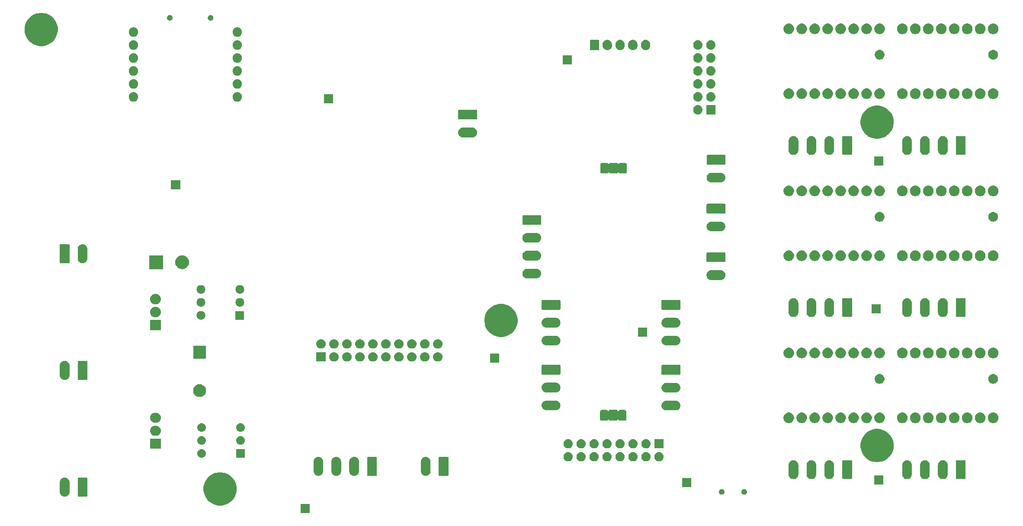
<source format=gbs>
G04 #@! TF.GenerationSoftware,KiCad,Pcbnew,(5.1.4-83-g4f57de968)-1*
G04 #@! TF.CreationDate,2020-04-08T14:11:41+03:00*
G04 #@! TF.ProjectId,3d_print_main,33645f70-7269-46e7-945f-6d61696e2e6b,rev?*
G04 #@! TF.SameCoordinates,Original*
G04 #@! TF.FileFunction,Soldermask,Bot*
G04 #@! TF.FilePolarity,Negative*
%FSLAX46Y46*%
G04 Gerber Fmt 4.6, Leading zero omitted, Abs format (unit mm)*
G04 Created by KiCad (PCBNEW (5.1.4-83-g4f57de968)-1) date 2020-04-08 14:11:41*
%MOMM*%
%LPD*%
G04 APERTURE LIST*
%ADD10C,0.100000*%
G04 APERTURE END LIST*
D10*
G36*
X94373000Y-125361000D02*
G01*
X92571000Y-125361000D01*
X92571000Y-123559000D01*
X94373000Y-123559000D01*
X94373000Y-125361000D01*
X94373000Y-125361000D01*
G37*
G36*
X77434239Y-117411467D02*
G01*
X77748282Y-117473934D01*
X78339926Y-117719001D01*
X78737484Y-117984641D01*
X78872391Y-118074783D01*
X79325217Y-118527609D01*
X79342583Y-118553599D01*
X79680999Y-119060074D01*
X79926066Y-119651718D01*
X79926066Y-119651719D01*
X80051000Y-120279803D01*
X80051000Y-120920197D01*
X80011907Y-121116730D01*
X79926066Y-121548282D01*
X79680999Y-122139926D01*
X79325216Y-122672392D01*
X78872392Y-123125216D01*
X78339926Y-123480999D01*
X77748282Y-123726066D01*
X77434239Y-123788533D01*
X77120197Y-123851000D01*
X76479803Y-123851000D01*
X76165761Y-123788533D01*
X75851718Y-123726066D01*
X75260074Y-123480999D01*
X74727608Y-123125216D01*
X74274784Y-122672392D01*
X73919001Y-122139926D01*
X73673934Y-121548282D01*
X73588093Y-121116730D01*
X73549000Y-120920197D01*
X73549000Y-120279803D01*
X73673934Y-119651719D01*
X73673934Y-119651718D01*
X73919001Y-119060074D01*
X74257417Y-118553599D01*
X74274783Y-118527609D01*
X74727609Y-118074783D01*
X74862516Y-117984641D01*
X75260074Y-117719001D01*
X75851718Y-117473934D01*
X76165761Y-117411467D01*
X76479803Y-117349000D01*
X77120197Y-117349000D01*
X77434239Y-117411467D01*
X77434239Y-117411467D01*
G37*
G36*
X46569425Y-118411762D02*
G01*
X46569428Y-118411763D01*
X46569429Y-118411763D01*
X46748693Y-118466142D01*
X46748696Y-118466144D01*
X46748697Y-118466144D01*
X46913903Y-118554448D01*
X47058712Y-118673290D01*
X47177554Y-118818099D01*
X47246647Y-118947364D01*
X47265860Y-118983309D01*
X47306285Y-119116573D01*
X47320240Y-119162577D01*
X47334000Y-119302284D01*
X47334000Y-121195720D01*
X47320240Y-121335427D01*
X47320239Y-121335430D01*
X47320239Y-121335431D01*
X47265860Y-121514695D01*
X47265858Y-121514698D01*
X47265858Y-121514699D01*
X47177554Y-121679905D01*
X47058712Y-121824714D01*
X46913903Y-121943556D01*
X46765964Y-122022630D01*
X46748692Y-122031862D01*
X46569428Y-122086241D01*
X46569427Y-122086241D01*
X46569424Y-122086242D01*
X46383000Y-122104603D01*
X46196575Y-122086242D01*
X46196572Y-122086241D01*
X46196571Y-122086241D01*
X46017307Y-122031862D01*
X45999575Y-122022384D01*
X45852097Y-121943556D01*
X45707288Y-121824714D01*
X45588446Y-121679905D01*
X45500142Y-121514698D01*
X45500141Y-121514695D01*
X45500140Y-121514694D01*
X45445761Y-121335430D01*
X45445761Y-121335429D01*
X45445760Y-121335426D01*
X45432000Y-121195719D01*
X45432000Y-119302285D01*
X45445761Y-119162577D01*
X45459716Y-119116573D01*
X45500141Y-118983309D01*
X45519354Y-118947364D01*
X45588447Y-118818099D01*
X45707289Y-118673290D01*
X45852098Y-118554448D01*
X46017304Y-118466144D01*
X46017305Y-118466144D01*
X46017308Y-118466142D01*
X46196572Y-118411763D01*
X46196573Y-118411763D01*
X46196576Y-118411762D01*
X46383000Y-118393401D01*
X46569425Y-118411762D01*
X46569425Y-118411762D01*
G37*
G36*
X50693915Y-118401936D02*
G01*
X50726424Y-118411797D01*
X50756382Y-118427811D01*
X50782641Y-118449361D01*
X50804191Y-118475620D01*
X50820205Y-118505578D01*
X50830066Y-118538087D01*
X50834000Y-118578031D01*
X50834000Y-121919973D01*
X50830066Y-121959917D01*
X50820205Y-121992426D01*
X50804191Y-122022384D01*
X50782641Y-122048643D01*
X50756382Y-122070193D01*
X50726424Y-122086207D01*
X50693915Y-122096068D01*
X50653971Y-122100002D01*
X49112029Y-122100002D01*
X49072085Y-122096068D01*
X49039576Y-122086207D01*
X49009618Y-122070193D01*
X48983359Y-122048643D01*
X48961809Y-122022384D01*
X48945795Y-121992426D01*
X48935934Y-121959917D01*
X48932000Y-121919973D01*
X48932000Y-118578031D01*
X48935934Y-118538087D01*
X48945795Y-118505578D01*
X48961809Y-118475620D01*
X48983359Y-118449361D01*
X49009618Y-118427811D01*
X49039576Y-118411797D01*
X49072085Y-118401936D01*
X49112029Y-118398002D01*
X50653971Y-118398002D01*
X50693915Y-118401936D01*
X50693915Y-118401936D01*
G37*
G36*
X179553721Y-120641174D02*
G01*
X179653995Y-120682709D01*
X179653996Y-120682710D01*
X179744242Y-120743010D01*
X179820990Y-120819758D01*
X179820991Y-120819760D01*
X179881291Y-120910005D01*
X179922826Y-121010279D01*
X179944000Y-121116730D01*
X179944000Y-121225270D01*
X179922826Y-121331721D01*
X179881291Y-121431995D01*
X179881290Y-121431996D01*
X179820990Y-121522242D01*
X179744242Y-121598990D01*
X179698812Y-121629345D01*
X179653995Y-121659291D01*
X179553721Y-121700826D01*
X179447270Y-121722000D01*
X179338730Y-121722000D01*
X179232279Y-121700826D01*
X179132005Y-121659291D01*
X179087188Y-121629345D01*
X179041758Y-121598990D01*
X178965010Y-121522242D01*
X178904710Y-121431996D01*
X178904709Y-121431995D01*
X178863174Y-121331721D01*
X178842000Y-121225270D01*
X178842000Y-121116730D01*
X178863174Y-121010279D01*
X178904709Y-120910005D01*
X178965009Y-120819760D01*
X178965010Y-120819758D01*
X179041758Y-120743010D01*
X179132004Y-120682710D01*
X179132005Y-120682709D01*
X179232279Y-120641174D01*
X179338730Y-120620000D01*
X179447270Y-120620000D01*
X179553721Y-120641174D01*
X179553721Y-120641174D01*
G37*
G36*
X175153721Y-120641174D02*
G01*
X175253995Y-120682709D01*
X175253996Y-120682710D01*
X175344242Y-120743010D01*
X175420990Y-120819758D01*
X175420991Y-120819760D01*
X175481291Y-120910005D01*
X175522826Y-121010279D01*
X175544000Y-121116730D01*
X175544000Y-121225270D01*
X175522826Y-121331721D01*
X175481291Y-121431995D01*
X175481290Y-121431996D01*
X175420990Y-121522242D01*
X175344242Y-121598990D01*
X175298812Y-121629345D01*
X175253995Y-121659291D01*
X175153721Y-121700826D01*
X175047270Y-121722000D01*
X174938730Y-121722000D01*
X174832279Y-121700826D01*
X174732005Y-121659291D01*
X174687188Y-121629345D01*
X174641758Y-121598990D01*
X174565010Y-121522242D01*
X174504710Y-121431996D01*
X174504709Y-121431995D01*
X174463174Y-121331721D01*
X174442000Y-121225270D01*
X174442000Y-121116730D01*
X174463174Y-121010279D01*
X174504709Y-120910005D01*
X174565009Y-120819760D01*
X174565010Y-120819758D01*
X174641758Y-120743010D01*
X174732004Y-120682710D01*
X174732005Y-120682709D01*
X174832279Y-120641174D01*
X174938730Y-120620000D01*
X175047270Y-120620000D01*
X175153721Y-120641174D01*
X175153721Y-120641174D01*
G37*
G36*
X169049000Y-120281000D02*
G01*
X167247000Y-120281000D01*
X167247000Y-118479000D01*
X169049000Y-118479000D01*
X169049000Y-120281000D01*
X169049000Y-120281000D01*
G37*
G36*
X206641000Y-119773000D02*
G01*
X204839000Y-119773000D01*
X204839000Y-117971000D01*
X206641000Y-117971000D01*
X206641000Y-119773000D01*
X206641000Y-119773000D01*
G37*
G36*
X196231426Y-114982762D02*
G01*
X196231429Y-114982763D01*
X196231430Y-114982763D01*
X196410694Y-115037142D01*
X196410697Y-115037144D01*
X196410698Y-115037144D01*
X196575904Y-115125448D01*
X196720713Y-115244290D01*
X196839555Y-115389099D01*
X196927858Y-115554303D01*
X196927861Y-115554309D01*
X196982239Y-115733571D01*
X196982241Y-115733577D01*
X196996001Y-115873284D01*
X196996001Y-117766720D01*
X196982241Y-117906427D01*
X196982240Y-117906429D01*
X196982240Y-117906431D01*
X196927861Y-118085695D01*
X196927860Y-118085696D01*
X196927859Y-118085699D01*
X196839555Y-118250905D01*
X196720713Y-118395714D01*
X196575904Y-118514556D01*
X196410697Y-118602860D01*
X196410693Y-118602862D01*
X196231429Y-118657241D01*
X196231428Y-118657241D01*
X196231425Y-118657242D01*
X196045001Y-118675603D01*
X195858576Y-118657242D01*
X195858573Y-118657241D01*
X195858572Y-118657241D01*
X195679308Y-118602862D01*
X195679304Y-118602860D01*
X195514098Y-118514556D01*
X195369289Y-118395714D01*
X195250447Y-118250905D01*
X195162143Y-118085698D01*
X195162142Y-118085695D01*
X195162141Y-118085694D01*
X195107762Y-117906430D01*
X195107762Y-117906428D01*
X195107761Y-117906426D01*
X195094001Y-117766719D01*
X195094001Y-115873285D01*
X195107762Y-115733577D01*
X195107764Y-115733571D01*
X195162142Y-115554309D01*
X195162145Y-115554303D01*
X195250448Y-115389099D01*
X195369290Y-115244290D01*
X195514099Y-115125448D01*
X195679305Y-115037144D01*
X195679306Y-115037144D01*
X195679309Y-115037142D01*
X195858573Y-114982763D01*
X195858574Y-114982763D01*
X195858577Y-114982762D01*
X196045001Y-114964401D01*
X196231426Y-114982762D01*
X196231426Y-114982762D01*
G37*
G36*
X192731426Y-114982762D02*
G01*
X192731429Y-114982763D01*
X192731430Y-114982763D01*
X192910694Y-115037142D01*
X192910697Y-115037144D01*
X192910698Y-115037144D01*
X193075904Y-115125448D01*
X193220713Y-115244290D01*
X193339555Y-115389099D01*
X193427858Y-115554303D01*
X193427861Y-115554309D01*
X193482239Y-115733571D01*
X193482241Y-115733577D01*
X193496001Y-115873284D01*
X193496001Y-117766720D01*
X193482241Y-117906427D01*
X193482240Y-117906429D01*
X193482240Y-117906431D01*
X193427861Y-118085695D01*
X193427860Y-118085696D01*
X193427859Y-118085699D01*
X193339555Y-118250905D01*
X193220713Y-118395714D01*
X193075904Y-118514556D01*
X192910697Y-118602860D01*
X192910693Y-118602862D01*
X192731429Y-118657241D01*
X192731428Y-118657241D01*
X192731425Y-118657242D01*
X192545001Y-118675603D01*
X192358576Y-118657242D01*
X192358573Y-118657241D01*
X192358572Y-118657241D01*
X192179308Y-118602862D01*
X192179304Y-118602860D01*
X192014098Y-118514556D01*
X191869289Y-118395714D01*
X191750447Y-118250905D01*
X191662143Y-118085698D01*
X191662142Y-118085695D01*
X191662141Y-118085694D01*
X191607762Y-117906430D01*
X191607762Y-117906428D01*
X191607761Y-117906426D01*
X191594001Y-117766719D01*
X191594001Y-115873285D01*
X191607762Y-115733577D01*
X191607764Y-115733571D01*
X191662142Y-115554309D01*
X191662145Y-115554303D01*
X191750448Y-115389099D01*
X191869290Y-115244290D01*
X192014099Y-115125448D01*
X192179305Y-115037144D01*
X192179306Y-115037144D01*
X192179309Y-115037142D01*
X192358573Y-114982763D01*
X192358574Y-114982763D01*
X192358577Y-114982762D01*
X192545001Y-114964401D01*
X192731426Y-114982762D01*
X192731426Y-114982762D01*
G37*
G36*
X189231426Y-114982762D02*
G01*
X189231429Y-114982763D01*
X189231430Y-114982763D01*
X189410694Y-115037142D01*
X189410697Y-115037144D01*
X189410698Y-115037144D01*
X189575904Y-115125448D01*
X189720713Y-115244290D01*
X189839555Y-115389099D01*
X189927858Y-115554303D01*
X189927861Y-115554309D01*
X189982239Y-115733571D01*
X189982241Y-115733577D01*
X189996001Y-115873284D01*
X189996001Y-117766720D01*
X189982241Y-117906427D01*
X189982240Y-117906429D01*
X189982240Y-117906431D01*
X189927861Y-118085695D01*
X189927860Y-118085696D01*
X189927859Y-118085699D01*
X189839555Y-118250905D01*
X189720713Y-118395714D01*
X189575904Y-118514556D01*
X189410697Y-118602860D01*
X189410693Y-118602862D01*
X189231429Y-118657241D01*
X189231428Y-118657241D01*
X189231425Y-118657242D01*
X189045001Y-118675603D01*
X188858576Y-118657242D01*
X188858573Y-118657241D01*
X188858572Y-118657241D01*
X188679308Y-118602862D01*
X188679304Y-118602860D01*
X188514098Y-118514556D01*
X188369289Y-118395714D01*
X188250447Y-118250905D01*
X188162143Y-118085698D01*
X188162142Y-118085695D01*
X188162141Y-118085694D01*
X188107762Y-117906430D01*
X188107762Y-117906428D01*
X188107761Y-117906426D01*
X188094001Y-117766719D01*
X188094001Y-115873285D01*
X188107762Y-115733577D01*
X188107764Y-115733571D01*
X188162142Y-115554309D01*
X188162145Y-115554303D01*
X188250448Y-115389099D01*
X188369290Y-115244290D01*
X188514099Y-115125448D01*
X188679305Y-115037144D01*
X188679306Y-115037144D01*
X188679309Y-115037142D01*
X188858573Y-114982763D01*
X188858574Y-114982763D01*
X188858577Y-114982762D01*
X189045001Y-114964401D01*
X189231426Y-114982762D01*
X189231426Y-114982762D01*
G37*
G36*
X211456423Y-114982760D02*
G01*
X211456426Y-114982761D01*
X211456427Y-114982761D01*
X211635691Y-115037140D01*
X211635694Y-115037142D01*
X211635695Y-115037142D01*
X211800901Y-115125446D01*
X211945710Y-115244288D01*
X212064552Y-115389097D01*
X212152856Y-115554303D01*
X212152858Y-115554307D01*
X212207237Y-115733571D01*
X212207238Y-115733575D01*
X212220998Y-115873282D01*
X212220998Y-117766718D01*
X212207238Y-117906425D01*
X212207237Y-117906427D01*
X212207237Y-117906429D01*
X212152858Y-118085693D01*
X212152857Y-118085694D01*
X212152856Y-118085697D01*
X212064552Y-118250903D01*
X211945710Y-118395712D01*
X211800901Y-118514554D01*
X211635694Y-118602858D01*
X211635690Y-118602860D01*
X211456426Y-118657239D01*
X211456425Y-118657239D01*
X211456422Y-118657240D01*
X211269998Y-118675601D01*
X211083573Y-118657240D01*
X211083570Y-118657239D01*
X211083569Y-118657239D01*
X210904305Y-118602860D01*
X210887033Y-118593628D01*
X210739095Y-118514554D01*
X210594286Y-118395712D01*
X210475444Y-118250903D01*
X210387140Y-118085696D01*
X210387139Y-118085693D01*
X210387138Y-118085692D01*
X210332759Y-117906428D01*
X210332759Y-117906426D01*
X210332758Y-117906424D01*
X210318998Y-117766717D01*
X210318998Y-115873283D01*
X210332759Y-115733575D01*
X210332760Y-115733571D01*
X210387139Y-115554307D01*
X210387141Y-115554303D01*
X210475445Y-115389097D01*
X210594287Y-115244288D01*
X210739096Y-115125446D01*
X210904302Y-115037142D01*
X210904303Y-115037142D01*
X210904306Y-115037140D01*
X211083570Y-114982761D01*
X211083571Y-114982761D01*
X211083574Y-114982760D01*
X211269998Y-114964399D01*
X211456423Y-114982760D01*
X211456423Y-114982760D01*
G37*
G36*
X214956423Y-114982760D02*
G01*
X214956426Y-114982761D01*
X214956427Y-114982761D01*
X215135691Y-115037140D01*
X215135694Y-115037142D01*
X215135695Y-115037142D01*
X215300901Y-115125446D01*
X215445710Y-115244288D01*
X215564552Y-115389097D01*
X215652856Y-115554303D01*
X215652858Y-115554307D01*
X215707237Y-115733571D01*
X215707238Y-115733575D01*
X215720998Y-115873282D01*
X215720998Y-117766718D01*
X215707238Y-117906425D01*
X215707237Y-117906427D01*
X215707237Y-117906429D01*
X215652858Y-118085693D01*
X215652857Y-118085694D01*
X215652856Y-118085697D01*
X215564552Y-118250903D01*
X215445710Y-118395712D01*
X215300901Y-118514554D01*
X215135694Y-118602858D01*
X215135690Y-118602860D01*
X214956426Y-118657239D01*
X214956425Y-118657239D01*
X214956422Y-118657240D01*
X214769998Y-118675601D01*
X214583573Y-118657240D01*
X214583570Y-118657239D01*
X214583569Y-118657239D01*
X214404305Y-118602860D01*
X214387033Y-118593628D01*
X214239095Y-118514554D01*
X214094286Y-118395712D01*
X213975444Y-118250903D01*
X213887140Y-118085696D01*
X213887139Y-118085693D01*
X213887138Y-118085692D01*
X213832759Y-117906428D01*
X213832759Y-117906426D01*
X213832758Y-117906424D01*
X213818998Y-117766717D01*
X213818998Y-115873283D01*
X213832759Y-115733575D01*
X213832760Y-115733571D01*
X213887139Y-115554307D01*
X213887141Y-115554303D01*
X213975445Y-115389097D01*
X214094287Y-115244288D01*
X214239096Y-115125446D01*
X214404302Y-115037142D01*
X214404303Y-115037142D01*
X214404306Y-115037140D01*
X214583570Y-114982761D01*
X214583571Y-114982761D01*
X214583574Y-114982760D01*
X214769998Y-114964399D01*
X214956423Y-114982760D01*
X214956423Y-114982760D01*
G37*
G36*
X218456423Y-114982760D02*
G01*
X218456426Y-114982761D01*
X218456427Y-114982761D01*
X218635691Y-115037140D01*
X218635694Y-115037142D01*
X218635695Y-115037142D01*
X218800901Y-115125446D01*
X218945710Y-115244288D01*
X219064552Y-115389097D01*
X219152856Y-115554303D01*
X219152858Y-115554307D01*
X219207237Y-115733571D01*
X219207238Y-115733575D01*
X219220998Y-115873282D01*
X219220998Y-117766718D01*
X219207238Y-117906425D01*
X219207237Y-117906427D01*
X219207237Y-117906429D01*
X219152858Y-118085693D01*
X219152857Y-118085694D01*
X219152856Y-118085697D01*
X219064552Y-118250903D01*
X218945710Y-118395712D01*
X218800901Y-118514554D01*
X218635694Y-118602858D01*
X218635690Y-118602860D01*
X218456426Y-118657239D01*
X218456425Y-118657239D01*
X218456422Y-118657240D01*
X218269998Y-118675601D01*
X218083573Y-118657240D01*
X218083570Y-118657239D01*
X218083569Y-118657239D01*
X217904305Y-118602860D01*
X217887033Y-118593628D01*
X217739095Y-118514554D01*
X217594286Y-118395712D01*
X217475444Y-118250903D01*
X217387140Y-118085696D01*
X217387139Y-118085693D01*
X217387138Y-118085692D01*
X217332759Y-117906428D01*
X217332759Y-117906426D01*
X217332758Y-117906424D01*
X217318998Y-117766717D01*
X217318998Y-115873283D01*
X217332759Y-115733575D01*
X217332760Y-115733571D01*
X217387139Y-115554307D01*
X217387141Y-115554303D01*
X217475445Y-115389097D01*
X217594287Y-115244288D01*
X217739096Y-115125446D01*
X217904302Y-115037142D01*
X217904303Y-115037142D01*
X217904306Y-115037140D01*
X218083570Y-114982761D01*
X218083571Y-114982761D01*
X218083574Y-114982760D01*
X218269998Y-114964399D01*
X218456423Y-114982760D01*
X218456423Y-114982760D01*
G37*
G36*
X200355916Y-114972936D02*
G01*
X200388425Y-114982797D01*
X200418383Y-114998811D01*
X200444642Y-115020361D01*
X200466192Y-115046620D01*
X200482206Y-115076578D01*
X200492067Y-115109087D01*
X200496001Y-115149031D01*
X200496001Y-118490973D01*
X200492067Y-118530917D01*
X200482206Y-118563426D01*
X200466192Y-118593384D01*
X200444642Y-118619643D01*
X200418383Y-118641193D01*
X200388425Y-118657207D01*
X200355916Y-118667068D01*
X200315972Y-118671002D01*
X198774030Y-118671002D01*
X198734086Y-118667068D01*
X198701577Y-118657207D01*
X198671619Y-118641193D01*
X198645360Y-118619643D01*
X198623810Y-118593384D01*
X198607796Y-118563426D01*
X198597935Y-118530917D01*
X198594001Y-118490973D01*
X198594001Y-115149031D01*
X198597935Y-115109087D01*
X198607796Y-115076578D01*
X198623810Y-115046620D01*
X198645360Y-115020361D01*
X198671619Y-114998811D01*
X198701577Y-114982797D01*
X198734086Y-114972936D01*
X198774030Y-114969002D01*
X200315972Y-114969002D01*
X200355916Y-114972936D01*
X200355916Y-114972936D01*
G37*
G36*
X222580913Y-114972934D02*
G01*
X222613422Y-114982795D01*
X222643380Y-114998809D01*
X222669639Y-115020359D01*
X222691189Y-115046618D01*
X222707203Y-115076576D01*
X222717064Y-115109085D01*
X222720998Y-115149029D01*
X222720998Y-118490971D01*
X222717064Y-118530915D01*
X222707203Y-118563424D01*
X222691189Y-118593382D01*
X222669639Y-118619641D01*
X222643380Y-118641191D01*
X222613422Y-118657205D01*
X222580913Y-118667066D01*
X222540969Y-118671000D01*
X220999027Y-118671000D01*
X220959083Y-118667066D01*
X220926574Y-118657205D01*
X220896616Y-118641191D01*
X220870357Y-118619641D01*
X220848807Y-118593382D01*
X220832793Y-118563424D01*
X220822932Y-118530915D01*
X220818998Y-118490971D01*
X220818998Y-115149029D01*
X220822932Y-115109085D01*
X220832793Y-115076576D01*
X220848807Y-115046618D01*
X220870357Y-115020359D01*
X220896616Y-114998809D01*
X220926574Y-114982795D01*
X220959083Y-114972934D01*
X220999027Y-114969000D01*
X222540969Y-114969000D01*
X222580913Y-114972934D01*
X222580913Y-114972934D01*
G37*
G36*
X99726425Y-114347760D02*
G01*
X99726428Y-114347761D01*
X99726429Y-114347761D01*
X99905693Y-114402140D01*
X99905696Y-114402142D01*
X99905697Y-114402142D01*
X100070903Y-114490446D01*
X100215712Y-114609288D01*
X100334554Y-114754097D01*
X100422858Y-114919303D01*
X100422860Y-114919307D01*
X100473548Y-115086403D01*
X100477240Y-115098575D01*
X100491000Y-115238282D01*
X100491000Y-117131718D01*
X100477240Y-117271425D01*
X100477239Y-117271428D01*
X100477239Y-117271429D01*
X100422860Y-117450693D01*
X100422858Y-117450696D01*
X100422858Y-117450697D01*
X100334554Y-117615903D01*
X100215712Y-117760712D01*
X100070903Y-117879554D01*
X99922964Y-117958628D01*
X99905692Y-117967860D01*
X99726428Y-118022239D01*
X99726427Y-118022239D01*
X99726424Y-118022240D01*
X99540000Y-118040601D01*
X99353575Y-118022240D01*
X99353572Y-118022239D01*
X99353571Y-118022239D01*
X99174307Y-117967860D01*
X99156575Y-117958382D01*
X99009097Y-117879554D01*
X98864288Y-117760712D01*
X98745446Y-117615903D01*
X98657142Y-117450696D01*
X98657141Y-117450693D01*
X98657140Y-117450692D01*
X98602761Y-117271428D01*
X98602761Y-117271427D01*
X98602760Y-117271424D01*
X98589000Y-117131717D01*
X98589000Y-115238283D01*
X98602761Y-115098575D01*
X98606453Y-115086403D01*
X98657141Y-114919307D01*
X98657143Y-114919303D01*
X98745447Y-114754097D01*
X98864289Y-114609288D01*
X99009098Y-114490446D01*
X99174304Y-114402142D01*
X99174305Y-114402142D01*
X99174308Y-114402140D01*
X99353572Y-114347761D01*
X99353573Y-114347761D01*
X99353576Y-114347760D01*
X99540000Y-114329399D01*
X99726425Y-114347760D01*
X99726425Y-114347760D01*
G37*
G36*
X96226425Y-114347760D02*
G01*
X96226428Y-114347761D01*
X96226429Y-114347761D01*
X96405693Y-114402140D01*
X96405696Y-114402142D01*
X96405697Y-114402142D01*
X96570903Y-114490446D01*
X96715712Y-114609288D01*
X96834554Y-114754097D01*
X96922858Y-114919303D01*
X96922860Y-114919307D01*
X96973548Y-115086403D01*
X96977240Y-115098575D01*
X96991000Y-115238282D01*
X96991000Y-117131718D01*
X96977240Y-117271425D01*
X96977239Y-117271428D01*
X96977239Y-117271429D01*
X96922860Y-117450693D01*
X96922858Y-117450696D01*
X96922858Y-117450697D01*
X96834554Y-117615903D01*
X96715712Y-117760712D01*
X96570903Y-117879554D01*
X96422964Y-117958628D01*
X96405692Y-117967860D01*
X96226428Y-118022239D01*
X96226427Y-118022239D01*
X96226424Y-118022240D01*
X96040000Y-118040601D01*
X95853575Y-118022240D01*
X95853572Y-118022239D01*
X95853571Y-118022239D01*
X95674307Y-117967860D01*
X95656575Y-117958382D01*
X95509097Y-117879554D01*
X95364288Y-117760712D01*
X95245446Y-117615903D01*
X95157142Y-117450696D01*
X95157141Y-117450693D01*
X95157140Y-117450692D01*
X95102761Y-117271428D01*
X95102761Y-117271427D01*
X95102760Y-117271424D01*
X95089000Y-117131717D01*
X95089000Y-115238283D01*
X95102761Y-115098575D01*
X95106453Y-115086403D01*
X95157141Y-114919307D01*
X95157143Y-114919303D01*
X95245447Y-114754097D01*
X95364289Y-114609288D01*
X95509098Y-114490446D01*
X95674304Y-114402142D01*
X95674305Y-114402142D01*
X95674308Y-114402140D01*
X95853572Y-114347761D01*
X95853573Y-114347761D01*
X95853576Y-114347760D01*
X96040000Y-114329399D01*
X96226425Y-114347760D01*
X96226425Y-114347760D01*
G37*
G36*
X117237425Y-114347760D02*
G01*
X117237428Y-114347761D01*
X117237429Y-114347761D01*
X117416693Y-114402140D01*
X117416696Y-114402142D01*
X117416697Y-114402142D01*
X117581903Y-114490446D01*
X117726712Y-114609288D01*
X117845554Y-114754097D01*
X117933858Y-114919303D01*
X117933860Y-114919307D01*
X117984548Y-115086403D01*
X117988240Y-115098575D01*
X118002000Y-115238282D01*
X118002000Y-117131718D01*
X117988240Y-117271425D01*
X117988239Y-117271428D01*
X117988239Y-117271429D01*
X117933860Y-117450693D01*
X117933858Y-117450696D01*
X117933858Y-117450697D01*
X117845554Y-117615903D01*
X117726712Y-117760712D01*
X117581903Y-117879554D01*
X117433964Y-117958628D01*
X117416692Y-117967860D01*
X117237428Y-118022239D01*
X117237427Y-118022239D01*
X117237424Y-118022240D01*
X117051000Y-118040601D01*
X116864575Y-118022240D01*
X116864572Y-118022239D01*
X116864571Y-118022239D01*
X116685307Y-117967860D01*
X116667575Y-117958382D01*
X116520097Y-117879554D01*
X116375288Y-117760712D01*
X116256446Y-117615903D01*
X116168142Y-117450696D01*
X116168141Y-117450693D01*
X116168140Y-117450692D01*
X116113761Y-117271428D01*
X116113761Y-117271427D01*
X116113760Y-117271424D01*
X116100000Y-117131717D01*
X116100000Y-115238283D01*
X116113761Y-115098575D01*
X116117453Y-115086403D01*
X116168141Y-114919307D01*
X116168143Y-114919303D01*
X116256447Y-114754097D01*
X116375289Y-114609288D01*
X116520098Y-114490446D01*
X116685304Y-114402142D01*
X116685305Y-114402142D01*
X116685308Y-114402140D01*
X116864572Y-114347761D01*
X116864573Y-114347761D01*
X116864576Y-114347760D01*
X117051000Y-114329399D01*
X117237425Y-114347760D01*
X117237425Y-114347760D01*
G37*
G36*
X103226425Y-114347760D02*
G01*
X103226428Y-114347761D01*
X103226429Y-114347761D01*
X103405693Y-114402140D01*
X103405696Y-114402142D01*
X103405697Y-114402142D01*
X103570903Y-114490446D01*
X103715712Y-114609288D01*
X103834554Y-114754097D01*
X103922858Y-114919303D01*
X103922860Y-114919307D01*
X103973548Y-115086403D01*
X103977240Y-115098575D01*
X103991000Y-115238282D01*
X103991000Y-117131718D01*
X103977240Y-117271425D01*
X103977239Y-117271428D01*
X103977239Y-117271429D01*
X103922860Y-117450693D01*
X103922858Y-117450696D01*
X103922858Y-117450697D01*
X103834554Y-117615903D01*
X103715712Y-117760712D01*
X103570903Y-117879554D01*
X103422964Y-117958628D01*
X103405692Y-117967860D01*
X103226428Y-118022239D01*
X103226427Y-118022239D01*
X103226424Y-118022240D01*
X103040000Y-118040601D01*
X102853575Y-118022240D01*
X102853572Y-118022239D01*
X102853571Y-118022239D01*
X102674307Y-117967860D01*
X102656575Y-117958382D01*
X102509097Y-117879554D01*
X102364288Y-117760712D01*
X102245446Y-117615903D01*
X102157142Y-117450696D01*
X102157141Y-117450693D01*
X102157140Y-117450692D01*
X102102761Y-117271428D01*
X102102761Y-117271427D01*
X102102760Y-117271424D01*
X102089000Y-117131717D01*
X102089000Y-115238283D01*
X102102761Y-115098575D01*
X102106453Y-115086403D01*
X102157141Y-114919307D01*
X102157143Y-114919303D01*
X102245447Y-114754097D01*
X102364289Y-114609288D01*
X102509098Y-114490446D01*
X102674304Y-114402142D01*
X102674305Y-114402142D01*
X102674308Y-114402140D01*
X102853572Y-114347761D01*
X102853573Y-114347761D01*
X102853576Y-114347760D01*
X103040000Y-114329399D01*
X103226425Y-114347760D01*
X103226425Y-114347760D01*
G37*
G36*
X107350915Y-114337934D02*
G01*
X107383424Y-114347795D01*
X107413382Y-114363809D01*
X107439641Y-114385359D01*
X107461191Y-114411618D01*
X107477205Y-114441576D01*
X107487066Y-114474085D01*
X107491000Y-114514029D01*
X107491000Y-117855971D01*
X107487066Y-117895915D01*
X107477205Y-117928424D01*
X107461191Y-117958382D01*
X107439641Y-117984641D01*
X107413382Y-118006191D01*
X107383424Y-118022205D01*
X107350915Y-118032066D01*
X107310971Y-118036000D01*
X105769029Y-118036000D01*
X105729085Y-118032066D01*
X105696576Y-118022205D01*
X105666618Y-118006191D01*
X105640359Y-117984641D01*
X105618809Y-117958382D01*
X105602795Y-117928424D01*
X105592934Y-117895915D01*
X105589000Y-117855971D01*
X105589000Y-114514029D01*
X105592934Y-114474085D01*
X105602795Y-114441576D01*
X105618809Y-114411618D01*
X105640359Y-114385359D01*
X105666618Y-114363809D01*
X105696576Y-114347795D01*
X105729085Y-114337934D01*
X105769029Y-114334000D01*
X107310971Y-114334000D01*
X107350915Y-114337934D01*
X107350915Y-114337934D01*
G37*
G36*
X121361915Y-114337934D02*
G01*
X121394424Y-114347795D01*
X121424382Y-114363809D01*
X121450641Y-114385359D01*
X121472191Y-114411618D01*
X121488205Y-114441576D01*
X121498066Y-114474085D01*
X121502000Y-114514029D01*
X121502000Y-117855971D01*
X121498066Y-117895915D01*
X121488205Y-117928424D01*
X121472191Y-117958382D01*
X121450641Y-117984641D01*
X121424382Y-118006191D01*
X121394424Y-118022205D01*
X121361915Y-118032066D01*
X121321971Y-118036000D01*
X119780029Y-118036000D01*
X119740085Y-118032066D01*
X119707576Y-118022205D01*
X119677618Y-118006191D01*
X119651359Y-117984641D01*
X119629809Y-117958382D01*
X119613795Y-117928424D01*
X119603934Y-117895915D01*
X119600000Y-117855971D01*
X119600000Y-114514029D01*
X119603934Y-114474085D01*
X119613795Y-114441576D01*
X119629809Y-114411618D01*
X119651359Y-114385359D01*
X119677618Y-114363809D01*
X119707576Y-114347795D01*
X119740085Y-114337934D01*
X119780029Y-114334000D01*
X121321971Y-114334000D01*
X121361915Y-114337934D01*
X121361915Y-114337934D01*
G37*
G36*
X206034239Y-108911467D02*
G01*
X206348282Y-108973934D01*
X206939926Y-109219001D01*
X207229523Y-109412504D01*
X207472391Y-109574783D01*
X207925217Y-110027609D01*
X207940388Y-110050314D01*
X208280999Y-110560074D01*
X208526066Y-111151718D01*
X208526066Y-111151719D01*
X208651000Y-111779803D01*
X208651000Y-112420197D01*
X208617409Y-112589068D01*
X208526066Y-113048282D01*
X208280999Y-113639926D01*
X208058954Y-113972239D01*
X207960173Y-114120076D01*
X207925216Y-114172392D01*
X207472392Y-114625216D01*
X206939926Y-114980999D01*
X206348282Y-115226066D01*
X206034239Y-115288533D01*
X205720197Y-115351000D01*
X205079803Y-115351000D01*
X204765761Y-115288533D01*
X204451718Y-115226066D01*
X203860074Y-114980999D01*
X203327608Y-114625216D01*
X202874784Y-114172392D01*
X202839828Y-114120076D01*
X202741046Y-113972239D01*
X202519001Y-113639926D01*
X202273934Y-113048282D01*
X202182591Y-112589068D01*
X202149000Y-112420197D01*
X202149000Y-111779803D01*
X202273934Y-111151719D01*
X202273934Y-111151718D01*
X202519001Y-110560074D01*
X202859612Y-110050314D01*
X202874783Y-110027609D01*
X203327609Y-109574783D01*
X203570477Y-109412504D01*
X203860074Y-109219001D01*
X204451718Y-108973934D01*
X204765761Y-108911467D01*
X205079803Y-108849000D01*
X205720197Y-108849000D01*
X206034239Y-108911467D01*
X206034239Y-108911467D01*
G37*
G36*
X145114295Y-113378633D02*
G01*
X145286696Y-113430931D01*
X145445584Y-113515858D01*
X145584850Y-113630151D01*
X145699143Y-113769417D01*
X145784070Y-113928305D01*
X145836368Y-114100706D01*
X145854026Y-114280000D01*
X145836368Y-114459294D01*
X145784070Y-114631695D01*
X145699143Y-114790583D01*
X145584850Y-114929849D01*
X145445584Y-115044142D01*
X145286696Y-115129069D01*
X145114295Y-115181367D01*
X144979932Y-115194600D01*
X144890070Y-115194600D01*
X144755707Y-115181367D01*
X144583306Y-115129069D01*
X144424418Y-115044142D01*
X144285152Y-114929849D01*
X144170859Y-114790583D01*
X144085932Y-114631695D01*
X144033634Y-114459294D01*
X144015976Y-114280000D01*
X144033634Y-114100706D01*
X144085932Y-113928305D01*
X144170859Y-113769417D01*
X144285152Y-113630151D01*
X144424418Y-113515858D01*
X144583306Y-113430931D01*
X144755707Y-113378633D01*
X144890070Y-113365400D01*
X144979932Y-113365400D01*
X145114295Y-113378633D01*
X145114295Y-113378633D01*
G37*
G36*
X147654295Y-113378633D02*
G01*
X147826696Y-113430931D01*
X147985584Y-113515858D01*
X148124850Y-113630151D01*
X148239143Y-113769417D01*
X148324070Y-113928305D01*
X148376368Y-114100706D01*
X148394026Y-114280000D01*
X148376368Y-114459294D01*
X148324070Y-114631695D01*
X148239143Y-114790583D01*
X148124850Y-114929849D01*
X147985584Y-115044142D01*
X147826696Y-115129069D01*
X147654295Y-115181367D01*
X147519932Y-115194600D01*
X147430070Y-115194600D01*
X147295707Y-115181367D01*
X147123306Y-115129069D01*
X146964418Y-115044142D01*
X146825152Y-114929849D01*
X146710859Y-114790583D01*
X146625932Y-114631695D01*
X146573634Y-114459294D01*
X146555976Y-114280000D01*
X146573634Y-114100706D01*
X146625932Y-113928305D01*
X146710859Y-113769417D01*
X146825152Y-113630151D01*
X146964418Y-113515858D01*
X147123306Y-113430931D01*
X147295707Y-113378633D01*
X147430070Y-113365400D01*
X147519932Y-113365400D01*
X147654295Y-113378633D01*
X147654295Y-113378633D01*
G37*
G36*
X150194295Y-113378633D02*
G01*
X150366696Y-113430931D01*
X150525584Y-113515858D01*
X150664850Y-113630151D01*
X150779143Y-113769417D01*
X150864070Y-113928305D01*
X150916368Y-114100706D01*
X150934026Y-114280000D01*
X150916368Y-114459294D01*
X150864070Y-114631695D01*
X150779143Y-114790583D01*
X150664850Y-114929849D01*
X150525584Y-115044142D01*
X150366696Y-115129069D01*
X150194295Y-115181367D01*
X150059932Y-115194600D01*
X149970070Y-115194600D01*
X149835707Y-115181367D01*
X149663306Y-115129069D01*
X149504418Y-115044142D01*
X149365152Y-114929849D01*
X149250859Y-114790583D01*
X149165932Y-114631695D01*
X149113634Y-114459294D01*
X149095976Y-114280000D01*
X149113634Y-114100706D01*
X149165932Y-113928305D01*
X149250859Y-113769417D01*
X149365152Y-113630151D01*
X149504418Y-113515858D01*
X149663306Y-113430931D01*
X149835707Y-113378633D01*
X149970070Y-113365400D01*
X150059932Y-113365400D01*
X150194295Y-113378633D01*
X150194295Y-113378633D01*
G37*
G36*
X152734295Y-113378633D02*
G01*
X152906696Y-113430931D01*
X153065584Y-113515858D01*
X153204850Y-113630151D01*
X153319143Y-113769417D01*
X153404070Y-113928305D01*
X153456368Y-114100706D01*
X153474026Y-114280000D01*
X153456368Y-114459294D01*
X153404070Y-114631695D01*
X153319143Y-114790583D01*
X153204850Y-114929849D01*
X153065584Y-115044142D01*
X152906696Y-115129069D01*
X152734295Y-115181367D01*
X152599932Y-115194600D01*
X152510070Y-115194600D01*
X152375707Y-115181367D01*
X152203306Y-115129069D01*
X152044418Y-115044142D01*
X151905152Y-114929849D01*
X151790859Y-114790583D01*
X151705932Y-114631695D01*
X151653634Y-114459294D01*
X151635976Y-114280000D01*
X151653634Y-114100706D01*
X151705932Y-113928305D01*
X151790859Y-113769417D01*
X151905152Y-113630151D01*
X152044418Y-113515858D01*
X152203306Y-113430931D01*
X152375707Y-113378633D01*
X152510070Y-113365400D01*
X152599932Y-113365400D01*
X152734295Y-113378633D01*
X152734295Y-113378633D01*
G37*
G36*
X155274295Y-113378633D02*
G01*
X155446696Y-113430931D01*
X155605584Y-113515858D01*
X155744850Y-113630151D01*
X155859143Y-113769417D01*
X155944070Y-113928305D01*
X155996368Y-114100706D01*
X156014026Y-114280000D01*
X155996368Y-114459294D01*
X155944070Y-114631695D01*
X155859143Y-114790583D01*
X155744850Y-114929849D01*
X155605584Y-115044142D01*
X155446696Y-115129069D01*
X155274295Y-115181367D01*
X155139932Y-115194600D01*
X155050070Y-115194600D01*
X154915707Y-115181367D01*
X154743306Y-115129069D01*
X154584418Y-115044142D01*
X154445152Y-114929849D01*
X154330859Y-114790583D01*
X154245932Y-114631695D01*
X154193634Y-114459294D01*
X154175976Y-114280000D01*
X154193634Y-114100706D01*
X154245932Y-113928305D01*
X154330859Y-113769417D01*
X154445152Y-113630151D01*
X154584418Y-113515858D01*
X154743306Y-113430931D01*
X154915707Y-113378633D01*
X155050070Y-113365400D01*
X155139932Y-113365400D01*
X155274295Y-113378633D01*
X155274295Y-113378633D01*
G37*
G36*
X160354295Y-113378633D02*
G01*
X160526696Y-113430931D01*
X160685584Y-113515858D01*
X160824850Y-113630151D01*
X160939143Y-113769417D01*
X161024070Y-113928305D01*
X161076368Y-114100706D01*
X161094026Y-114280000D01*
X161076368Y-114459294D01*
X161024070Y-114631695D01*
X160939143Y-114790583D01*
X160824850Y-114929849D01*
X160685584Y-115044142D01*
X160526696Y-115129069D01*
X160354295Y-115181367D01*
X160219932Y-115194600D01*
X160130070Y-115194600D01*
X159995707Y-115181367D01*
X159823306Y-115129069D01*
X159664418Y-115044142D01*
X159525152Y-114929849D01*
X159410859Y-114790583D01*
X159325932Y-114631695D01*
X159273634Y-114459294D01*
X159255976Y-114280000D01*
X159273634Y-114100706D01*
X159325932Y-113928305D01*
X159410859Y-113769417D01*
X159525152Y-113630151D01*
X159664418Y-113515858D01*
X159823306Y-113430931D01*
X159995707Y-113378633D01*
X160130070Y-113365400D01*
X160219932Y-113365400D01*
X160354295Y-113378633D01*
X160354295Y-113378633D01*
G37*
G36*
X162894295Y-113378633D02*
G01*
X163066696Y-113430931D01*
X163225584Y-113515858D01*
X163364850Y-113630151D01*
X163479143Y-113769417D01*
X163564070Y-113928305D01*
X163616368Y-114100706D01*
X163634026Y-114280000D01*
X163616368Y-114459294D01*
X163564070Y-114631695D01*
X163479143Y-114790583D01*
X163364850Y-114929849D01*
X163225584Y-115044142D01*
X163066696Y-115129069D01*
X162894295Y-115181367D01*
X162759932Y-115194600D01*
X162670070Y-115194600D01*
X162535707Y-115181367D01*
X162363306Y-115129069D01*
X162204418Y-115044142D01*
X162065152Y-114929849D01*
X161950859Y-114790583D01*
X161865932Y-114631695D01*
X161813634Y-114459294D01*
X161795976Y-114280000D01*
X161813634Y-114100706D01*
X161865932Y-113928305D01*
X161950859Y-113769417D01*
X162065152Y-113630151D01*
X162204418Y-113515858D01*
X162363306Y-113430931D01*
X162535707Y-113378633D01*
X162670070Y-113365400D01*
X162759932Y-113365400D01*
X162894295Y-113378633D01*
X162894295Y-113378633D01*
G37*
G36*
X157814295Y-113378633D02*
G01*
X157986696Y-113430931D01*
X158145584Y-113515858D01*
X158284850Y-113630151D01*
X158399143Y-113769417D01*
X158484070Y-113928305D01*
X158536368Y-114100706D01*
X158554026Y-114280000D01*
X158536368Y-114459294D01*
X158484070Y-114631695D01*
X158399143Y-114790583D01*
X158284850Y-114929849D01*
X158145584Y-115044142D01*
X157986696Y-115129069D01*
X157814295Y-115181367D01*
X157679932Y-115194600D01*
X157590070Y-115194600D01*
X157455707Y-115181367D01*
X157283306Y-115129069D01*
X157124418Y-115044142D01*
X156985152Y-114929849D01*
X156870859Y-114790583D01*
X156785932Y-114631695D01*
X156733634Y-114459294D01*
X156715976Y-114280000D01*
X156733634Y-114100706D01*
X156785932Y-113928305D01*
X156870859Y-113769417D01*
X156985152Y-113630151D01*
X157124418Y-113515858D01*
X157283306Y-113430931D01*
X157455707Y-113378633D01*
X157590070Y-113365400D01*
X157679932Y-113365400D01*
X157814295Y-113378633D01*
X157814295Y-113378633D01*
G37*
G36*
X73346823Y-112806313D02*
G01*
X73507242Y-112854976D01*
X73639906Y-112925886D01*
X73655078Y-112933996D01*
X73784659Y-113040341D01*
X73891004Y-113169922D01*
X73891005Y-113169924D01*
X73970024Y-113317758D01*
X74018687Y-113478177D01*
X74035117Y-113645000D01*
X74018687Y-113811823D01*
X73970024Y-113972242D01*
X73928996Y-114049000D01*
X73891004Y-114120078D01*
X73784659Y-114249659D01*
X73655078Y-114356004D01*
X73655076Y-114356005D01*
X73507242Y-114435024D01*
X73346823Y-114483687D01*
X73221804Y-114496000D01*
X73138196Y-114496000D01*
X73013177Y-114483687D01*
X72852758Y-114435024D01*
X72704924Y-114356005D01*
X72704922Y-114356004D01*
X72575341Y-114249659D01*
X72468996Y-114120078D01*
X72431004Y-114049000D01*
X72389976Y-113972242D01*
X72341313Y-113811823D01*
X72324883Y-113645000D01*
X72341313Y-113478177D01*
X72389976Y-113317758D01*
X72468995Y-113169924D01*
X72468996Y-113169922D01*
X72575341Y-113040341D01*
X72704922Y-112933996D01*
X72720094Y-112925886D01*
X72852758Y-112854976D01*
X73013177Y-112806313D01*
X73138196Y-112794000D01*
X73221804Y-112794000D01*
X73346823Y-112806313D01*
X73346823Y-112806313D01*
G37*
G36*
X81651000Y-114496000D02*
G01*
X79949000Y-114496000D01*
X79949000Y-112794000D01*
X81651000Y-112794000D01*
X81651000Y-114496000D01*
X81651000Y-114496000D01*
G37*
G36*
X65214000Y-112743500D02*
G01*
X63112000Y-112743500D01*
X63112000Y-110736500D01*
X65214000Y-110736500D01*
X65214000Y-112743500D01*
X65214000Y-112743500D01*
G37*
G36*
X145114295Y-110838633D02*
G01*
X145286696Y-110890931D01*
X145445584Y-110975858D01*
X145584850Y-111090151D01*
X145699143Y-111229417D01*
X145784070Y-111388305D01*
X145836368Y-111560706D01*
X145854026Y-111740000D01*
X145836368Y-111919294D01*
X145784070Y-112091695D01*
X145699143Y-112250583D01*
X145584850Y-112389849D01*
X145445584Y-112504142D01*
X145286696Y-112589069D01*
X145114295Y-112641367D01*
X144979932Y-112654600D01*
X144890070Y-112654600D01*
X144755707Y-112641367D01*
X144583306Y-112589069D01*
X144424418Y-112504142D01*
X144285152Y-112389849D01*
X144170859Y-112250583D01*
X144085932Y-112091695D01*
X144033634Y-111919294D01*
X144015976Y-111740000D01*
X144033634Y-111560706D01*
X144085932Y-111388305D01*
X144170859Y-111229417D01*
X144285152Y-111090151D01*
X144424418Y-110975858D01*
X144583306Y-110890931D01*
X144755707Y-110838633D01*
X144890070Y-110825400D01*
X144979932Y-110825400D01*
X145114295Y-110838633D01*
X145114295Y-110838633D01*
G37*
G36*
X147654295Y-110838633D02*
G01*
X147826696Y-110890931D01*
X147985584Y-110975858D01*
X148124850Y-111090151D01*
X148239143Y-111229417D01*
X148324070Y-111388305D01*
X148376368Y-111560706D01*
X148394026Y-111740000D01*
X148376368Y-111919294D01*
X148324070Y-112091695D01*
X148239143Y-112250583D01*
X148124850Y-112389849D01*
X147985584Y-112504142D01*
X147826696Y-112589069D01*
X147654295Y-112641367D01*
X147519932Y-112654600D01*
X147430070Y-112654600D01*
X147295707Y-112641367D01*
X147123306Y-112589069D01*
X146964418Y-112504142D01*
X146825152Y-112389849D01*
X146710859Y-112250583D01*
X146625932Y-112091695D01*
X146573634Y-111919294D01*
X146555976Y-111740000D01*
X146573634Y-111560706D01*
X146625932Y-111388305D01*
X146710859Y-111229417D01*
X146825152Y-111090151D01*
X146964418Y-110975858D01*
X147123306Y-110890931D01*
X147295707Y-110838633D01*
X147430070Y-110825400D01*
X147519932Y-110825400D01*
X147654295Y-110838633D01*
X147654295Y-110838633D01*
G37*
G36*
X160354295Y-110838633D02*
G01*
X160526696Y-110890931D01*
X160685584Y-110975858D01*
X160824850Y-111090151D01*
X160939143Y-111229417D01*
X161024070Y-111388305D01*
X161076368Y-111560706D01*
X161094026Y-111740000D01*
X161076368Y-111919294D01*
X161024070Y-112091695D01*
X160939143Y-112250583D01*
X160824850Y-112389849D01*
X160685584Y-112504142D01*
X160526696Y-112589069D01*
X160354295Y-112641367D01*
X160219932Y-112654600D01*
X160130070Y-112654600D01*
X159995707Y-112641367D01*
X159823306Y-112589069D01*
X159664418Y-112504142D01*
X159525152Y-112389849D01*
X159410859Y-112250583D01*
X159325932Y-112091695D01*
X159273634Y-111919294D01*
X159255976Y-111740000D01*
X159273634Y-111560706D01*
X159325932Y-111388305D01*
X159410859Y-111229417D01*
X159525152Y-111090151D01*
X159664418Y-110975858D01*
X159823306Y-110890931D01*
X159995707Y-110838633D01*
X160130070Y-110825400D01*
X160219932Y-110825400D01*
X160354295Y-110838633D01*
X160354295Y-110838633D01*
G37*
G36*
X157814295Y-110838633D02*
G01*
X157986696Y-110890931D01*
X158145584Y-110975858D01*
X158284850Y-111090151D01*
X158399143Y-111229417D01*
X158484070Y-111388305D01*
X158536368Y-111560706D01*
X158554026Y-111740000D01*
X158536368Y-111919294D01*
X158484070Y-112091695D01*
X158399143Y-112250583D01*
X158284850Y-112389849D01*
X158145584Y-112504142D01*
X157986696Y-112589069D01*
X157814295Y-112641367D01*
X157679932Y-112654600D01*
X157590070Y-112654600D01*
X157455707Y-112641367D01*
X157283306Y-112589069D01*
X157124418Y-112504142D01*
X156985152Y-112389849D01*
X156870859Y-112250583D01*
X156785932Y-112091695D01*
X156733634Y-111919294D01*
X156715976Y-111740000D01*
X156733634Y-111560706D01*
X156785932Y-111388305D01*
X156870859Y-111229417D01*
X156985152Y-111090151D01*
X157124418Y-110975858D01*
X157283306Y-110890931D01*
X157455707Y-110838633D01*
X157590070Y-110825400D01*
X157679932Y-110825400D01*
X157814295Y-110838633D01*
X157814295Y-110838633D01*
G37*
G36*
X150194295Y-110838633D02*
G01*
X150366696Y-110890931D01*
X150525584Y-110975858D01*
X150664850Y-111090151D01*
X150779143Y-111229417D01*
X150864070Y-111388305D01*
X150916368Y-111560706D01*
X150934026Y-111740000D01*
X150916368Y-111919294D01*
X150864070Y-112091695D01*
X150779143Y-112250583D01*
X150664850Y-112389849D01*
X150525584Y-112504142D01*
X150366696Y-112589069D01*
X150194295Y-112641367D01*
X150059932Y-112654600D01*
X149970070Y-112654600D01*
X149835707Y-112641367D01*
X149663306Y-112589069D01*
X149504418Y-112504142D01*
X149365152Y-112389849D01*
X149250859Y-112250583D01*
X149165932Y-112091695D01*
X149113634Y-111919294D01*
X149095976Y-111740000D01*
X149113634Y-111560706D01*
X149165932Y-111388305D01*
X149250859Y-111229417D01*
X149365152Y-111090151D01*
X149504418Y-110975858D01*
X149663306Y-110890931D01*
X149835707Y-110838633D01*
X149970070Y-110825400D01*
X150059932Y-110825400D01*
X150194295Y-110838633D01*
X150194295Y-110838633D01*
G37*
G36*
X152734295Y-110838633D02*
G01*
X152906696Y-110890931D01*
X153065584Y-110975858D01*
X153204850Y-111090151D01*
X153319143Y-111229417D01*
X153404070Y-111388305D01*
X153456368Y-111560706D01*
X153474026Y-111740000D01*
X153456368Y-111919294D01*
X153404070Y-112091695D01*
X153319143Y-112250583D01*
X153204850Y-112389849D01*
X153065584Y-112504142D01*
X152906696Y-112589069D01*
X152734295Y-112641367D01*
X152599932Y-112654600D01*
X152510070Y-112654600D01*
X152375707Y-112641367D01*
X152203306Y-112589069D01*
X152044418Y-112504142D01*
X151905152Y-112389849D01*
X151790859Y-112250583D01*
X151705932Y-112091695D01*
X151653634Y-111919294D01*
X151635976Y-111740000D01*
X151653634Y-111560706D01*
X151705932Y-111388305D01*
X151790859Y-111229417D01*
X151905152Y-111090151D01*
X152044418Y-110975858D01*
X152203306Y-110890931D01*
X152375707Y-110838633D01*
X152510070Y-110825400D01*
X152599932Y-110825400D01*
X152734295Y-110838633D01*
X152734295Y-110838633D01*
G37*
G36*
X163629601Y-112654600D02*
G01*
X161800401Y-112654600D01*
X161800401Y-110825400D01*
X163629601Y-110825400D01*
X163629601Y-112654600D01*
X163629601Y-112654600D01*
G37*
G36*
X155274295Y-110838633D02*
G01*
X155446696Y-110890931D01*
X155605584Y-110975858D01*
X155744850Y-111090151D01*
X155859143Y-111229417D01*
X155944070Y-111388305D01*
X155996368Y-111560706D01*
X156014026Y-111740000D01*
X155996368Y-111919294D01*
X155944070Y-112091695D01*
X155859143Y-112250583D01*
X155744850Y-112389849D01*
X155605584Y-112504142D01*
X155446696Y-112589069D01*
X155274295Y-112641367D01*
X155139932Y-112654600D01*
X155050070Y-112654600D01*
X154915707Y-112641367D01*
X154743306Y-112589069D01*
X154584418Y-112504142D01*
X154445152Y-112389849D01*
X154330859Y-112250583D01*
X154245932Y-112091695D01*
X154193634Y-111919294D01*
X154175976Y-111740000D01*
X154193634Y-111560706D01*
X154245932Y-111388305D01*
X154330859Y-111229417D01*
X154445152Y-111090151D01*
X154584418Y-110975858D01*
X154743306Y-110890931D01*
X154915707Y-110838633D01*
X155050070Y-110825400D01*
X155139932Y-110825400D01*
X155274295Y-110838633D01*
X155274295Y-110838633D01*
G37*
G36*
X73346823Y-110266313D02*
G01*
X73507242Y-110314976D01*
X73588714Y-110358524D01*
X73655078Y-110393996D01*
X73784659Y-110500341D01*
X73891004Y-110629922D01*
X73891005Y-110629924D01*
X73970024Y-110777758D01*
X74018687Y-110938177D01*
X74035117Y-111105000D01*
X74018687Y-111271823D01*
X73970024Y-111432242D01*
X73901358Y-111560706D01*
X73891004Y-111580078D01*
X73784659Y-111709659D01*
X73655078Y-111816004D01*
X73655076Y-111816005D01*
X73507242Y-111895024D01*
X73346823Y-111943687D01*
X73221804Y-111956000D01*
X73138196Y-111956000D01*
X73013177Y-111943687D01*
X72852758Y-111895024D01*
X72704924Y-111816005D01*
X72704922Y-111816004D01*
X72575341Y-111709659D01*
X72468996Y-111580078D01*
X72458642Y-111560706D01*
X72389976Y-111432242D01*
X72341313Y-111271823D01*
X72324883Y-111105000D01*
X72341313Y-110938177D01*
X72389976Y-110777758D01*
X72468995Y-110629924D01*
X72468996Y-110629922D01*
X72575341Y-110500341D01*
X72704922Y-110393996D01*
X72771286Y-110358524D01*
X72852758Y-110314976D01*
X73013177Y-110266313D01*
X73138196Y-110254000D01*
X73221804Y-110254000D01*
X73346823Y-110266313D01*
X73346823Y-110266313D01*
G37*
G36*
X80966823Y-110266313D02*
G01*
X81127242Y-110314976D01*
X81208714Y-110358524D01*
X81275078Y-110393996D01*
X81404659Y-110500341D01*
X81511004Y-110629922D01*
X81511005Y-110629924D01*
X81590024Y-110777758D01*
X81638687Y-110938177D01*
X81655117Y-111105000D01*
X81638687Y-111271823D01*
X81590024Y-111432242D01*
X81521358Y-111560706D01*
X81511004Y-111580078D01*
X81404659Y-111709659D01*
X81275078Y-111816004D01*
X81275076Y-111816005D01*
X81127242Y-111895024D01*
X80966823Y-111943687D01*
X80841804Y-111956000D01*
X80758196Y-111956000D01*
X80633177Y-111943687D01*
X80472758Y-111895024D01*
X80324924Y-111816005D01*
X80324922Y-111816004D01*
X80195341Y-111709659D01*
X80088996Y-111580078D01*
X80078642Y-111560706D01*
X80009976Y-111432242D01*
X79961313Y-111271823D01*
X79944883Y-111105000D01*
X79961313Y-110938177D01*
X80009976Y-110777758D01*
X80088995Y-110629924D01*
X80088996Y-110629922D01*
X80195341Y-110500341D01*
X80324922Y-110393996D01*
X80391286Y-110358524D01*
X80472758Y-110314976D01*
X80633177Y-110266313D01*
X80758196Y-110254000D01*
X80841804Y-110254000D01*
X80966823Y-110266313D01*
X80966823Y-110266313D01*
G37*
G36*
X64308936Y-108201340D02*
G01*
X64407220Y-108211020D01*
X64596381Y-108268401D01*
X64770712Y-108361583D01*
X64923515Y-108486985D01*
X65048917Y-108639788D01*
X65142099Y-108814119D01*
X65199480Y-109003280D01*
X65218855Y-109200000D01*
X65199480Y-109396720D01*
X65142099Y-109585881D01*
X65048917Y-109760212D01*
X64923515Y-109913015D01*
X64770712Y-110038417D01*
X64596381Y-110131599D01*
X64407220Y-110188980D01*
X64308936Y-110198660D01*
X64259795Y-110203500D01*
X64066205Y-110203500D01*
X64017064Y-110198660D01*
X63918780Y-110188980D01*
X63729619Y-110131599D01*
X63555288Y-110038417D01*
X63402485Y-109913015D01*
X63277083Y-109760212D01*
X63183901Y-109585881D01*
X63126520Y-109396720D01*
X63107145Y-109200000D01*
X63126520Y-109003280D01*
X63183901Y-108814119D01*
X63277083Y-108639788D01*
X63402485Y-108486985D01*
X63555288Y-108361583D01*
X63729619Y-108268401D01*
X63918780Y-108211020D01*
X64017064Y-108201340D01*
X64066205Y-108196500D01*
X64259795Y-108196500D01*
X64308936Y-108201340D01*
X64308936Y-108201340D01*
G37*
G36*
X80966823Y-107726313D02*
G01*
X81127242Y-107774976D01*
X81259906Y-107845886D01*
X81275078Y-107853996D01*
X81404659Y-107960341D01*
X81511004Y-108089922D01*
X81511005Y-108089924D01*
X81590024Y-108237758D01*
X81638687Y-108398177D01*
X81655117Y-108565000D01*
X81638687Y-108731823D01*
X81590024Y-108892242D01*
X81530673Y-109003280D01*
X81511004Y-109040078D01*
X81404659Y-109169659D01*
X81275078Y-109276004D01*
X81275076Y-109276005D01*
X81127242Y-109355024D01*
X80966823Y-109403687D01*
X80841804Y-109416000D01*
X80758196Y-109416000D01*
X80633177Y-109403687D01*
X80472758Y-109355024D01*
X80324924Y-109276005D01*
X80324922Y-109276004D01*
X80195341Y-109169659D01*
X80088996Y-109040078D01*
X80069327Y-109003280D01*
X80009976Y-108892242D01*
X79961313Y-108731823D01*
X79944883Y-108565000D01*
X79961313Y-108398177D01*
X80009976Y-108237758D01*
X80088995Y-108089924D01*
X80088996Y-108089922D01*
X80195341Y-107960341D01*
X80324922Y-107853996D01*
X80340094Y-107845886D01*
X80472758Y-107774976D01*
X80633177Y-107726313D01*
X80758196Y-107714000D01*
X80841804Y-107714000D01*
X80966823Y-107726313D01*
X80966823Y-107726313D01*
G37*
G36*
X73346823Y-107726313D02*
G01*
X73507242Y-107774976D01*
X73639906Y-107845886D01*
X73655078Y-107853996D01*
X73784659Y-107960341D01*
X73891004Y-108089922D01*
X73891005Y-108089924D01*
X73970024Y-108237758D01*
X74018687Y-108398177D01*
X74035117Y-108565000D01*
X74018687Y-108731823D01*
X73970024Y-108892242D01*
X73910673Y-109003280D01*
X73891004Y-109040078D01*
X73784659Y-109169659D01*
X73655078Y-109276004D01*
X73655076Y-109276005D01*
X73507242Y-109355024D01*
X73346823Y-109403687D01*
X73221804Y-109416000D01*
X73138196Y-109416000D01*
X73013177Y-109403687D01*
X72852758Y-109355024D01*
X72704924Y-109276005D01*
X72704922Y-109276004D01*
X72575341Y-109169659D01*
X72468996Y-109040078D01*
X72449327Y-109003280D01*
X72389976Y-108892242D01*
X72341313Y-108731823D01*
X72324883Y-108565000D01*
X72341313Y-108398177D01*
X72389976Y-108237758D01*
X72468995Y-108089924D01*
X72468996Y-108089922D01*
X72575341Y-107960341D01*
X72704922Y-107853996D01*
X72720094Y-107845886D01*
X72852758Y-107774976D01*
X73013177Y-107726313D01*
X73138196Y-107714000D01*
X73221804Y-107714000D01*
X73346823Y-107726313D01*
X73346823Y-107726313D01*
G37*
G36*
X206201566Y-105649391D02*
G01*
X206392835Y-105728617D01*
X206392837Y-105728618D01*
X206564975Y-105843637D01*
X206711367Y-105990029D01*
X206826385Y-106162165D01*
X206826387Y-106162169D01*
X206905613Y-106353438D01*
X206946002Y-106556486D01*
X206946002Y-106763518D01*
X206905613Y-106966566D01*
X206826388Y-107157833D01*
X206826386Y-107157837D01*
X206711367Y-107329975D01*
X206564975Y-107476367D01*
X206392837Y-107591386D01*
X206392836Y-107591387D01*
X206392835Y-107591387D01*
X206201566Y-107670613D01*
X205998518Y-107711002D01*
X205791486Y-107711002D01*
X205588438Y-107670613D01*
X205397169Y-107591387D01*
X205397168Y-107591387D01*
X205397167Y-107591386D01*
X205225029Y-107476367D01*
X205078637Y-107329975D01*
X204963618Y-107157837D01*
X204963616Y-107157833D01*
X204884391Y-106966566D01*
X204844002Y-106763518D01*
X204844002Y-106556486D01*
X204884391Y-106353438D01*
X204963617Y-106162169D01*
X204963620Y-106162165D01*
X205078637Y-105990029D01*
X205225029Y-105843637D01*
X205397167Y-105728618D01*
X205397169Y-105728617D01*
X205588438Y-105649391D01*
X205791486Y-105609002D01*
X205998518Y-105609002D01*
X206201566Y-105649391D01*
X206201566Y-105649391D01*
G37*
G36*
X188421566Y-105649391D02*
G01*
X188612835Y-105728617D01*
X188612837Y-105728618D01*
X188784975Y-105843637D01*
X188931367Y-105990029D01*
X189046385Y-106162165D01*
X189046387Y-106162169D01*
X189125613Y-106353438D01*
X189166002Y-106556486D01*
X189166002Y-106763518D01*
X189125613Y-106966566D01*
X189046388Y-107157833D01*
X189046386Y-107157837D01*
X188931367Y-107329975D01*
X188784975Y-107476367D01*
X188612837Y-107591386D01*
X188612836Y-107591387D01*
X188612835Y-107591387D01*
X188421566Y-107670613D01*
X188218518Y-107711002D01*
X188011486Y-107711002D01*
X187808438Y-107670613D01*
X187617169Y-107591387D01*
X187617168Y-107591387D01*
X187617167Y-107591386D01*
X187445029Y-107476367D01*
X187298637Y-107329975D01*
X187183618Y-107157837D01*
X187183616Y-107157833D01*
X187104391Y-106966566D01*
X187064002Y-106763518D01*
X187064002Y-106556486D01*
X187104391Y-106353438D01*
X187183617Y-106162169D01*
X187183620Y-106162165D01*
X187298637Y-105990029D01*
X187445029Y-105843637D01*
X187617167Y-105728618D01*
X187617169Y-105728617D01*
X187808438Y-105649391D01*
X188011486Y-105609002D01*
X188218518Y-105609002D01*
X188421566Y-105649391D01*
X188421566Y-105649391D01*
G37*
G36*
X201121566Y-105649391D02*
G01*
X201312835Y-105728617D01*
X201312837Y-105728618D01*
X201484975Y-105843637D01*
X201631367Y-105990029D01*
X201746385Y-106162165D01*
X201746387Y-106162169D01*
X201825613Y-106353438D01*
X201866002Y-106556486D01*
X201866002Y-106763518D01*
X201825613Y-106966566D01*
X201746388Y-107157833D01*
X201746386Y-107157837D01*
X201631367Y-107329975D01*
X201484975Y-107476367D01*
X201312837Y-107591386D01*
X201312836Y-107591387D01*
X201312835Y-107591387D01*
X201121566Y-107670613D01*
X200918518Y-107711002D01*
X200711486Y-107711002D01*
X200508438Y-107670613D01*
X200317169Y-107591387D01*
X200317168Y-107591387D01*
X200317167Y-107591386D01*
X200145029Y-107476367D01*
X199998637Y-107329975D01*
X199883618Y-107157837D01*
X199883616Y-107157833D01*
X199804391Y-106966566D01*
X199764002Y-106763518D01*
X199764002Y-106556486D01*
X199804391Y-106353438D01*
X199883617Y-106162169D01*
X199883620Y-106162165D01*
X199998637Y-105990029D01*
X200145029Y-105843637D01*
X200317167Y-105728618D01*
X200317169Y-105728617D01*
X200508438Y-105649391D01*
X200711486Y-105609002D01*
X200918518Y-105609002D01*
X201121566Y-105649391D01*
X201121566Y-105649391D01*
G37*
G36*
X190961566Y-105649391D02*
G01*
X191152835Y-105728617D01*
X191152837Y-105728618D01*
X191324975Y-105843637D01*
X191471367Y-105990029D01*
X191586385Y-106162165D01*
X191586387Y-106162169D01*
X191665613Y-106353438D01*
X191706002Y-106556486D01*
X191706002Y-106763518D01*
X191665613Y-106966566D01*
X191586388Y-107157833D01*
X191586386Y-107157837D01*
X191471367Y-107329975D01*
X191324975Y-107476367D01*
X191152837Y-107591386D01*
X191152836Y-107591387D01*
X191152835Y-107591387D01*
X190961566Y-107670613D01*
X190758518Y-107711002D01*
X190551486Y-107711002D01*
X190348438Y-107670613D01*
X190157169Y-107591387D01*
X190157168Y-107591387D01*
X190157167Y-107591386D01*
X189985029Y-107476367D01*
X189838637Y-107329975D01*
X189723618Y-107157837D01*
X189723616Y-107157833D01*
X189644391Y-106966566D01*
X189604002Y-106763518D01*
X189604002Y-106556486D01*
X189644391Y-106353438D01*
X189723617Y-106162169D01*
X189723620Y-106162165D01*
X189838637Y-105990029D01*
X189985029Y-105843637D01*
X190157167Y-105728618D01*
X190157169Y-105728617D01*
X190348438Y-105649391D01*
X190551486Y-105609002D01*
X190758518Y-105609002D01*
X190961566Y-105649391D01*
X190961566Y-105649391D01*
G37*
G36*
X193501566Y-105649391D02*
G01*
X193692835Y-105728617D01*
X193692837Y-105728618D01*
X193864975Y-105843637D01*
X194011367Y-105990029D01*
X194126385Y-106162165D01*
X194126387Y-106162169D01*
X194205613Y-106353438D01*
X194246002Y-106556486D01*
X194246002Y-106763518D01*
X194205613Y-106966566D01*
X194126388Y-107157833D01*
X194126386Y-107157837D01*
X194011367Y-107329975D01*
X193864975Y-107476367D01*
X193692837Y-107591386D01*
X193692836Y-107591387D01*
X193692835Y-107591387D01*
X193501566Y-107670613D01*
X193298518Y-107711002D01*
X193091486Y-107711002D01*
X192888438Y-107670613D01*
X192697169Y-107591387D01*
X192697168Y-107591387D01*
X192697167Y-107591386D01*
X192525029Y-107476367D01*
X192378637Y-107329975D01*
X192263618Y-107157837D01*
X192263616Y-107157833D01*
X192184391Y-106966566D01*
X192144002Y-106763518D01*
X192144002Y-106556486D01*
X192184391Y-106353438D01*
X192263617Y-106162169D01*
X192263620Y-106162165D01*
X192378637Y-105990029D01*
X192525029Y-105843637D01*
X192697167Y-105728618D01*
X192697169Y-105728617D01*
X192888438Y-105649391D01*
X193091486Y-105609002D01*
X193298518Y-105609002D01*
X193501566Y-105649391D01*
X193501566Y-105649391D01*
G37*
G36*
X196041566Y-105649391D02*
G01*
X196232835Y-105728617D01*
X196232837Y-105728618D01*
X196404975Y-105843637D01*
X196551367Y-105990029D01*
X196666385Y-106162165D01*
X196666387Y-106162169D01*
X196745613Y-106353438D01*
X196786002Y-106556486D01*
X196786002Y-106763518D01*
X196745613Y-106966566D01*
X196666388Y-107157833D01*
X196666386Y-107157837D01*
X196551367Y-107329975D01*
X196404975Y-107476367D01*
X196232837Y-107591386D01*
X196232836Y-107591387D01*
X196232835Y-107591387D01*
X196041566Y-107670613D01*
X195838518Y-107711002D01*
X195631486Y-107711002D01*
X195428438Y-107670613D01*
X195237169Y-107591387D01*
X195237168Y-107591387D01*
X195237167Y-107591386D01*
X195065029Y-107476367D01*
X194918637Y-107329975D01*
X194803618Y-107157837D01*
X194803616Y-107157833D01*
X194724391Y-106966566D01*
X194684002Y-106763518D01*
X194684002Y-106556486D01*
X194724391Y-106353438D01*
X194803617Y-106162169D01*
X194803620Y-106162165D01*
X194918637Y-105990029D01*
X195065029Y-105843637D01*
X195237167Y-105728618D01*
X195237169Y-105728617D01*
X195428438Y-105649391D01*
X195631486Y-105609002D01*
X195838518Y-105609002D01*
X196041566Y-105649391D01*
X196041566Y-105649391D01*
G37*
G36*
X198581566Y-105649391D02*
G01*
X198772835Y-105728617D01*
X198772837Y-105728618D01*
X198944975Y-105843637D01*
X199091367Y-105990029D01*
X199206385Y-106162165D01*
X199206387Y-106162169D01*
X199285613Y-106353438D01*
X199326002Y-106556486D01*
X199326002Y-106763518D01*
X199285613Y-106966566D01*
X199206388Y-107157833D01*
X199206386Y-107157837D01*
X199091367Y-107329975D01*
X198944975Y-107476367D01*
X198772837Y-107591386D01*
X198772836Y-107591387D01*
X198772835Y-107591387D01*
X198581566Y-107670613D01*
X198378518Y-107711002D01*
X198171486Y-107711002D01*
X197968438Y-107670613D01*
X197777169Y-107591387D01*
X197777168Y-107591387D01*
X197777167Y-107591386D01*
X197605029Y-107476367D01*
X197458637Y-107329975D01*
X197343618Y-107157837D01*
X197343616Y-107157833D01*
X197264391Y-106966566D01*
X197224002Y-106763518D01*
X197224002Y-106556486D01*
X197264391Y-106353438D01*
X197343617Y-106162169D01*
X197343620Y-106162165D01*
X197458637Y-105990029D01*
X197605029Y-105843637D01*
X197777167Y-105728618D01*
X197777169Y-105728617D01*
X197968438Y-105649391D01*
X198171486Y-105609002D01*
X198378518Y-105609002D01*
X198581566Y-105649391D01*
X198581566Y-105649391D01*
G37*
G36*
X203661566Y-105649391D02*
G01*
X203852835Y-105728617D01*
X203852837Y-105728618D01*
X204024975Y-105843637D01*
X204171367Y-105990029D01*
X204286385Y-106162165D01*
X204286387Y-106162169D01*
X204365613Y-106353438D01*
X204406002Y-106556486D01*
X204406002Y-106763518D01*
X204365613Y-106966566D01*
X204286388Y-107157833D01*
X204286386Y-107157837D01*
X204171367Y-107329975D01*
X204024975Y-107476367D01*
X203852837Y-107591386D01*
X203852836Y-107591387D01*
X203852835Y-107591387D01*
X203661566Y-107670613D01*
X203458518Y-107711002D01*
X203251486Y-107711002D01*
X203048438Y-107670613D01*
X202857169Y-107591387D01*
X202857168Y-107591387D01*
X202857167Y-107591386D01*
X202685029Y-107476367D01*
X202538637Y-107329975D01*
X202423618Y-107157837D01*
X202423616Y-107157833D01*
X202344391Y-106966566D01*
X202304002Y-106763518D01*
X202304002Y-106556486D01*
X202344391Y-106353438D01*
X202423617Y-106162169D01*
X202423620Y-106162165D01*
X202538637Y-105990029D01*
X202685029Y-105843637D01*
X202857167Y-105728618D01*
X202857169Y-105728617D01*
X203048438Y-105649391D01*
X203251486Y-105609002D01*
X203458518Y-105609002D01*
X203661566Y-105649391D01*
X203661566Y-105649391D01*
G37*
G36*
X225886562Y-105649389D02*
G01*
X226077831Y-105728615D01*
X226077833Y-105728616D01*
X226249971Y-105843635D01*
X226396363Y-105990027D01*
X226469704Y-106099789D01*
X226511383Y-106162167D01*
X226590609Y-106353436D01*
X226630998Y-106556484D01*
X226630998Y-106763516D01*
X226590609Y-106966564D01*
X226532470Y-107106924D01*
X226511382Y-107157835D01*
X226396363Y-107329973D01*
X226249971Y-107476365D01*
X226077833Y-107591384D01*
X226077832Y-107591385D01*
X226077831Y-107591385D01*
X225886562Y-107670611D01*
X225683514Y-107711000D01*
X225476482Y-107711000D01*
X225273434Y-107670611D01*
X225082165Y-107591385D01*
X225082164Y-107591385D01*
X225082163Y-107591384D01*
X224910025Y-107476365D01*
X224763633Y-107329973D01*
X224648614Y-107157835D01*
X224627526Y-107106924D01*
X224569387Y-106966564D01*
X224528998Y-106763516D01*
X224528998Y-106556484D01*
X224569387Y-106353436D01*
X224648613Y-106162167D01*
X224690293Y-106099789D01*
X224763633Y-105990027D01*
X224910025Y-105843635D01*
X225082163Y-105728616D01*
X225082165Y-105728615D01*
X225273434Y-105649389D01*
X225476482Y-105609000D01*
X225683514Y-105609000D01*
X225886562Y-105649389D01*
X225886562Y-105649389D01*
G37*
G36*
X210646562Y-105649389D02*
G01*
X210837831Y-105728615D01*
X210837833Y-105728616D01*
X211009971Y-105843635D01*
X211156363Y-105990027D01*
X211229704Y-106099789D01*
X211271383Y-106162167D01*
X211350609Y-106353436D01*
X211390998Y-106556484D01*
X211390998Y-106763516D01*
X211350609Y-106966564D01*
X211292470Y-107106924D01*
X211271382Y-107157835D01*
X211156363Y-107329973D01*
X211009971Y-107476365D01*
X210837833Y-107591384D01*
X210837832Y-107591385D01*
X210837831Y-107591385D01*
X210646562Y-107670611D01*
X210443514Y-107711000D01*
X210236482Y-107711000D01*
X210033434Y-107670611D01*
X209842165Y-107591385D01*
X209842164Y-107591385D01*
X209842163Y-107591384D01*
X209670025Y-107476365D01*
X209523633Y-107329973D01*
X209408614Y-107157835D01*
X209387526Y-107106924D01*
X209329387Y-106966564D01*
X209288998Y-106763516D01*
X209288998Y-106556484D01*
X209329387Y-106353436D01*
X209408613Y-106162167D01*
X209450293Y-106099789D01*
X209523633Y-105990027D01*
X209670025Y-105843635D01*
X209842163Y-105728616D01*
X209842165Y-105728615D01*
X210033434Y-105649389D01*
X210236482Y-105609000D01*
X210443514Y-105609000D01*
X210646562Y-105649389D01*
X210646562Y-105649389D01*
G37*
G36*
X213186562Y-105649389D02*
G01*
X213377831Y-105728615D01*
X213377833Y-105728616D01*
X213549971Y-105843635D01*
X213696363Y-105990027D01*
X213769704Y-106099789D01*
X213811383Y-106162167D01*
X213890609Y-106353436D01*
X213930998Y-106556484D01*
X213930998Y-106763516D01*
X213890609Y-106966564D01*
X213832470Y-107106924D01*
X213811382Y-107157835D01*
X213696363Y-107329973D01*
X213549971Y-107476365D01*
X213377833Y-107591384D01*
X213377832Y-107591385D01*
X213377831Y-107591385D01*
X213186562Y-107670611D01*
X212983514Y-107711000D01*
X212776482Y-107711000D01*
X212573434Y-107670611D01*
X212382165Y-107591385D01*
X212382164Y-107591385D01*
X212382163Y-107591384D01*
X212210025Y-107476365D01*
X212063633Y-107329973D01*
X211948614Y-107157835D01*
X211927526Y-107106924D01*
X211869387Y-106966564D01*
X211828998Y-106763516D01*
X211828998Y-106556484D01*
X211869387Y-106353436D01*
X211948613Y-106162167D01*
X211990293Y-106099789D01*
X212063633Y-105990027D01*
X212210025Y-105843635D01*
X212382163Y-105728616D01*
X212382165Y-105728615D01*
X212573434Y-105649389D01*
X212776482Y-105609000D01*
X212983514Y-105609000D01*
X213186562Y-105649389D01*
X213186562Y-105649389D01*
G37*
G36*
X215726562Y-105649389D02*
G01*
X215917831Y-105728615D01*
X215917833Y-105728616D01*
X216089971Y-105843635D01*
X216236363Y-105990027D01*
X216309704Y-106099789D01*
X216351383Y-106162167D01*
X216430609Y-106353436D01*
X216470998Y-106556484D01*
X216470998Y-106763516D01*
X216430609Y-106966564D01*
X216372470Y-107106924D01*
X216351382Y-107157835D01*
X216236363Y-107329973D01*
X216089971Y-107476365D01*
X215917833Y-107591384D01*
X215917832Y-107591385D01*
X215917831Y-107591385D01*
X215726562Y-107670611D01*
X215523514Y-107711000D01*
X215316482Y-107711000D01*
X215113434Y-107670611D01*
X214922165Y-107591385D01*
X214922164Y-107591385D01*
X214922163Y-107591384D01*
X214750025Y-107476365D01*
X214603633Y-107329973D01*
X214488614Y-107157835D01*
X214467526Y-107106924D01*
X214409387Y-106966564D01*
X214368998Y-106763516D01*
X214368998Y-106556484D01*
X214409387Y-106353436D01*
X214488613Y-106162167D01*
X214530293Y-106099789D01*
X214603633Y-105990027D01*
X214750025Y-105843635D01*
X214922163Y-105728616D01*
X214922165Y-105728615D01*
X215113434Y-105649389D01*
X215316482Y-105609000D01*
X215523514Y-105609000D01*
X215726562Y-105649389D01*
X215726562Y-105649389D01*
G37*
G36*
X218266562Y-105649389D02*
G01*
X218457831Y-105728615D01*
X218457833Y-105728616D01*
X218629971Y-105843635D01*
X218776363Y-105990027D01*
X218849704Y-106099789D01*
X218891383Y-106162167D01*
X218970609Y-106353436D01*
X219010998Y-106556484D01*
X219010998Y-106763516D01*
X218970609Y-106966564D01*
X218912470Y-107106924D01*
X218891382Y-107157835D01*
X218776363Y-107329973D01*
X218629971Y-107476365D01*
X218457833Y-107591384D01*
X218457832Y-107591385D01*
X218457831Y-107591385D01*
X218266562Y-107670611D01*
X218063514Y-107711000D01*
X217856482Y-107711000D01*
X217653434Y-107670611D01*
X217462165Y-107591385D01*
X217462164Y-107591385D01*
X217462163Y-107591384D01*
X217290025Y-107476365D01*
X217143633Y-107329973D01*
X217028614Y-107157835D01*
X217007526Y-107106924D01*
X216949387Y-106966564D01*
X216908998Y-106763516D01*
X216908998Y-106556484D01*
X216949387Y-106353436D01*
X217028613Y-106162167D01*
X217070293Y-106099789D01*
X217143633Y-105990027D01*
X217290025Y-105843635D01*
X217462163Y-105728616D01*
X217462165Y-105728615D01*
X217653434Y-105649389D01*
X217856482Y-105609000D01*
X218063514Y-105609000D01*
X218266562Y-105649389D01*
X218266562Y-105649389D01*
G37*
G36*
X220806562Y-105649389D02*
G01*
X220997831Y-105728615D01*
X220997833Y-105728616D01*
X221169971Y-105843635D01*
X221316363Y-105990027D01*
X221389704Y-106099789D01*
X221431383Y-106162167D01*
X221510609Y-106353436D01*
X221550998Y-106556484D01*
X221550998Y-106763516D01*
X221510609Y-106966564D01*
X221452470Y-107106924D01*
X221431382Y-107157835D01*
X221316363Y-107329973D01*
X221169971Y-107476365D01*
X220997833Y-107591384D01*
X220997832Y-107591385D01*
X220997831Y-107591385D01*
X220806562Y-107670611D01*
X220603514Y-107711000D01*
X220396482Y-107711000D01*
X220193434Y-107670611D01*
X220002165Y-107591385D01*
X220002164Y-107591385D01*
X220002163Y-107591384D01*
X219830025Y-107476365D01*
X219683633Y-107329973D01*
X219568614Y-107157835D01*
X219547526Y-107106924D01*
X219489387Y-106966564D01*
X219448998Y-106763516D01*
X219448998Y-106556484D01*
X219489387Y-106353436D01*
X219568613Y-106162167D01*
X219610293Y-106099789D01*
X219683633Y-105990027D01*
X219830025Y-105843635D01*
X220002163Y-105728616D01*
X220002165Y-105728615D01*
X220193434Y-105649389D01*
X220396482Y-105609000D01*
X220603514Y-105609000D01*
X220806562Y-105649389D01*
X220806562Y-105649389D01*
G37*
G36*
X223346562Y-105649389D02*
G01*
X223537831Y-105728615D01*
X223537833Y-105728616D01*
X223709971Y-105843635D01*
X223856363Y-105990027D01*
X223929704Y-106099789D01*
X223971383Y-106162167D01*
X224050609Y-106353436D01*
X224090998Y-106556484D01*
X224090998Y-106763516D01*
X224050609Y-106966564D01*
X223992470Y-107106924D01*
X223971382Y-107157835D01*
X223856363Y-107329973D01*
X223709971Y-107476365D01*
X223537833Y-107591384D01*
X223537832Y-107591385D01*
X223537831Y-107591385D01*
X223346562Y-107670611D01*
X223143514Y-107711000D01*
X222936482Y-107711000D01*
X222733434Y-107670611D01*
X222542165Y-107591385D01*
X222542164Y-107591385D01*
X222542163Y-107591384D01*
X222370025Y-107476365D01*
X222223633Y-107329973D01*
X222108614Y-107157835D01*
X222087526Y-107106924D01*
X222029387Y-106966564D01*
X221988998Y-106763516D01*
X221988998Y-106556484D01*
X222029387Y-106353436D01*
X222108613Y-106162167D01*
X222150293Y-106099789D01*
X222223633Y-105990027D01*
X222370025Y-105843635D01*
X222542163Y-105728616D01*
X222542165Y-105728615D01*
X222733434Y-105649389D01*
X222936482Y-105609000D01*
X223143514Y-105609000D01*
X223346562Y-105649389D01*
X223346562Y-105649389D01*
G37*
G36*
X228426562Y-105649389D02*
G01*
X228617831Y-105728615D01*
X228617833Y-105728616D01*
X228789971Y-105843635D01*
X228936363Y-105990027D01*
X229009704Y-106099789D01*
X229051383Y-106162167D01*
X229130609Y-106353436D01*
X229170998Y-106556484D01*
X229170998Y-106763516D01*
X229130609Y-106966564D01*
X229072470Y-107106924D01*
X229051382Y-107157835D01*
X228936363Y-107329973D01*
X228789971Y-107476365D01*
X228617833Y-107591384D01*
X228617832Y-107591385D01*
X228617831Y-107591385D01*
X228426562Y-107670611D01*
X228223514Y-107711000D01*
X228016482Y-107711000D01*
X227813434Y-107670611D01*
X227622165Y-107591385D01*
X227622164Y-107591385D01*
X227622163Y-107591384D01*
X227450025Y-107476365D01*
X227303633Y-107329973D01*
X227188614Y-107157835D01*
X227167526Y-107106924D01*
X227109387Y-106966564D01*
X227068998Y-106763516D01*
X227068998Y-106556484D01*
X227109387Y-106353436D01*
X227188613Y-106162167D01*
X227230293Y-106099789D01*
X227303633Y-105990027D01*
X227450025Y-105843635D01*
X227622163Y-105728616D01*
X227622165Y-105728615D01*
X227813434Y-105649389D01*
X228016482Y-105609000D01*
X228223514Y-105609000D01*
X228426562Y-105649389D01*
X228426562Y-105649389D01*
G37*
G36*
X64308936Y-105661340D02*
G01*
X64407220Y-105671020D01*
X64596381Y-105728401D01*
X64770712Y-105821583D01*
X64923515Y-105946985D01*
X65048917Y-106099788D01*
X65142099Y-106274119D01*
X65199480Y-106463280D01*
X65218855Y-106660000D01*
X65199480Y-106856720D01*
X65142099Y-107045881D01*
X65048917Y-107220212D01*
X64923515Y-107373015D01*
X64770712Y-107498417D01*
X64616320Y-107580941D01*
X64596780Y-107591386D01*
X64596381Y-107591599D01*
X64407220Y-107648980D01*
X64308936Y-107658660D01*
X64259795Y-107663500D01*
X64066205Y-107663500D01*
X64017064Y-107658660D01*
X63918780Y-107648980D01*
X63729619Y-107591599D01*
X63729221Y-107591386D01*
X63709680Y-107580941D01*
X63555288Y-107498417D01*
X63402485Y-107373015D01*
X63277083Y-107220212D01*
X63183901Y-107045881D01*
X63126520Y-106856720D01*
X63107145Y-106660000D01*
X63126520Y-106463280D01*
X63183901Y-106274119D01*
X63277083Y-106099788D01*
X63402485Y-105946985D01*
X63555288Y-105821583D01*
X63729619Y-105728401D01*
X63918780Y-105671020D01*
X64017064Y-105661340D01*
X64066205Y-105656500D01*
X64259795Y-105656500D01*
X64308936Y-105661340D01*
X64308936Y-105661340D01*
G37*
G36*
X152510656Y-105136614D02*
G01*
X152573944Y-105155813D01*
X152632282Y-105186995D01*
X152683408Y-105228952D01*
X152727751Y-105282985D01*
X152737206Y-105297137D01*
X152754533Y-105314464D01*
X152774907Y-105328079D01*
X152797545Y-105337457D01*
X152821578Y-105342238D01*
X152846082Y-105342238D01*
X152870116Y-105337459D01*
X152892755Y-105328082D01*
X152913130Y-105314469D01*
X152930457Y-105297142D01*
X152944072Y-105276768D01*
X152953450Y-105254130D01*
X152958231Y-105230097D01*
X152958833Y-105217841D01*
X152958833Y-105129527D01*
X154560833Y-105129527D01*
X154560833Y-105217841D01*
X154563235Y-105242227D01*
X154570348Y-105265676D01*
X154581899Y-105287287D01*
X154597444Y-105306229D01*
X154616386Y-105321774D01*
X154637997Y-105333325D01*
X154661446Y-105340438D01*
X154685832Y-105342840D01*
X154710218Y-105340438D01*
X154733667Y-105333325D01*
X154755278Y-105321774D01*
X154774220Y-105306229D01*
X154789765Y-105287287D01*
X154793502Y-105281051D01*
X154836258Y-105228952D01*
X154887384Y-105186995D01*
X154945722Y-105155813D01*
X155009010Y-105136614D01*
X155080971Y-105129527D01*
X155994695Y-105129527D01*
X156066656Y-105136614D01*
X156129944Y-105155813D01*
X156188282Y-105186995D01*
X156239408Y-105228952D01*
X156281365Y-105280078D01*
X156312547Y-105338416D01*
X156331746Y-105401704D01*
X156338833Y-105473665D01*
X156338833Y-106887389D01*
X156331746Y-106959350D01*
X156312547Y-107022638D01*
X156281365Y-107080976D01*
X156239408Y-107132102D01*
X156188282Y-107174059D01*
X156129944Y-107205241D01*
X156066656Y-107224440D01*
X155994695Y-107231527D01*
X155080971Y-107231527D01*
X155009010Y-107224440D01*
X154945722Y-107205241D01*
X154887384Y-107174059D01*
X154836258Y-107132102D01*
X154791915Y-107078069D01*
X154782460Y-107063917D01*
X154765133Y-107046590D01*
X154744759Y-107032975D01*
X154722121Y-107023597D01*
X154698088Y-107018816D01*
X154673584Y-107018816D01*
X154649550Y-107023595D01*
X154626911Y-107032972D01*
X154606536Y-107046585D01*
X154589209Y-107063912D01*
X154575594Y-107084286D01*
X154566216Y-107106924D01*
X154561435Y-107130957D01*
X154560833Y-107143213D01*
X154560833Y-107231527D01*
X152958833Y-107231527D01*
X152958833Y-107143213D01*
X152956431Y-107118827D01*
X152949318Y-107095378D01*
X152937767Y-107073767D01*
X152922222Y-107054825D01*
X152903280Y-107039280D01*
X152881669Y-107027729D01*
X152858220Y-107020616D01*
X152833834Y-107018214D01*
X152809448Y-107020616D01*
X152785999Y-107027729D01*
X152764388Y-107039280D01*
X152745446Y-107054825D01*
X152729901Y-107073767D01*
X152726164Y-107080003D01*
X152683408Y-107132102D01*
X152632282Y-107174059D01*
X152573944Y-107205241D01*
X152510656Y-107224440D01*
X152438695Y-107231527D01*
X151524971Y-107231527D01*
X151453010Y-107224440D01*
X151389722Y-107205241D01*
X151331384Y-107174059D01*
X151280258Y-107132102D01*
X151238301Y-107080976D01*
X151207119Y-107022638D01*
X151187920Y-106959350D01*
X151180833Y-106887389D01*
X151180833Y-105473665D01*
X151187920Y-105401704D01*
X151207119Y-105338416D01*
X151238301Y-105280078D01*
X151280258Y-105228952D01*
X151331384Y-105186995D01*
X151389722Y-105155813D01*
X151453010Y-105136614D01*
X151524971Y-105129527D01*
X152438695Y-105129527D01*
X152510656Y-105136614D01*
X152510656Y-105136614D01*
G37*
G36*
X166150925Y-103324761D02*
G01*
X166150928Y-103324762D01*
X166150929Y-103324762D01*
X166330193Y-103379141D01*
X166330196Y-103379143D01*
X166330197Y-103379143D01*
X166495403Y-103467447D01*
X166640212Y-103586289D01*
X166759054Y-103731098D01*
X166839341Y-103881305D01*
X166847360Y-103896308D01*
X166897189Y-104060573D01*
X166901740Y-104075576D01*
X166920101Y-104262001D01*
X166901740Y-104448426D01*
X166901739Y-104448429D01*
X166901739Y-104448430D01*
X166847360Y-104627694D01*
X166847358Y-104627697D01*
X166847358Y-104627698D01*
X166759054Y-104792904D01*
X166640212Y-104937713D01*
X166495403Y-105056555D01*
X166330197Y-105144859D01*
X166330193Y-105144861D01*
X166150929Y-105199240D01*
X166150928Y-105199240D01*
X166150925Y-105199241D01*
X166011218Y-105213001D01*
X164117782Y-105213001D01*
X163978075Y-105199241D01*
X163978072Y-105199240D01*
X163978071Y-105199240D01*
X163798807Y-105144861D01*
X163798803Y-105144859D01*
X163633597Y-105056555D01*
X163488788Y-104937713D01*
X163369946Y-104792904D01*
X163281642Y-104627698D01*
X163281642Y-104627697D01*
X163281640Y-104627694D01*
X163227261Y-104448430D01*
X163227261Y-104448429D01*
X163227260Y-104448426D01*
X163208899Y-104262001D01*
X163227260Y-104075576D01*
X163231811Y-104060573D01*
X163281640Y-103896308D01*
X163289659Y-103881305D01*
X163369946Y-103731098D01*
X163488788Y-103586289D01*
X163633597Y-103467447D01*
X163798803Y-103379143D01*
X163798804Y-103379143D01*
X163798807Y-103379141D01*
X163978071Y-103324762D01*
X163978072Y-103324762D01*
X163978075Y-103324761D01*
X164117782Y-103311001D01*
X166011218Y-103311001D01*
X166150925Y-103324761D01*
X166150925Y-103324761D01*
G37*
G36*
X142655925Y-103309762D02*
G01*
X142655928Y-103309763D01*
X142655929Y-103309763D01*
X142835193Y-103364142D01*
X142835196Y-103364144D01*
X142835197Y-103364144D01*
X143000403Y-103452448D01*
X143145212Y-103571290D01*
X143264054Y-103716099D01*
X143352358Y-103881305D01*
X143352360Y-103881309D01*
X143406739Y-104060573D01*
X143406740Y-104060577D01*
X143425101Y-104247002D01*
X143406740Y-104433427D01*
X143406739Y-104433430D01*
X143406739Y-104433431D01*
X143352360Y-104612695D01*
X143352358Y-104612698D01*
X143352358Y-104612699D01*
X143264054Y-104777905D01*
X143145212Y-104922714D01*
X143000403Y-105041556D01*
X142835820Y-105129527D01*
X142835193Y-105129862D01*
X142655929Y-105184241D01*
X142655928Y-105184241D01*
X142655925Y-105184242D01*
X142516218Y-105198002D01*
X140622782Y-105198002D01*
X140483075Y-105184242D01*
X140483072Y-105184241D01*
X140483071Y-105184241D01*
X140303807Y-105129862D01*
X140303180Y-105129527D01*
X140138597Y-105041556D01*
X139993788Y-104922714D01*
X139874946Y-104777905D01*
X139786642Y-104612699D01*
X139786642Y-104612698D01*
X139786640Y-104612695D01*
X139732261Y-104433431D01*
X139732261Y-104433430D01*
X139732260Y-104433427D01*
X139713899Y-104247002D01*
X139732260Y-104060577D01*
X139732261Y-104060573D01*
X139786640Y-103881309D01*
X139786642Y-103881305D01*
X139874946Y-103716099D01*
X139993788Y-103571290D01*
X140138597Y-103452448D01*
X140303803Y-103364144D01*
X140303804Y-103364144D01*
X140303807Y-103364142D01*
X140483071Y-103309763D01*
X140483072Y-103309763D01*
X140483075Y-103309762D01*
X140622782Y-103296002D01*
X142516218Y-103296002D01*
X142655925Y-103309762D01*
X142655925Y-103309762D01*
G37*
G36*
X73163903Y-100130073D02*
G01*
X73391571Y-100224376D01*
X73596466Y-100361283D01*
X73770715Y-100535532D01*
X73907622Y-100740427D01*
X73907623Y-100740429D01*
X74001925Y-100968095D01*
X74050000Y-101209784D01*
X74050000Y-101456212D01*
X74015459Y-101629860D01*
X74001925Y-101697901D01*
X73907622Y-101925569D01*
X73770715Y-102130464D01*
X73596466Y-102304713D01*
X73391571Y-102441620D01*
X73391570Y-102441621D01*
X73391569Y-102441621D01*
X73163903Y-102535923D01*
X72922214Y-102583998D01*
X72675786Y-102583998D01*
X72434097Y-102535923D01*
X72206431Y-102441621D01*
X72206430Y-102441621D01*
X72206429Y-102441620D01*
X72001534Y-102304713D01*
X71827285Y-102130464D01*
X71690378Y-101925569D01*
X71596075Y-101697901D01*
X71582541Y-101629860D01*
X71548000Y-101456212D01*
X71548000Y-101209784D01*
X71596075Y-100968095D01*
X71690377Y-100740429D01*
X71690378Y-100740427D01*
X71827285Y-100535532D01*
X72001534Y-100361283D01*
X72206429Y-100224376D01*
X72434097Y-100130073D01*
X72675786Y-100081998D01*
X72922214Y-100081998D01*
X73163903Y-100130073D01*
X73163903Y-100130073D01*
G37*
G36*
X166150925Y-99824761D02*
G01*
X166150928Y-99824762D01*
X166150929Y-99824762D01*
X166330193Y-99879141D01*
X166330196Y-99879143D01*
X166330197Y-99879143D01*
X166495403Y-99967447D01*
X166640212Y-100086289D01*
X166759054Y-100231098D01*
X166828638Y-100361282D01*
X166847360Y-100396308D01*
X166897189Y-100560573D01*
X166901740Y-100575576D01*
X166920101Y-100762001D01*
X166901740Y-100948426D01*
X166901739Y-100948429D01*
X166901739Y-100948430D01*
X166847360Y-101127694D01*
X166847358Y-101127697D01*
X166847358Y-101127698D01*
X166759054Y-101292904D01*
X166640212Y-101437713D01*
X166495403Y-101556555D01*
X166330197Y-101644859D01*
X166330193Y-101644861D01*
X166150929Y-101699240D01*
X166150928Y-101699240D01*
X166150925Y-101699241D01*
X166011218Y-101713001D01*
X164117782Y-101713001D01*
X163978075Y-101699241D01*
X163978072Y-101699240D01*
X163978071Y-101699240D01*
X163798807Y-101644861D01*
X163798803Y-101644859D01*
X163633597Y-101556555D01*
X163488788Y-101437713D01*
X163369946Y-101292904D01*
X163281642Y-101127698D01*
X163281642Y-101127697D01*
X163281640Y-101127694D01*
X163227261Y-100948430D01*
X163227261Y-100948429D01*
X163227260Y-100948426D01*
X163208899Y-100762001D01*
X163227260Y-100575576D01*
X163231811Y-100560573D01*
X163281640Y-100396308D01*
X163300362Y-100361282D01*
X163369946Y-100231098D01*
X163488788Y-100086289D01*
X163633597Y-99967447D01*
X163798803Y-99879143D01*
X163798804Y-99879143D01*
X163798807Y-99879141D01*
X163978071Y-99824762D01*
X163978072Y-99824762D01*
X163978075Y-99824761D01*
X164117782Y-99811001D01*
X166011218Y-99811001D01*
X166150925Y-99824761D01*
X166150925Y-99824761D01*
G37*
G36*
X142655925Y-99809762D02*
G01*
X142655928Y-99809763D01*
X142655929Y-99809763D01*
X142835193Y-99864142D01*
X142835196Y-99864144D01*
X142835197Y-99864144D01*
X143000403Y-99952448D01*
X143145212Y-100071290D01*
X143264054Y-100216099D01*
X143341656Y-100361283D01*
X143352360Y-100381309D01*
X143406739Y-100560573D01*
X143406740Y-100560577D01*
X143425101Y-100747002D01*
X143406740Y-100933427D01*
X143406739Y-100933430D01*
X143406739Y-100933431D01*
X143352360Y-101112695D01*
X143352358Y-101112698D01*
X143352358Y-101112699D01*
X143264054Y-101277905D01*
X143145212Y-101422714D01*
X143000403Y-101541556D01*
X142835197Y-101629860D01*
X142835193Y-101629862D01*
X142655929Y-101684241D01*
X142655928Y-101684241D01*
X142655925Y-101684242D01*
X142516218Y-101698002D01*
X140622782Y-101698002D01*
X140483075Y-101684242D01*
X140483072Y-101684241D01*
X140483071Y-101684241D01*
X140303807Y-101629862D01*
X140303803Y-101629860D01*
X140138597Y-101541556D01*
X139993788Y-101422714D01*
X139874946Y-101277905D01*
X139786642Y-101112699D01*
X139786642Y-101112698D01*
X139786640Y-101112695D01*
X139732261Y-100933431D01*
X139732261Y-100933430D01*
X139732260Y-100933427D01*
X139713899Y-100747002D01*
X139732260Y-100560577D01*
X139732261Y-100560573D01*
X139786640Y-100381309D01*
X139797344Y-100361283D01*
X139874946Y-100216099D01*
X139993788Y-100071290D01*
X140138597Y-99952448D01*
X140303803Y-99864144D01*
X140303804Y-99864144D01*
X140303807Y-99864142D01*
X140483071Y-99809763D01*
X140483072Y-99809763D01*
X140483075Y-99809762D01*
X140622782Y-99796002D01*
X142516218Y-99796002D01*
X142655925Y-99809762D01*
X142655925Y-99809762D01*
G37*
G36*
X206172397Y-98125548D02*
G01*
X206345468Y-98197236D01*
X206345469Y-98197237D01*
X206501229Y-98301312D01*
X206633692Y-98433775D01*
X206661524Y-98475429D01*
X206737768Y-98589536D01*
X206809456Y-98762607D01*
X206846002Y-98946335D01*
X206846002Y-99133669D01*
X206809456Y-99317397D01*
X206737768Y-99490468D01*
X206737767Y-99490469D01*
X206633692Y-99646229D01*
X206501229Y-99778692D01*
X206432280Y-99824762D01*
X206345468Y-99882768D01*
X206172397Y-99954456D01*
X205988669Y-99991002D01*
X205801335Y-99991002D01*
X205617607Y-99954456D01*
X205444536Y-99882768D01*
X205357724Y-99824762D01*
X205288775Y-99778692D01*
X205156312Y-99646229D01*
X205052237Y-99490469D01*
X205052236Y-99490468D01*
X204980548Y-99317397D01*
X204944002Y-99133669D01*
X204944002Y-98946335D01*
X204980548Y-98762607D01*
X205052236Y-98589536D01*
X205128480Y-98475429D01*
X205156312Y-98433775D01*
X205288775Y-98301312D01*
X205444535Y-98197237D01*
X205444536Y-98197236D01*
X205617607Y-98125548D01*
X205801335Y-98089002D01*
X205988669Y-98089002D01*
X206172397Y-98125548D01*
X206172397Y-98125548D01*
G37*
G36*
X228397393Y-98125546D02*
G01*
X228570464Y-98197234D01*
X228570468Y-98197237D01*
X228726225Y-98301310D01*
X228858688Y-98433773D01*
X228911079Y-98512182D01*
X228962764Y-98589534D01*
X229034452Y-98762605D01*
X229070998Y-98946333D01*
X229070998Y-99133667D01*
X229034452Y-99317395D01*
X228962764Y-99490466D01*
X228962762Y-99490469D01*
X228858688Y-99646227D01*
X228726225Y-99778690D01*
X228657273Y-99824762D01*
X228570464Y-99882766D01*
X228397393Y-99954454D01*
X228213665Y-99991000D01*
X228026331Y-99991000D01*
X227842603Y-99954454D01*
X227669532Y-99882766D01*
X227582723Y-99824762D01*
X227513771Y-99778690D01*
X227381308Y-99646227D01*
X227277234Y-99490469D01*
X227277232Y-99490466D01*
X227205544Y-99317395D01*
X227168998Y-99133667D01*
X227168998Y-98946333D01*
X227205544Y-98762605D01*
X227277232Y-98589534D01*
X227328917Y-98512182D01*
X227381308Y-98433773D01*
X227513771Y-98301310D01*
X227669528Y-98197237D01*
X227669532Y-98197234D01*
X227842603Y-98125546D01*
X228026331Y-98089000D01*
X228213665Y-98089000D01*
X228397393Y-98125546D01*
X228397393Y-98125546D01*
G37*
G36*
X46569425Y-95551760D02*
G01*
X46569428Y-95551761D01*
X46569429Y-95551761D01*
X46748693Y-95606140D01*
X46748696Y-95606142D01*
X46748697Y-95606142D01*
X46913903Y-95694446D01*
X47058712Y-95813288D01*
X47177554Y-95958097D01*
X47265858Y-96123303D01*
X47265860Y-96123307D01*
X47319786Y-96301078D01*
X47320240Y-96302575D01*
X47334000Y-96442282D01*
X47334000Y-98335718D01*
X47320240Y-98475425D01*
X47320239Y-98475428D01*
X47320239Y-98475429D01*
X47265860Y-98654693D01*
X47265858Y-98654696D01*
X47265858Y-98654697D01*
X47177554Y-98819903D01*
X47058712Y-98964712D01*
X46913903Y-99083554D01*
X46765964Y-99162628D01*
X46748692Y-99171860D01*
X46569428Y-99226239D01*
X46569427Y-99226239D01*
X46569424Y-99226240D01*
X46383000Y-99244601D01*
X46196575Y-99226240D01*
X46196572Y-99226239D01*
X46196571Y-99226239D01*
X46017307Y-99171860D01*
X45999575Y-99162382D01*
X45852097Y-99083554D01*
X45707288Y-98964712D01*
X45588446Y-98819903D01*
X45500142Y-98654696D01*
X45500141Y-98654693D01*
X45500140Y-98654692D01*
X45445761Y-98475428D01*
X45445761Y-98475427D01*
X45445760Y-98475424D01*
X45432000Y-98335717D01*
X45432000Y-96442283D01*
X45445761Y-96302575D01*
X45446215Y-96301078D01*
X45500141Y-96123307D01*
X45500143Y-96123303D01*
X45588447Y-95958097D01*
X45707289Y-95813288D01*
X45852098Y-95694446D01*
X46017304Y-95606142D01*
X46017305Y-95606142D01*
X46017308Y-95606140D01*
X46196572Y-95551761D01*
X46196573Y-95551761D01*
X46196576Y-95551760D01*
X46383000Y-95533399D01*
X46569425Y-95551760D01*
X46569425Y-95551760D01*
G37*
G36*
X50693915Y-95541934D02*
G01*
X50726424Y-95551795D01*
X50756382Y-95567809D01*
X50782641Y-95589359D01*
X50804191Y-95615618D01*
X50820205Y-95645576D01*
X50830066Y-95678085D01*
X50834000Y-95718029D01*
X50834000Y-99059971D01*
X50830066Y-99099915D01*
X50820205Y-99132424D01*
X50804191Y-99162382D01*
X50782641Y-99188641D01*
X50756382Y-99210191D01*
X50726424Y-99226205D01*
X50693915Y-99236066D01*
X50653971Y-99240000D01*
X49112029Y-99240000D01*
X49072085Y-99236066D01*
X49039576Y-99226205D01*
X49009618Y-99210191D01*
X48983359Y-99188641D01*
X48961809Y-99162382D01*
X48945795Y-99132424D01*
X48935934Y-99099915D01*
X48932000Y-99059971D01*
X48932000Y-95718029D01*
X48935934Y-95678085D01*
X48945795Y-95645576D01*
X48961809Y-95615618D01*
X48983359Y-95589359D01*
X49009618Y-95567809D01*
X49039576Y-95551795D01*
X49072085Y-95541934D01*
X49112029Y-95538000D01*
X50653971Y-95538000D01*
X50693915Y-95541934D01*
X50693915Y-95541934D01*
G37*
G36*
X166775415Y-96314935D02*
G01*
X166807924Y-96324796D01*
X166837882Y-96340810D01*
X166864141Y-96362360D01*
X166885691Y-96388619D01*
X166901705Y-96418577D01*
X166911566Y-96451086D01*
X166915500Y-96491030D01*
X166915500Y-98032972D01*
X166911566Y-98072916D01*
X166901705Y-98105425D01*
X166885691Y-98135383D01*
X166864141Y-98161642D01*
X166837882Y-98183192D01*
X166807924Y-98199206D01*
X166775415Y-98209067D01*
X166735471Y-98213001D01*
X163393529Y-98213001D01*
X163353585Y-98209067D01*
X163321076Y-98199206D01*
X163291118Y-98183192D01*
X163264859Y-98161642D01*
X163243309Y-98135383D01*
X163227295Y-98105425D01*
X163217434Y-98072916D01*
X163213500Y-98032972D01*
X163213500Y-96491030D01*
X163217434Y-96451086D01*
X163227295Y-96418577D01*
X163243309Y-96388619D01*
X163264859Y-96362360D01*
X163291118Y-96340810D01*
X163321076Y-96324796D01*
X163353585Y-96314935D01*
X163393529Y-96311001D01*
X166735471Y-96311001D01*
X166775415Y-96314935D01*
X166775415Y-96314935D01*
G37*
G36*
X143280415Y-96299936D02*
G01*
X143312924Y-96309797D01*
X143342882Y-96325811D01*
X143369141Y-96347361D01*
X143390691Y-96373620D01*
X143406705Y-96403578D01*
X143416566Y-96436087D01*
X143420500Y-96476031D01*
X143420500Y-98017973D01*
X143416566Y-98057917D01*
X143406705Y-98090426D01*
X143390691Y-98120384D01*
X143369141Y-98146643D01*
X143342882Y-98168193D01*
X143312924Y-98184207D01*
X143280415Y-98194068D01*
X143240471Y-98198002D01*
X139898529Y-98198002D01*
X139858585Y-98194068D01*
X139826076Y-98184207D01*
X139796118Y-98168193D01*
X139769859Y-98146643D01*
X139748309Y-98120384D01*
X139732295Y-98090426D01*
X139722434Y-98057917D01*
X139718500Y-98017973D01*
X139718500Y-96476031D01*
X139722434Y-96436087D01*
X139732295Y-96403578D01*
X139748309Y-96373620D01*
X139769859Y-96347361D01*
X139796118Y-96325811D01*
X139826076Y-96309797D01*
X139858585Y-96299936D01*
X139898529Y-96296002D01*
X143240471Y-96296002D01*
X143280415Y-96299936D01*
X143280415Y-96299936D01*
G37*
G36*
X131457000Y-95897000D02*
G01*
X129655000Y-95897000D01*
X129655000Y-94095000D01*
X131457000Y-94095000D01*
X131457000Y-95897000D01*
X131457000Y-95897000D01*
G37*
G36*
X109427294Y-93820633D02*
G01*
X109599695Y-93872931D01*
X109758583Y-93957858D01*
X109897849Y-94072151D01*
X110012142Y-94211417D01*
X110097069Y-94370305D01*
X110149367Y-94542706D01*
X110167025Y-94722000D01*
X110149367Y-94901294D01*
X110097069Y-95073695D01*
X110012142Y-95232583D01*
X109897849Y-95371849D01*
X109758583Y-95486142D01*
X109599695Y-95571069D01*
X109427294Y-95623367D01*
X109292931Y-95636600D01*
X109203069Y-95636600D01*
X109068706Y-95623367D01*
X108896305Y-95571069D01*
X108737417Y-95486142D01*
X108598151Y-95371849D01*
X108483858Y-95232583D01*
X108398931Y-95073695D01*
X108346633Y-94901294D01*
X108328975Y-94722000D01*
X108346633Y-94542706D01*
X108398931Y-94370305D01*
X108483858Y-94211417D01*
X108598151Y-94072151D01*
X108737417Y-93957858D01*
X108896305Y-93872931D01*
X109068706Y-93820633D01*
X109203069Y-93807400D01*
X109292931Y-93807400D01*
X109427294Y-93820633D01*
X109427294Y-93820633D01*
G37*
G36*
X101807294Y-93820633D02*
G01*
X101979695Y-93872931D01*
X102138583Y-93957858D01*
X102277849Y-94072151D01*
X102392142Y-94211417D01*
X102477069Y-94370305D01*
X102529367Y-94542706D01*
X102547025Y-94722000D01*
X102529367Y-94901294D01*
X102477069Y-95073695D01*
X102392142Y-95232583D01*
X102277849Y-95371849D01*
X102138583Y-95486142D01*
X101979695Y-95571069D01*
X101807294Y-95623367D01*
X101672931Y-95636600D01*
X101583069Y-95636600D01*
X101448706Y-95623367D01*
X101276305Y-95571069D01*
X101117417Y-95486142D01*
X100978151Y-95371849D01*
X100863858Y-95232583D01*
X100778931Y-95073695D01*
X100726633Y-94901294D01*
X100708975Y-94722000D01*
X100726633Y-94542706D01*
X100778931Y-94370305D01*
X100863858Y-94211417D01*
X100978151Y-94072151D01*
X101117417Y-93957858D01*
X101276305Y-93872931D01*
X101448706Y-93820633D01*
X101583069Y-93807400D01*
X101672931Y-93807400D01*
X101807294Y-93820633D01*
X101807294Y-93820633D01*
G37*
G36*
X106887294Y-93820633D02*
G01*
X107059695Y-93872931D01*
X107218583Y-93957858D01*
X107357849Y-94072151D01*
X107472142Y-94211417D01*
X107557069Y-94370305D01*
X107609367Y-94542706D01*
X107627025Y-94722000D01*
X107609367Y-94901294D01*
X107557069Y-95073695D01*
X107472142Y-95232583D01*
X107357849Y-95371849D01*
X107218583Y-95486142D01*
X107059695Y-95571069D01*
X106887294Y-95623367D01*
X106752931Y-95636600D01*
X106663069Y-95636600D01*
X106528706Y-95623367D01*
X106356305Y-95571069D01*
X106197417Y-95486142D01*
X106058151Y-95371849D01*
X105943858Y-95232583D01*
X105858931Y-95073695D01*
X105806633Y-94901294D01*
X105788975Y-94722000D01*
X105806633Y-94542706D01*
X105858931Y-94370305D01*
X105943858Y-94211417D01*
X106058151Y-94072151D01*
X106197417Y-93957858D01*
X106356305Y-93872931D01*
X106528706Y-93820633D01*
X106663069Y-93807400D01*
X106752931Y-93807400D01*
X106887294Y-93820633D01*
X106887294Y-93820633D01*
G37*
G36*
X111967294Y-93820633D02*
G01*
X112139695Y-93872931D01*
X112298583Y-93957858D01*
X112437849Y-94072151D01*
X112552142Y-94211417D01*
X112637069Y-94370305D01*
X112689367Y-94542706D01*
X112707025Y-94722000D01*
X112689367Y-94901294D01*
X112637069Y-95073695D01*
X112552142Y-95232583D01*
X112437849Y-95371849D01*
X112298583Y-95486142D01*
X112139695Y-95571069D01*
X111967294Y-95623367D01*
X111832931Y-95636600D01*
X111743069Y-95636600D01*
X111608706Y-95623367D01*
X111436305Y-95571069D01*
X111277417Y-95486142D01*
X111138151Y-95371849D01*
X111023858Y-95232583D01*
X110938931Y-95073695D01*
X110886633Y-94901294D01*
X110868975Y-94722000D01*
X110886633Y-94542706D01*
X110938931Y-94370305D01*
X111023858Y-94211417D01*
X111138151Y-94072151D01*
X111277417Y-93957858D01*
X111436305Y-93872931D01*
X111608706Y-93820633D01*
X111743069Y-93807400D01*
X111832931Y-93807400D01*
X111967294Y-93820633D01*
X111967294Y-93820633D01*
G37*
G36*
X114507294Y-93820633D02*
G01*
X114679695Y-93872931D01*
X114838583Y-93957858D01*
X114977849Y-94072151D01*
X115092142Y-94211417D01*
X115177069Y-94370305D01*
X115229367Y-94542706D01*
X115247025Y-94722000D01*
X115229367Y-94901294D01*
X115177069Y-95073695D01*
X115092142Y-95232583D01*
X114977849Y-95371849D01*
X114838583Y-95486142D01*
X114679695Y-95571069D01*
X114507294Y-95623367D01*
X114372931Y-95636600D01*
X114283069Y-95636600D01*
X114148706Y-95623367D01*
X113976305Y-95571069D01*
X113817417Y-95486142D01*
X113678151Y-95371849D01*
X113563858Y-95232583D01*
X113478931Y-95073695D01*
X113426633Y-94901294D01*
X113408975Y-94722000D01*
X113426633Y-94542706D01*
X113478931Y-94370305D01*
X113563858Y-94211417D01*
X113678151Y-94072151D01*
X113817417Y-93957858D01*
X113976305Y-93872931D01*
X114148706Y-93820633D01*
X114283069Y-93807400D01*
X114372931Y-93807400D01*
X114507294Y-93820633D01*
X114507294Y-93820633D01*
G37*
G36*
X119587294Y-93820633D02*
G01*
X119759695Y-93872931D01*
X119918583Y-93957858D01*
X120057849Y-94072151D01*
X120172142Y-94211417D01*
X120257069Y-94370305D01*
X120309367Y-94542706D01*
X120327025Y-94722000D01*
X120309367Y-94901294D01*
X120257069Y-95073695D01*
X120172142Y-95232583D01*
X120057849Y-95371849D01*
X119918583Y-95486142D01*
X119759695Y-95571069D01*
X119587294Y-95623367D01*
X119452931Y-95636600D01*
X119363069Y-95636600D01*
X119228706Y-95623367D01*
X119056305Y-95571069D01*
X118897417Y-95486142D01*
X118758151Y-95371849D01*
X118643858Y-95232583D01*
X118558931Y-95073695D01*
X118506633Y-94901294D01*
X118488975Y-94722000D01*
X118506633Y-94542706D01*
X118558931Y-94370305D01*
X118643858Y-94211417D01*
X118758151Y-94072151D01*
X118897417Y-93957858D01*
X119056305Y-93872931D01*
X119228706Y-93820633D01*
X119363069Y-93807400D01*
X119452931Y-93807400D01*
X119587294Y-93820633D01*
X119587294Y-93820633D01*
G37*
G36*
X99267294Y-93820633D02*
G01*
X99439695Y-93872931D01*
X99598583Y-93957858D01*
X99737849Y-94072151D01*
X99852142Y-94211417D01*
X99937069Y-94370305D01*
X99989367Y-94542706D01*
X100007025Y-94722000D01*
X99989367Y-94901294D01*
X99937069Y-95073695D01*
X99852142Y-95232583D01*
X99737849Y-95371849D01*
X99598583Y-95486142D01*
X99439695Y-95571069D01*
X99267294Y-95623367D01*
X99132931Y-95636600D01*
X99043069Y-95636600D01*
X98908706Y-95623367D01*
X98736305Y-95571069D01*
X98577417Y-95486142D01*
X98438151Y-95371849D01*
X98323858Y-95232583D01*
X98238931Y-95073695D01*
X98186633Y-94901294D01*
X98168975Y-94722000D01*
X98186633Y-94542706D01*
X98238931Y-94370305D01*
X98323858Y-94211417D01*
X98438151Y-94072151D01*
X98577417Y-93957858D01*
X98736305Y-93872931D01*
X98908706Y-93820633D01*
X99043069Y-93807400D01*
X99132931Y-93807400D01*
X99267294Y-93820633D01*
X99267294Y-93820633D01*
G37*
G36*
X104347294Y-93820633D02*
G01*
X104519695Y-93872931D01*
X104678583Y-93957858D01*
X104817849Y-94072151D01*
X104932142Y-94211417D01*
X105017069Y-94370305D01*
X105069367Y-94542706D01*
X105087025Y-94722000D01*
X105069367Y-94901294D01*
X105017069Y-95073695D01*
X104932142Y-95232583D01*
X104817849Y-95371849D01*
X104678583Y-95486142D01*
X104519695Y-95571069D01*
X104347294Y-95623367D01*
X104212931Y-95636600D01*
X104123069Y-95636600D01*
X103988706Y-95623367D01*
X103816305Y-95571069D01*
X103657417Y-95486142D01*
X103518151Y-95371849D01*
X103403858Y-95232583D01*
X103318931Y-95073695D01*
X103266633Y-94901294D01*
X103248975Y-94722000D01*
X103266633Y-94542706D01*
X103318931Y-94370305D01*
X103403858Y-94211417D01*
X103518151Y-94072151D01*
X103657417Y-93957858D01*
X103816305Y-93872931D01*
X103988706Y-93820633D01*
X104123069Y-93807400D01*
X104212931Y-93807400D01*
X104347294Y-93820633D01*
X104347294Y-93820633D01*
G37*
G36*
X97462600Y-95636600D02*
G01*
X95633400Y-95636600D01*
X95633400Y-93807400D01*
X97462600Y-93807400D01*
X97462600Y-95636600D01*
X97462600Y-95636600D01*
G37*
G36*
X117047294Y-93820633D02*
G01*
X117219695Y-93872931D01*
X117378583Y-93957858D01*
X117517849Y-94072151D01*
X117632142Y-94211417D01*
X117717069Y-94370305D01*
X117769367Y-94542706D01*
X117787025Y-94722000D01*
X117769367Y-94901294D01*
X117717069Y-95073695D01*
X117632142Y-95232583D01*
X117517849Y-95371849D01*
X117378583Y-95486142D01*
X117219695Y-95571069D01*
X117047294Y-95623367D01*
X116912931Y-95636600D01*
X116823069Y-95636600D01*
X116688706Y-95623367D01*
X116516305Y-95571069D01*
X116357417Y-95486142D01*
X116218151Y-95371849D01*
X116103858Y-95232583D01*
X116018931Y-95073695D01*
X115966633Y-94901294D01*
X115948975Y-94722000D01*
X115966633Y-94542706D01*
X116018931Y-94370305D01*
X116103858Y-94211417D01*
X116218151Y-94072151D01*
X116357417Y-93957858D01*
X116516305Y-93872931D01*
X116688706Y-93820633D01*
X116823069Y-93807400D01*
X116912931Y-93807400D01*
X117047294Y-93820633D01*
X117047294Y-93820633D01*
G37*
G36*
X74050000Y-95083998D02*
G01*
X71548000Y-95083998D01*
X71548000Y-92581998D01*
X74050000Y-92581998D01*
X74050000Y-95083998D01*
X74050000Y-95083998D01*
G37*
G36*
X196041566Y-92949391D02*
G01*
X196232835Y-93028617D01*
X196232837Y-93028618D01*
X196404975Y-93143637D01*
X196551367Y-93290029D01*
X196666385Y-93462165D01*
X196666387Y-93462169D01*
X196745613Y-93653438D01*
X196786002Y-93856486D01*
X196786002Y-94063518D01*
X196745613Y-94266566D01*
X196702643Y-94370304D01*
X196666386Y-94457837D01*
X196551367Y-94629975D01*
X196404975Y-94776367D01*
X196232837Y-94891386D01*
X196232836Y-94891387D01*
X196232835Y-94891387D01*
X196041566Y-94970613D01*
X195838518Y-95011002D01*
X195631486Y-95011002D01*
X195428438Y-94970613D01*
X195237169Y-94891387D01*
X195237168Y-94891387D01*
X195237167Y-94891386D01*
X195065029Y-94776367D01*
X194918637Y-94629975D01*
X194803618Y-94457837D01*
X194767361Y-94370304D01*
X194724391Y-94266566D01*
X194684002Y-94063518D01*
X194684002Y-93856486D01*
X194724391Y-93653438D01*
X194803617Y-93462169D01*
X194803620Y-93462165D01*
X194918637Y-93290029D01*
X195065029Y-93143637D01*
X195237167Y-93028618D01*
X195237169Y-93028617D01*
X195428438Y-92949391D01*
X195631486Y-92909002D01*
X195838518Y-92909002D01*
X196041566Y-92949391D01*
X196041566Y-92949391D01*
G37*
G36*
X206201566Y-92949391D02*
G01*
X206392835Y-93028617D01*
X206392837Y-93028618D01*
X206564975Y-93143637D01*
X206711367Y-93290029D01*
X206826385Y-93462165D01*
X206826387Y-93462169D01*
X206905613Y-93653438D01*
X206946002Y-93856486D01*
X206946002Y-94063518D01*
X206905613Y-94266566D01*
X206862643Y-94370304D01*
X206826386Y-94457837D01*
X206711367Y-94629975D01*
X206564975Y-94776367D01*
X206392837Y-94891386D01*
X206392836Y-94891387D01*
X206392835Y-94891387D01*
X206201566Y-94970613D01*
X205998518Y-95011002D01*
X205791486Y-95011002D01*
X205588438Y-94970613D01*
X205397169Y-94891387D01*
X205397168Y-94891387D01*
X205397167Y-94891386D01*
X205225029Y-94776367D01*
X205078637Y-94629975D01*
X204963618Y-94457837D01*
X204927361Y-94370304D01*
X204884391Y-94266566D01*
X204844002Y-94063518D01*
X204844002Y-93856486D01*
X204884391Y-93653438D01*
X204963617Y-93462169D01*
X204963620Y-93462165D01*
X205078637Y-93290029D01*
X205225029Y-93143637D01*
X205397167Y-93028618D01*
X205397169Y-93028617D01*
X205588438Y-92949391D01*
X205791486Y-92909002D01*
X205998518Y-92909002D01*
X206201566Y-92949391D01*
X206201566Y-92949391D01*
G37*
G36*
X203661566Y-92949391D02*
G01*
X203852835Y-93028617D01*
X203852837Y-93028618D01*
X204024975Y-93143637D01*
X204171367Y-93290029D01*
X204286385Y-93462165D01*
X204286387Y-93462169D01*
X204365613Y-93653438D01*
X204406002Y-93856486D01*
X204406002Y-94063518D01*
X204365613Y-94266566D01*
X204322643Y-94370304D01*
X204286386Y-94457837D01*
X204171367Y-94629975D01*
X204024975Y-94776367D01*
X203852837Y-94891386D01*
X203852836Y-94891387D01*
X203852835Y-94891387D01*
X203661566Y-94970613D01*
X203458518Y-95011002D01*
X203251486Y-95011002D01*
X203048438Y-94970613D01*
X202857169Y-94891387D01*
X202857168Y-94891387D01*
X202857167Y-94891386D01*
X202685029Y-94776367D01*
X202538637Y-94629975D01*
X202423618Y-94457837D01*
X202387361Y-94370304D01*
X202344391Y-94266566D01*
X202304002Y-94063518D01*
X202304002Y-93856486D01*
X202344391Y-93653438D01*
X202423617Y-93462169D01*
X202423620Y-93462165D01*
X202538637Y-93290029D01*
X202685029Y-93143637D01*
X202857167Y-93028618D01*
X202857169Y-93028617D01*
X203048438Y-92949391D01*
X203251486Y-92909002D01*
X203458518Y-92909002D01*
X203661566Y-92949391D01*
X203661566Y-92949391D01*
G37*
G36*
X190961566Y-92949391D02*
G01*
X191152835Y-93028617D01*
X191152837Y-93028618D01*
X191324975Y-93143637D01*
X191471367Y-93290029D01*
X191586385Y-93462165D01*
X191586387Y-93462169D01*
X191665613Y-93653438D01*
X191706002Y-93856486D01*
X191706002Y-94063518D01*
X191665613Y-94266566D01*
X191622643Y-94370304D01*
X191586386Y-94457837D01*
X191471367Y-94629975D01*
X191324975Y-94776367D01*
X191152837Y-94891386D01*
X191152836Y-94891387D01*
X191152835Y-94891387D01*
X190961566Y-94970613D01*
X190758518Y-95011002D01*
X190551486Y-95011002D01*
X190348438Y-94970613D01*
X190157169Y-94891387D01*
X190157168Y-94891387D01*
X190157167Y-94891386D01*
X189985029Y-94776367D01*
X189838637Y-94629975D01*
X189723618Y-94457837D01*
X189687361Y-94370304D01*
X189644391Y-94266566D01*
X189604002Y-94063518D01*
X189604002Y-93856486D01*
X189644391Y-93653438D01*
X189723617Y-93462169D01*
X189723620Y-93462165D01*
X189838637Y-93290029D01*
X189985029Y-93143637D01*
X190157167Y-93028618D01*
X190157169Y-93028617D01*
X190348438Y-92949391D01*
X190551486Y-92909002D01*
X190758518Y-92909002D01*
X190961566Y-92949391D01*
X190961566Y-92949391D01*
G37*
G36*
X193501566Y-92949391D02*
G01*
X193692835Y-93028617D01*
X193692837Y-93028618D01*
X193864975Y-93143637D01*
X194011367Y-93290029D01*
X194126385Y-93462165D01*
X194126387Y-93462169D01*
X194205613Y-93653438D01*
X194246002Y-93856486D01*
X194246002Y-94063518D01*
X194205613Y-94266566D01*
X194162643Y-94370304D01*
X194126386Y-94457837D01*
X194011367Y-94629975D01*
X193864975Y-94776367D01*
X193692837Y-94891386D01*
X193692836Y-94891387D01*
X193692835Y-94891387D01*
X193501566Y-94970613D01*
X193298518Y-95011002D01*
X193091486Y-95011002D01*
X192888438Y-94970613D01*
X192697169Y-94891387D01*
X192697168Y-94891387D01*
X192697167Y-94891386D01*
X192525029Y-94776367D01*
X192378637Y-94629975D01*
X192263618Y-94457837D01*
X192227361Y-94370304D01*
X192184391Y-94266566D01*
X192144002Y-94063518D01*
X192144002Y-93856486D01*
X192184391Y-93653438D01*
X192263617Y-93462169D01*
X192263620Y-93462165D01*
X192378637Y-93290029D01*
X192525029Y-93143637D01*
X192697167Y-93028618D01*
X192697169Y-93028617D01*
X192888438Y-92949391D01*
X193091486Y-92909002D01*
X193298518Y-92909002D01*
X193501566Y-92949391D01*
X193501566Y-92949391D01*
G37*
G36*
X198581566Y-92949391D02*
G01*
X198772835Y-93028617D01*
X198772837Y-93028618D01*
X198944975Y-93143637D01*
X199091367Y-93290029D01*
X199206385Y-93462165D01*
X199206387Y-93462169D01*
X199285613Y-93653438D01*
X199326002Y-93856486D01*
X199326002Y-94063518D01*
X199285613Y-94266566D01*
X199242643Y-94370304D01*
X199206386Y-94457837D01*
X199091367Y-94629975D01*
X198944975Y-94776367D01*
X198772837Y-94891386D01*
X198772836Y-94891387D01*
X198772835Y-94891387D01*
X198581566Y-94970613D01*
X198378518Y-95011002D01*
X198171486Y-95011002D01*
X197968438Y-94970613D01*
X197777169Y-94891387D01*
X197777168Y-94891387D01*
X197777167Y-94891386D01*
X197605029Y-94776367D01*
X197458637Y-94629975D01*
X197343618Y-94457837D01*
X197307361Y-94370304D01*
X197264391Y-94266566D01*
X197224002Y-94063518D01*
X197224002Y-93856486D01*
X197264391Y-93653438D01*
X197343617Y-93462169D01*
X197343620Y-93462165D01*
X197458637Y-93290029D01*
X197605029Y-93143637D01*
X197777167Y-93028618D01*
X197777169Y-93028617D01*
X197968438Y-92949391D01*
X198171486Y-92909002D01*
X198378518Y-92909002D01*
X198581566Y-92949391D01*
X198581566Y-92949391D01*
G37*
G36*
X201121566Y-92949391D02*
G01*
X201312835Y-93028617D01*
X201312837Y-93028618D01*
X201484975Y-93143637D01*
X201631367Y-93290029D01*
X201746385Y-93462165D01*
X201746387Y-93462169D01*
X201825613Y-93653438D01*
X201866002Y-93856486D01*
X201866002Y-94063518D01*
X201825613Y-94266566D01*
X201782643Y-94370304D01*
X201746386Y-94457837D01*
X201631367Y-94629975D01*
X201484975Y-94776367D01*
X201312837Y-94891386D01*
X201312836Y-94891387D01*
X201312835Y-94891387D01*
X201121566Y-94970613D01*
X200918518Y-95011002D01*
X200711486Y-95011002D01*
X200508438Y-94970613D01*
X200317169Y-94891387D01*
X200317168Y-94891387D01*
X200317167Y-94891386D01*
X200145029Y-94776367D01*
X199998637Y-94629975D01*
X199883618Y-94457837D01*
X199847361Y-94370304D01*
X199804391Y-94266566D01*
X199764002Y-94063518D01*
X199764002Y-93856486D01*
X199804391Y-93653438D01*
X199883617Y-93462169D01*
X199883620Y-93462165D01*
X199998637Y-93290029D01*
X200145029Y-93143637D01*
X200317167Y-93028618D01*
X200317169Y-93028617D01*
X200508438Y-92949391D01*
X200711486Y-92909002D01*
X200918518Y-92909002D01*
X201121566Y-92949391D01*
X201121566Y-92949391D01*
G37*
G36*
X188421566Y-92949391D02*
G01*
X188612835Y-93028617D01*
X188612837Y-93028618D01*
X188784975Y-93143637D01*
X188931367Y-93290029D01*
X189046385Y-93462165D01*
X189046387Y-93462169D01*
X189125613Y-93653438D01*
X189166002Y-93856486D01*
X189166002Y-94063518D01*
X189125613Y-94266566D01*
X189082643Y-94370304D01*
X189046386Y-94457837D01*
X188931367Y-94629975D01*
X188784975Y-94776367D01*
X188612837Y-94891386D01*
X188612836Y-94891387D01*
X188612835Y-94891387D01*
X188421566Y-94970613D01*
X188218518Y-95011002D01*
X188011486Y-95011002D01*
X187808438Y-94970613D01*
X187617169Y-94891387D01*
X187617168Y-94891387D01*
X187617167Y-94891386D01*
X187445029Y-94776367D01*
X187298637Y-94629975D01*
X187183618Y-94457837D01*
X187147361Y-94370304D01*
X187104391Y-94266566D01*
X187064002Y-94063518D01*
X187064002Y-93856486D01*
X187104391Y-93653438D01*
X187183617Y-93462169D01*
X187183620Y-93462165D01*
X187298637Y-93290029D01*
X187445029Y-93143637D01*
X187617167Y-93028618D01*
X187617169Y-93028617D01*
X187808438Y-92949391D01*
X188011486Y-92909002D01*
X188218518Y-92909002D01*
X188421566Y-92949391D01*
X188421566Y-92949391D01*
G37*
G36*
X228426562Y-92949389D02*
G01*
X228617831Y-93028615D01*
X228617833Y-93028616D01*
X228719578Y-93096600D01*
X228789971Y-93143635D01*
X228936363Y-93290027D01*
X229051383Y-93462167D01*
X229130609Y-93653436D01*
X229170998Y-93856484D01*
X229170998Y-94063516D01*
X229130609Y-94266564D01*
X229087638Y-94370305D01*
X229051382Y-94457835D01*
X228936363Y-94629973D01*
X228789971Y-94776365D01*
X228617833Y-94891384D01*
X228617832Y-94891385D01*
X228617831Y-94891385D01*
X228426562Y-94970611D01*
X228223514Y-95011000D01*
X228016482Y-95011000D01*
X227813434Y-94970611D01*
X227622165Y-94891385D01*
X227622164Y-94891385D01*
X227622163Y-94891384D01*
X227450025Y-94776365D01*
X227303633Y-94629973D01*
X227188614Y-94457835D01*
X227152358Y-94370305D01*
X227109387Y-94266564D01*
X227068998Y-94063516D01*
X227068998Y-93856484D01*
X227109387Y-93653436D01*
X227188613Y-93462167D01*
X227303633Y-93290027D01*
X227450025Y-93143635D01*
X227520418Y-93096600D01*
X227622163Y-93028616D01*
X227622165Y-93028615D01*
X227813434Y-92949389D01*
X228016482Y-92909000D01*
X228223514Y-92909000D01*
X228426562Y-92949389D01*
X228426562Y-92949389D01*
G37*
G36*
X225886562Y-92949389D02*
G01*
X226077831Y-93028615D01*
X226077833Y-93028616D01*
X226179578Y-93096600D01*
X226249971Y-93143635D01*
X226396363Y-93290027D01*
X226511383Y-93462167D01*
X226590609Y-93653436D01*
X226630998Y-93856484D01*
X226630998Y-94063516D01*
X226590609Y-94266564D01*
X226547638Y-94370305D01*
X226511382Y-94457835D01*
X226396363Y-94629973D01*
X226249971Y-94776365D01*
X226077833Y-94891384D01*
X226077832Y-94891385D01*
X226077831Y-94891385D01*
X225886562Y-94970611D01*
X225683514Y-95011000D01*
X225476482Y-95011000D01*
X225273434Y-94970611D01*
X225082165Y-94891385D01*
X225082164Y-94891385D01*
X225082163Y-94891384D01*
X224910025Y-94776365D01*
X224763633Y-94629973D01*
X224648614Y-94457835D01*
X224612358Y-94370305D01*
X224569387Y-94266564D01*
X224528998Y-94063516D01*
X224528998Y-93856484D01*
X224569387Y-93653436D01*
X224648613Y-93462167D01*
X224763633Y-93290027D01*
X224910025Y-93143635D01*
X224980418Y-93096600D01*
X225082163Y-93028616D01*
X225082165Y-93028615D01*
X225273434Y-92949389D01*
X225476482Y-92909000D01*
X225683514Y-92909000D01*
X225886562Y-92949389D01*
X225886562Y-92949389D01*
G37*
G36*
X223346562Y-92949389D02*
G01*
X223537831Y-93028615D01*
X223537833Y-93028616D01*
X223639578Y-93096600D01*
X223709971Y-93143635D01*
X223856363Y-93290027D01*
X223971383Y-93462167D01*
X224050609Y-93653436D01*
X224090998Y-93856484D01*
X224090998Y-94063516D01*
X224050609Y-94266564D01*
X224007638Y-94370305D01*
X223971382Y-94457835D01*
X223856363Y-94629973D01*
X223709971Y-94776365D01*
X223537833Y-94891384D01*
X223537832Y-94891385D01*
X223537831Y-94891385D01*
X223346562Y-94970611D01*
X223143514Y-95011000D01*
X222936482Y-95011000D01*
X222733434Y-94970611D01*
X222542165Y-94891385D01*
X222542164Y-94891385D01*
X222542163Y-94891384D01*
X222370025Y-94776365D01*
X222223633Y-94629973D01*
X222108614Y-94457835D01*
X222072358Y-94370305D01*
X222029387Y-94266564D01*
X221988998Y-94063516D01*
X221988998Y-93856484D01*
X222029387Y-93653436D01*
X222108613Y-93462167D01*
X222223633Y-93290027D01*
X222370025Y-93143635D01*
X222440418Y-93096600D01*
X222542163Y-93028616D01*
X222542165Y-93028615D01*
X222733434Y-92949389D01*
X222936482Y-92909000D01*
X223143514Y-92909000D01*
X223346562Y-92949389D01*
X223346562Y-92949389D01*
G37*
G36*
X220806562Y-92949389D02*
G01*
X220997831Y-93028615D01*
X220997833Y-93028616D01*
X221099578Y-93096600D01*
X221169971Y-93143635D01*
X221316363Y-93290027D01*
X221431383Y-93462167D01*
X221510609Y-93653436D01*
X221550998Y-93856484D01*
X221550998Y-94063516D01*
X221510609Y-94266564D01*
X221467638Y-94370305D01*
X221431382Y-94457835D01*
X221316363Y-94629973D01*
X221169971Y-94776365D01*
X220997833Y-94891384D01*
X220997832Y-94891385D01*
X220997831Y-94891385D01*
X220806562Y-94970611D01*
X220603514Y-95011000D01*
X220396482Y-95011000D01*
X220193434Y-94970611D01*
X220002165Y-94891385D01*
X220002164Y-94891385D01*
X220002163Y-94891384D01*
X219830025Y-94776365D01*
X219683633Y-94629973D01*
X219568614Y-94457835D01*
X219532358Y-94370305D01*
X219489387Y-94266564D01*
X219448998Y-94063516D01*
X219448998Y-93856484D01*
X219489387Y-93653436D01*
X219568613Y-93462167D01*
X219683633Y-93290027D01*
X219830025Y-93143635D01*
X219900418Y-93096600D01*
X220002163Y-93028616D01*
X220002165Y-93028615D01*
X220193434Y-92949389D01*
X220396482Y-92909000D01*
X220603514Y-92909000D01*
X220806562Y-92949389D01*
X220806562Y-92949389D01*
G37*
G36*
X215726562Y-92949389D02*
G01*
X215917831Y-93028615D01*
X215917833Y-93028616D01*
X216019578Y-93096600D01*
X216089971Y-93143635D01*
X216236363Y-93290027D01*
X216351383Y-93462167D01*
X216430609Y-93653436D01*
X216470998Y-93856484D01*
X216470998Y-94063516D01*
X216430609Y-94266564D01*
X216387638Y-94370305D01*
X216351382Y-94457835D01*
X216236363Y-94629973D01*
X216089971Y-94776365D01*
X215917833Y-94891384D01*
X215917832Y-94891385D01*
X215917831Y-94891385D01*
X215726562Y-94970611D01*
X215523514Y-95011000D01*
X215316482Y-95011000D01*
X215113434Y-94970611D01*
X214922165Y-94891385D01*
X214922164Y-94891385D01*
X214922163Y-94891384D01*
X214750025Y-94776365D01*
X214603633Y-94629973D01*
X214488614Y-94457835D01*
X214452358Y-94370305D01*
X214409387Y-94266564D01*
X214368998Y-94063516D01*
X214368998Y-93856484D01*
X214409387Y-93653436D01*
X214488613Y-93462167D01*
X214603633Y-93290027D01*
X214750025Y-93143635D01*
X214820418Y-93096600D01*
X214922163Y-93028616D01*
X214922165Y-93028615D01*
X215113434Y-92949389D01*
X215316482Y-92909000D01*
X215523514Y-92909000D01*
X215726562Y-92949389D01*
X215726562Y-92949389D01*
G37*
G36*
X218266562Y-92949389D02*
G01*
X218457831Y-93028615D01*
X218457833Y-93028616D01*
X218559578Y-93096600D01*
X218629971Y-93143635D01*
X218776363Y-93290027D01*
X218891383Y-93462167D01*
X218970609Y-93653436D01*
X219010998Y-93856484D01*
X219010998Y-94063516D01*
X218970609Y-94266564D01*
X218927638Y-94370305D01*
X218891382Y-94457835D01*
X218776363Y-94629973D01*
X218629971Y-94776365D01*
X218457833Y-94891384D01*
X218457832Y-94891385D01*
X218457831Y-94891385D01*
X218266562Y-94970611D01*
X218063514Y-95011000D01*
X217856482Y-95011000D01*
X217653434Y-94970611D01*
X217462165Y-94891385D01*
X217462164Y-94891385D01*
X217462163Y-94891384D01*
X217290025Y-94776365D01*
X217143633Y-94629973D01*
X217028614Y-94457835D01*
X216992358Y-94370305D01*
X216949387Y-94266564D01*
X216908998Y-94063516D01*
X216908998Y-93856484D01*
X216949387Y-93653436D01*
X217028613Y-93462167D01*
X217143633Y-93290027D01*
X217290025Y-93143635D01*
X217360418Y-93096600D01*
X217462163Y-93028616D01*
X217462165Y-93028615D01*
X217653434Y-92949389D01*
X217856482Y-92909000D01*
X218063514Y-92909000D01*
X218266562Y-92949389D01*
X218266562Y-92949389D01*
G37*
G36*
X210646562Y-92949389D02*
G01*
X210837831Y-93028615D01*
X210837833Y-93028616D01*
X210939578Y-93096600D01*
X211009971Y-93143635D01*
X211156363Y-93290027D01*
X211271383Y-93462167D01*
X211350609Y-93653436D01*
X211390998Y-93856484D01*
X211390998Y-94063516D01*
X211350609Y-94266564D01*
X211307638Y-94370305D01*
X211271382Y-94457835D01*
X211156363Y-94629973D01*
X211009971Y-94776365D01*
X210837833Y-94891384D01*
X210837832Y-94891385D01*
X210837831Y-94891385D01*
X210646562Y-94970611D01*
X210443514Y-95011000D01*
X210236482Y-95011000D01*
X210033434Y-94970611D01*
X209842165Y-94891385D01*
X209842164Y-94891385D01*
X209842163Y-94891384D01*
X209670025Y-94776365D01*
X209523633Y-94629973D01*
X209408614Y-94457835D01*
X209372358Y-94370305D01*
X209329387Y-94266564D01*
X209288998Y-94063516D01*
X209288998Y-93856484D01*
X209329387Y-93653436D01*
X209408613Y-93462167D01*
X209523633Y-93290027D01*
X209670025Y-93143635D01*
X209740418Y-93096600D01*
X209842163Y-93028616D01*
X209842165Y-93028615D01*
X210033434Y-92949389D01*
X210236482Y-92909000D01*
X210443514Y-92909000D01*
X210646562Y-92949389D01*
X210646562Y-92949389D01*
G37*
G36*
X213186562Y-92949389D02*
G01*
X213377831Y-93028615D01*
X213377833Y-93028616D01*
X213479578Y-93096600D01*
X213549971Y-93143635D01*
X213696363Y-93290027D01*
X213811383Y-93462167D01*
X213890609Y-93653436D01*
X213930998Y-93856484D01*
X213930998Y-94063516D01*
X213890609Y-94266564D01*
X213847638Y-94370305D01*
X213811382Y-94457835D01*
X213696363Y-94629973D01*
X213549971Y-94776365D01*
X213377833Y-94891384D01*
X213377832Y-94891385D01*
X213377831Y-94891385D01*
X213186562Y-94970611D01*
X212983514Y-95011000D01*
X212776482Y-95011000D01*
X212573434Y-94970611D01*
X212382165Y-94891385D01*
X212382164Y-94891385D01*
X212382163Y-94891384D01*
X212210025Y-94776365D01*
X212063633Y-94629973D01*
X211948614Y-94457835D01*
X211912358Y-94370305D01*
X211869387Y-94266564D01*
X211828998Y-94063516D01*
X211828998Y-93856484D01*
X211869387Y-93653436D01*
X211948613Y-93462167D01*
X212063633Y-93290027D01*
X212210025Y-93143635D01*
X212280418Y-93096600D01*
X212382163Y-93028616D01*
X212382165Y-93028615D01*
X212573434Y-92949389D01*
X212776482Y-92909000D01*
X212983514Y-92909000D01*
X213186562Y-92949389D01*
X213186562Y-92949389D01*
G37*
G36*
X111967294Y-91280633D02*
G01*
X112139695Y-91332931D01*
X112298583Y-91417858D01*
X112437849Y-91532151D01*
X112552142Y-91671417D01*
X112637069Y-91830305D01*
X112689367Y-92002706D01*
X112707025Y-92182000D01*
X112689367Y-92361294D01*
X112637069Y-92533695D01*
X112552142Y-92692583D01*
X112437849Y-92831849D01*
X112298583Y-92946142D01*
X112139695Y-93031069D01*
X111967294Y-93083367D01*
X111832931Y-93096600D01*
X111743069Y-93096600D01*
X111608706Y-93083367D01*
X111436305Y-93031069D01*
X111277417Y-92946142D01*
X111138151Y-92831849D01*
X111023858Y-92692583D01*
X110938931Y-92533695D01*
X110886633Y-92361294D01*
X110868975Y-92182000D01*
X110886633Y-92002706D01*
X110938931Y-91830305D01*
X111023858Y-91671417D01*
X111138151Y-91532151D01*
X111277417Y-91417858D01*
X111436305Y-91332931D01*
X111608706Y-91280633D01*
X111743069Y-91267400D01*
X111832931Y-91267400D01*
X111967294Y-91280633D01*
X111967294Y-91280633D01*
G37*
G36*
X119587294Y-91280633D02*
G01*
X119759695Y-91332931D01*
X119918583Y-91417858D01*
X120057849Y-91532151D01*
X120172142Y-91671417D01*
X120257069Y-91830305D01*
X120309367Y-92002706D01*
X120327025Y-92182000D01*
X120309367Y-92361294D01*
X120257069Y-92533695D01*
X120172142Y-92692583D01*
X120057849Y-92831849D01*
X119918583Y-92946142D01*
X119759695Y-93031069D01*
X119587294Y-93083367D01*
X119452931Y-93096600D01*
X119363069Y-93096600D01*
X119228706Y-93083367D01*
X119056305Y-93031069D01*
X118897417Y-92946142D01*
X118758151Y-92831849D01*
X118643858Y-92692583D01*
X118558931Y-92533695D01*
X118506633Y-92361294D01*
X118488975Y-92182000D01*
X118506633Y-92002706D01*
X118558931Y-91830305D01*
X118643858Y-91671417D01*
X118758151Y-91532151D01*
X118897417Y-91417858D01*
X119056305Y-91332931D01*
X119228706Y-91280633D01*
X119363069Y-91267400D01*
X119452931Y-91267400D01*
X119587294Y-91280633D01*
X119587294Y-91280633D01*
G37*
G36*
X117047294Y-91280633D02*
G01*
X117219695Y-91332931D01*
X117378583Y-91417858D01*
X117517849Y-91532151D01*
X117632142Y-91671417D01*
X117717069Y-91830305D01*
X117769367Y-92002706D01*
X117787025Y-92182000D01*
X117769367Y-92361294D01*
X117717069Y-92533695D01*
X117632142Y-92692583D01*
X117517849Y-92831849D01*
X117378583Y-92946142D01*
X117219695Y-93031069D01*
X117047294Y-93083367D01*
X116912931Y-93096600D01*
X116823069Y-93096600D01*
X116688706Y-93083367D01*
X116516305Y-93031069D01*
X116357417Y-92946142D01*
X116218151Y-92831849D01*
X116103858Y-92692583D01*
X116018931Y-92533695D01*
X115966633Y-92361294D01*
X115948975Y-92182000D01*
X115966633Y-92002706D01*
X116018931Y-91830305D01*
X116103858Y-91671417D01*
X116218151Y-91532151D01*
X116357417Y-91417858D01*
X116516305Y-91332931D01*
X116688706Y-91280633D01*
X116823069Y-91267400D01*
X116912931Y-91267400D01*
X117047294Y-91280633D01*
X117047294Y-91280633D01*
G37*
G36*
X96727294Y-91280633D02*
G01*
X96899695Y-91332931D01*
X97058583Y-91417858D01*
X97197849Y-91532151D01*
X97312142Y-91671417D01*
X97397069Y-91830305D01*
X97449367Y-92002706D01*
X97467025Y-92182000D01*
X97449367Y-92361294D01*
X97397069Y-92533695D01*
X97312142Y-92692583D01*
X97197849Y-92831849D01*
X97058583Y-92946142D01*
X96899695Y-93031069D01*
X96727294Y-93083367D01*
X96592931Y-93096600D01*
X96503069Y-93096600D01*
X96368706Y-93083367D01*
X96196305Y-93031069D01*
X96037417Y-92946142D01*
X95898151Y-92831849D01*
X95783858Y-92692583D01*
X95698931Y-92533695D01*
X95646633Y-92361294D01*
X95628975Y-92182000D01*
X95646633Y-92002706D01*
X95698931Y-91830305D01*
X95783858Y-91671417D01*
X95898151Y-91532151D01*
X96037417Y-91417858D01*
X96196305Y-91332931D01*
X96368706Y-91280633D01*
X96503069Y-91267400D01*
X96592931Y-91267400D01*
X96727294Y-91280633D01*
X96727294Y-91280633D01*
G37*
G36*
X114507294Y-91280633D02*
G01*
X114679695Y-91332931D01*
X114838583Y-91417858D01*
X114977849Y-91532151D01*
X115092142Y-91671417D01*
X115177069Y-91830305D01*
X115229367Y-92002706D01*
X115247025Y-92182000D01*
X115229367Y-92361294D01*
X115177069Y-92533695D01*
X115092142Y-92692583D01*
X114977849Y-92831849D01*
X114838583Y-92946142D01*
X114679695Y-93031069D01*
X114507294Y-93083367D01*
X114372931Y-93096600D01*
X114283069Y-93096600D01*
X114148706Y-93083367D01*
X113976305Y-93031069D01*
X113817417Y-92946142D01*
X113678151Y-92831849D01*
X113563858Y-92692583D01*
X113478931Y-92533695D01*
X113426633Y-92361294D01*
X113408975Y-92182000D01*
X113426633Y-92002706D01*
X113478931Y-91830305D01*
X113563858Y-91671417D01*
X113678151Y-91532151D01*
X113817417Y-91417858D01*
X113976305Y-91332931D01*
X114148706Y-91280633D01*
X114283069Y-91267400D01*
X114372931Y-91267400D01*
X114507294Y-91280633D01*
X114507294Y-91280633D01*
G37*
G36*
X99267294Y-91280633D02*
G01*
X99439695Y-91332931D01*
X99598583Y-91417858D01*
X99737849Y-91532151D01*
X99852142Y-91671417D01*
X99937069Y-91830305D01*
X99989367Y-92002706D01*
X100007025Y-92182000D01*
X99989367Y-92361294D01*
X99937069Y-92533695D01*
X99852142Y-92692583D01*
X99737849Y-92831849D01*
X99598583Y-92946142D01*
X99439695Y-93031069D01*
X99267294Y-93083367D01*
X99132931Y-93096600D01*
X99043069Y-93096600D01*
X98908706Y-93083367D01*
X98736305Y-93031069D01*
X98577417Y-92946142D01*
X98438151Y-92831849D01*
X98323858Y-92692583D01*
X98238931Y-92533695D01*
X98186633Y-92361294D01*
X98168975Y-92182000D01*
X98186633Y-92002706D01*
X98238931Y-91830305D01*
X98323858Y-91671417D01*
X98438151Y-91532151D01*
X98577417Y-91417858D01*
X98736305Y-91332931D01*
X98908706Y-91280633D01*
X99043069Y-91267400D01*
X99132931Y-91267400D01*
X99267294Y-91280633D01*
X99267294Y-91280633D01*
G37*
G36*
X101807294Y-91280633D02*
G01*
X101979695Y-91332931D01*
X102138583Y-91417858D01*
X102277849Y-91532151D01*
X102392142Y-91671417D01*
X102477069Y-91830305D01*
X102529367Y-92002706D01*
X102547025Y-92182000D01*
X102529367Y-92361294D01*
X102477069Y-92533695D01*
X102392142Y-92692583D01*
X102277849Y-92831849D01*
X102138583Y-92946142D01*
X101979695Y-93031069D01*
X101807294Y-93083367D01*
X101672931Y-93096600D01*
X101583069Y-93096600D01*
X101448706Y-93083367D01*
X101276305Y-93031069D01*
X101117417Y-92946142D01*
X100978151Y-92831849D01*
X100863858Y-92692583D01*
X100778931Y-92533695D01*
X100726633Y-92361294D01*
X100708975Y-92182000D01*
X100726633Y-92002706D01*
X100778931Y-91830305D01*
X100863858Y-91671417D01*
X100978151Y-91532151D01*
X101117417Y-91417858D01*
X101276305Y-91332931D01*
X101448706Y-91280633D01*
X101583069Y-91267400D01*
X101672931Y-91267400D01*
X101807294Y-91280633D01*
X101807294Y-91280633D01*
G37*
G36*
X109427294Y-91280633D02*
G01*
X109599695Y-91332931D01*
X109758583Y-91417858D01*
X109897849Y-91532151D01*
X110012142Y-91671417D01*
X110097069Y-91830305D01*
X110149367Y-92002706D01*
X110167025Y-92182000D01*
X110149367Y-92361294D01*
X110097069Y-92533695D01*
X110012142Y-92692583D01*
X109897849Y-92831849D01*
X109758583Y-92946142D01*
X109599695Y-93031069D01*
X109427294Y-93083367D01*
X109292931Y-93096600D01*
X109203069Y-93096600D01*
X109068706Y-93083367D01*
X108896305Y-93031069D01*
X108737417Y-92946142D01*
X108598151Y-92831849D01*
X108483858Y-92692583D01*
X108398931Y-92533695D01*
X108346633Y-92361294D01*
X108328975Y-92182000D01*
X108346633Y-92002706D01*
X108398931Y-91830305D01*
X108483858Y-91671417D01*
X108598151Y-91532151D01*
X108737417Y-91417858D01*
X108896305Y-91332931D01*
X109068706Y-91280633D01*
X109203069Y-91267400D01*
X109292931Y-91267400D01*
X109427294Y-91280633D01*
X109427294Y-91280633D01*
G37*
G36*
X104347294Y-91280633D02*
G01*
X104519695Y-91332931D01*
X104678583Y-91417858D01*
X104817849Y-91532151D01*
X104932142Y-91671417D01*
X105017069Y-91830305D01*
X105069367Y-92002706D01*
X105087025Y-92182000D01*
X105069367Y-92361294D01*
X105017069Y-92533695D01*
X104932142Y-92692583D01*
X104817849Y-92831849D01*
X104678583Y-92946142D01*
X104519695Y-93031069D01*
X104347294Y-93083367D01*
X104212931Y-93096600D01*
X104123069Y-93096600D01*
X103988706Y-93083367D01*
X103816305Y-93031069D01*
X103657417Y-92946142D01*
X103518151Y-92831849D01*
X103403858Y-92692583D01*
X103318931Y-92533695D01*
X103266633Y-92361294D01*
X103248975Y-92182000D01*
X103266633Y-92002706D01*
X103318931Y-91830305D01*
X103403858Y-91671417D01*
X103518151Y-91532151D01*
X103657417Y-91417858D01*
X103816305Y-91332931D01*
X103988706Y-91280633D01*
X104123069Y-91267400D01*
X104212931Y-91267400D01*
X104347294Y-91280633D01*
X104347294Y-91280633D01*
G37*
G36*
X106887294Y-91280633D02*
G01*
X107059695Y-91332931D01*
X107218583Y-91417858D01*
X107357849Y-91532151D01*
X107472142Y-91671417D01*
X107557069Y-91830305D01*
X107609367Y-92002706D01*
X107627025Y-92182000D01*
X107609367Y-92361294D01*
X107557069Y-92533695D01*
X107472142Y-92692583D01*
X107357849Y-92831849D01*
X107218583Y-92946142D01*
X107059695Y-93031069D01*
X106887294Y-93083367D01*
X106752931Y-93096600D01*
X106663069Y-93096600D01*
X106528706Y-93083367D01*
X106356305Y-93031069D01*
X106197417Y-92946142D01*
X106058151Y-92831849D01*
X105943858Y-92692583D01*
X105858931Y-92533695D01*
X105806633Y-92361294D01*
X105788975Y-92182000D01*
X105806633Y-92002706D01*
X105858931Y-91830305D01*
X105943858Y-91671417D01*
X106058151Y-91532151D01*
X106197417Y-91417858D01*
X106356305Y-91332931D01*
X106528706Y-91280633D01*
X106663069Y-91267400D01*
X106752931Y-91267400D01*
X106887294Y-91280633D01*
X106887294Y-91280633D01*
G37*
G36*
X166150925Y-90609760D02*
G01*
X166150928Y-90609761D01*
X166150929Y-90609761D01*
X166330193Y-90664140D01*
X166330196Y-90664142D01*
X166330197Y-90664142D01*
X166495403Y-90752446D01*
X166640212Y-90871288D01*
X166759054Y-91016097D01*
X166847357Y-91181301D01*
X166847360Y-91181307D01*
X166893355Y-91332932D01*
X166901740Y-91360575D01*
X166920101Y-91546998D01*
X166901740Y-91733425D01*
X166901739Y-91733427D01*
X166901739Y-91733429D01*
X166847360Y-91912693D01*
X166847358Y-91912697D01*
X166759054Y-92077903D01*
X166640212Y-92222712D01*
X166495403Y-92341554D01*
X166330197Y-92429858D01*
X166330193Y-92429860D01*
X166150929Y-92484239D01*
X166150928Y-92484239D01*
X166150925Y-92484240D01*
X166011218Y-92498000D01*
X164117782Y-92498000D01*
X163978075Y-92484240D01*
X163978072Y-92484239D01*
X163978071Y-92484239D01*
X163798807Y-92429860D01*
X163798803Y-92429858D01*
X163633597Y-92341554D01*
X163488788Y-92222712D01*
X163369946Y-92077903D01*
X163281642Y-91912697D01*
X163281640Y-91912693D01*
X163227261Y-91733429D01*
X163227261Y-91733427D01*
X163227260Y-91733425D01*
X163208899Y-91546998D01*
X163227260Y-91360575D01*
X163235645Y-91332932D01*
X163281640Y-91181307D01*
X163281643Y-91181301D01*
X163369946Y-91016097D01*
X163488788Y-90871288D01*
X163633597Y-90752446D01*
X163798803Y-90664142D01*
X163798804Y-90664142D01*
X163798807Y-90664140D01*
X163978071Y-90609761D01*
X163978072Y-90609761D01*
X163978075Y-90609760D01*
X164117782Y-90596000D01*
X166011218Y-90596000D01*
X166150925Y-90609760D01*
X166150925Y-90609760D01*
G37*
G36*
X142655922Y-90609758D02*
G01*
X142655925Y-90609759D01*
X142655926Y-90609759D01*
X142835190Y-90664138D01*
X142835193Y-90664140D01*
X142835194Y-90664140D01*
X143000400Y-90752444D01*
X143145209Y-90871286D01*
X143264051Y-91016095D01*
X143352355Y-91181301D01*
X143352357Y-91181305D01*
X143382488Y-91280634D01*
X143406737Y-91360573D01*
X143425098Y-91546998D01*
X143406737Y-91733423D01*
X143406736Y-91733425D01*
X143406736Y-91733427D01*
X143352357Y-91912691D01*
X143352355Y-91912695D01*
X143264051Y-92077901D01*
X143145209Y-92222710D01*
X143000400Y-92341552D01*
X142835194Y-92429856D01*
X142835190Y-92429858D01*
X142655926Y-92484237D01*
X142655925Y-92484237D01*
X142655922Y-92484238D01*
X142516215Y-92497998D01*
X140622779Y-92497998D01*
X140483072Y-92484238D01*
X140483069Y-92484237D01*
X140483068Y-92484237D01*
X140303804Y-92429858D01*
X140303800Y-92429856D01*
X140138594Y-92341552D01*
X139993785Y-92222710D01*
X139874943Y-92077901D01*
X139786639Y-91912695D01*
X139786637Y-91912691D01*
X139732258Y-91733427D01*
X139732258Y-91733425D01*
X139732257Y-91733423D01*
X139713896Y-91546998D01*
X139732257Y-91360573D01*
X139756506Y-91280634D01*
X139786637Y-91181305D01*
X139786639Y-91181301D01*
X139874943Y-91016095D01*
X139993785Y-90871286D01*
X140138594Y-90752444D01*
X140303800Y-90664140D01*
X140303801Y-90664140D01*
X140303804Y-90664138D01*
X140483068Y-90609759D01*
X140483069Y-90609759D01*
X140483072Y-90609758D01*
X140622779Y-90595998D01*
X142516215Y-90595998D01*
X142655922Y-90609758D01*
X142655922Y-90609758D01*
G37*
G36*
X132282288Y-84381242D02*
G01*
X132748282Y-84473934D01*
X133339926Y-84719001D01*
X133629523Y-84912504D01*
X133801479Y-85027401D01*
X133872392Y-85074784D01*
X134325216Y-85527608D01*
X134680999Y-86060074D01*
X134926066Y-86651718D01*
X134970774Y-86876481D01*
X135051000Y-87279803D01*
X135051000Y-87920197D01*
X134988695Y-88233423D01*
X134926066Y-88548282D01*
X134680999Y-89139926D01*
X134325216Y-89672392D01*
X133872392Y-90125216D01*
X133339926Y-90480999D01*
X132748282Y-90726066D01*
X132434239Y-90788533D01*
X132120197Y-90851000D01*
X131479803Y-90851000D01*
X131165761Y-90788533D01*
X130851718Y-90726066D01*
X130260074Y-90480999D01*
X129727608Y-90125216D01*
X129274784Y-89672392D01*
X128919001Y-89139926D01*
X128673934Y-88548282D01*
X128611305Y-88233423D01*
X128549000Y-87920197D01*
X128549000Y-87279803D01*
X128629226Y-86876481D01*
X128673934Y-86651718D01*
X128919001Y-86060074D01*
X129274784Y-85527608D01*
X129727608Y-85074784D01*
X129798522Y-85027401D01*
X129970477Y-84912504D01*
X130260074Y-84719001D01*
X130851718Y-84473934D01*
X131317712Y-84381242D01*
X131479803Y-84349000D01*
X132120197Y-84349000D01*
X132282288Y-84381242D01*
X132282288Y-84381242D01*
G37*
G36*
X160413000Y-90817000D02*
G01*
X158611000Y-90817000D01*
X158611000Y-89015000D01*
X160413000Y-89015000D01*
X160413000Y-90817000D01*
X160413000Y-90817000D01*
G37*
G36*
X65213998Y-89502500D02*
G01*
X63111998Y-89502500D01*
X63111998Y-87495500D01*
X65213998Y-87495500D01*
X65213998Y-89502500D01*
X65213998Y-89502500D01*
G37*
G36*
X166150925Y-87109760D02*
G01*
X166150928Y-87109761D01*
X166150929Y-87109761D01*
X166330193Y-87164140D01*
X166330196Y-87164142D01*
X166330197Y-87164142D01*
X166495403Y-87252446D01*
X166640212Y-87371288D01*
X166759054Y-87516097D01*
X166847357Y-87681301D01*
X166847360Y-87681307D01*
X166887499Y-87813629D01*
X166901740Y-87860575D01*
X166920101Y-88046998D01*
X166901740Y-88233425D01*
X166901739Y-88233427D01*
X166901739Y-88233429D01*
X166847360Y-88412693D01*
X166847358Y-88412697D01*
X166759054Y-88577903D01*
X166640212Y-88722712D01*
X166495403Y-88841554D01*
X166330197Y-88929858D01*
X166330193Y-88929860D01*
X166150929Y-88984239D01*
X166150928Y-88984239D01*
X166150925Y-88984240D01*
X166011218Y-88998000D01*
X164117782Y-88998000D01*
X163978075Y-88984240D01*
X163978072Y-88984239D01*
X163978071Y-88984239D01*
X163798807Y-88929860D01*
X163798803Y-88929858D01*
X163633597Y-88841554D01*
X163488788Y-88722712D01*
X163369946Y-88577903D01*
X163281642Y-88412697D01*
X163281640Y-88412693D01*
X163227261Y-88233429D01*
X163227261Y-88233427D01*
X163227260Y-88233425D01*
X163208899Y-88046998D01*
X163227260Y-87860575D01*
X163241501Y-87813629D01*
X163281640Y-87681307D01*
X163281643Y-87681301D01*
X163369946Y-87516097D01*
X163488788Y-87371288D01*
X163633597Y-87252446D01*
X163798803Y-87164142D01*
X163798804Y-87164142D01*
X163798807Y-87164140D01*
X163978071Y-87109761D01*
X163978072Y-87109761D01*
X163978075Y-87109760D01*
X164117782Y-87096000D01*
X166011218Y-87096000D01*
X166150925Y-87109760D01*
X166150925Y-87109760D01*
G37*
G36*
X142655922Y-87109758D02*
G01*
X142655925Y-87109759D01*
X142655926Y-87109759D01*
X142835190Y-87164138D01*
X142835193Y-87164140D01*
X142835194Y-87164140D01*
X143000400Y-87252444D01*
X143145209Y-87371286D01*
X143264051Y-87516095D01*
X143352355Y-87681301D01*
X143352357Y-87681305D01*
X143367599Y-87731552D01*
X143406737Y-87860573D01*
X143425098Y-88046998D01*
X143406737Y-88233423D01*
X143406736Y-88233425D01*
X143406736Y-88233427D01*
X143352357Y-88412691D01*
X143352355Y-88412695D01*
X143264051Y-88577901D01*
X143145209Y-88722710D01*
X143000400Y-88841552D01*
X142835194Y-88929856D01*
X142835190Y-88929858D01*
X142655926Y-88984237D01*
X142655925Y-88984237D01*
X142655922Y-88984238D01*
X142516215Y-88997998D01*
X140622779Y-88997998D01*
X140483072Y-88984238D01*
X140483069Y-88984237D01*
X140483068Y-88984237D01*
X140303804Y-88929858D01*
X140303800Y-88929856D01*
X140138594Y-88841552D01*
X139993785Y-88722710D01*
X139874943Y-88577901D01*
X139786639Y-88412695D01*
X139786637Y-88412691D01*
X139732258Y-88233427D01*
X139732258Y-88233425D01*
X139732257Y-88233423D01*
X139713896Y-88046998D01*
X139732257Y-87860573D01*
X139771395Y-87731552D01*
X139786637Y-87681305D01*
X139786639Y-87681301D01*
X139874943Y-87516095D01*
X139993785Y-87371286D01*
X140138594Y-87252444D01*
X140303800Y-87164140D01*
X140303801Y-87164140D01*
X140303804Y-87164138D01*
X140483068Y-87109759D01*
X140483069Y-87109759D01*
X140483072Y-87109758D01*
X140622779Y-87095998D01*
X142516215Y-87095998D01*
X142655922Y-87109758D01*
X142655922Y-87109758D01*
G37*
G36*
X81524000Y-87445000D02*
G01*
X79822000Y-87445000D01*
X79822000Y-85743000D01*
X81524000Y-85743000D01*
X81524000Y-87445000D01*
X81524000Y-87445000D01*
G37*
G36*
X73219823Y-85755313D02*
G01*
X73380242Y-85803976D01*
X73482294Y-85858524D01*
X73528078Y-85882996D01*
X73657659Y-85989341D01*
X73764004Y-86118922D01*
X73764005Y-86118924D01*
X73843024Y-86266758D01*
X73891687Y-86427177D01*
X73908117Y-86594000D01*
X73891687Y-86760823D01*
X73880586Y-86797417D01*
X73844291Y-86917067D01*
X73843024Y-86921242D01*
X73828732Y-86947980D01*
X73764004Y-87069078D01*
X73657659Y-87198659D01*
X73528078Y-87305004D01*
X73528076Y-87305005D01*
X73380242Y-87384024D01*
X73219823Y-87432687D01*
X73094804Y-87445000D01*
X73011196Y-87445000D01*
X72886177Y-87432687D01*
X72725758Y-87384024D01*
X72577924Y-87305005D01*
X72577922Y-87305004D01*
X72448341Y-87198659D01*
X72341996Y-87069078D01*
X72277268Y-86947980D01*
X72262976Y-86921242D01*
X72261710Y-86917067D01*
X72225414Y-86797417D01*
X72214313Y-86760823D01*
X72197883Y-86594000D01*
X72214313Y-86427177D01*
X72262976Y-86266758D01*
X72341995Y-86118924D01*
X72341996Y-86118922D01*
X72448341Y-85989341D01*
X72577922Y-85882996D01*
X72623706Y-85858524D01*
X72725758Y-85803976D01*
X72886177Y-85755313D01*
X73011196Y-85743000D01*
X73094804Y-85743000D01*
X73219823Y-85755313D01*
X73219823Y-85755313D01*
G37*
G36*
X64308934Y-84960340D02*
G01*
X64407218Y-84970020D01*
X64596379Y-85027401D01*
X64770710Y-85120583D01*
X64923513Y-85245985D01*
X65048915Y-85398788D01*
X65142097Y-85573119D01*
X65199478Y-85762280D01*
X65218853Y-85959000D01*
X65199478Y-86155720D01*
X65142097Y-86344881D01*
X65048915Y-86519212D01*
X64923513Y-86672015D01*
X64770710Y-86797417D01*
X64596379Y-86890599D01*
X64407218Y-86947980D01*
X64308934Y-86957660D01*
X64259793Y-86962500D01*
X64066203Y-86962500D01*
X64017062Y-86957660D01*
X63918778Y-86947980D01*
X63729617Y-86890599D01*
X63555286Y-86797417D01*
X63402483Y-86672015D01*
X63277081Y-86519212D01*
X63183899Y-86344881D01*
X63126518Y-86155720D01*
X63107143Y-85959000D01*
X63126518Y-85762280D01*
X63183899Y-85573119D01*
X63277081Y-85398788D01*
X63402483Y-85245985D01*
X63555286Y-85120583D01*
X63729617Y-85027401D01*
X63918778Y-84970020D01*
X64017062Y-84960340D01*
X64066203Y-84955500D01*
X64259793Y-84955500D01*
X64308934Y-84960340D01*
X64308934Y-84960340D01*
G37*
G36*
X189231425Y-83232761D02*
G01*
X189231428Y-83232762D01*
X189231429Y-83232762D01*
X189410693Y-83287141D01*
X189410696Y-83287143D01*
X189410697Y-83287143D01*
X189575903Y-83375447D01*
X189720712Y-83494289D01*
X189839554Y-83639098D01*
X189927856Y-83804301D01*
X189927860Y-83804308D01*
X189980916Y-83979211D01*
X189982240Y-83983576D01*
X189996000Y-84123283D01*
X189996000Y-86016719D01*
X189982240Y-86156426D01*
X189982239Y-86156429D01*
X189982239Y-86156430D01*
X189927860Y-86335694D01*
X189927859Y-86335695D01*
X189927858Y-86335698D01*
X189839554Y-86500904D01*
X189720712Y-86645713D01*
X189575903Y-86764555D01*
X189410698Y-86852858D01*
X189410692Y-86852861D01*
X189231428Y-86907240D01*
X189231427Y-86907240D01*
X189231424Y-86907241D01*
X189045000Y-86925602D01*
X188858575Y-86907241D01*
X188858572Y-86907240D01*
X188858571Y-86907240D01*
X188679307Y-86852861D01*
X188679301Y-86852858D01*
X188514097Y-86764555D01*
X188369288Y-86645713D01*
X188250446Y-86500904D01*
X188162142Y-86335697D01*
X188162141Y-86335694D01*
X188162140Y-86335693D01*
X188107761Y-86156429D01*
X188107761Y-86156427D01*
X188107760Y-86156425D01*
X188094000Y-86016718D01*
X188094000Y-84123284D01*
X188107761Y-83983576D01*
X188109085Y-83979211D01*
X188162141Y-83804308D01*
X188162145Y-83804301D01*
X188250447Y-83639098D01*
X188369289Y-83494289D01*
X188514098Y-83375447D01*
X188679304Y-83287143D01*
X188679305Y-83287143D01*
X188679308Y-83287141D01*
X188858572Y-83232762D01*
X188858573Y-83232762D01*
X188858576Y-83232761D01*
X189045000Y-83214400D01*
X189231425Y-83232761D01*
X189231425Y-83232761D01*
G37*
G36*
X196231425Y-83232761D02*
G01*
X196231428Y-83232762D01*
X196231429Y-83232762D01*
X196410693Y-83287141D01*
X196410696Y-83287143D01*
X196410697Y-83287143D01*
X196575903Y-83375447D01*
X196720712Y-83494289D01*
X196839554Y-83639098D01*
X196927856Y-83804301D01*
X196927860Y-83804308D01*
X196980916Y-83979211D01*
X196982240Y-83983576D01*
X196996000Y-84123283D01*
X196996000Y-86016719D01*
X196982240Y-86156426D01*
X196982239Y-86156429D01*
X196982239Y-86156430D01*
X196927860Y-86335694D01*
X196927859Y-86335695D01*
X196927858Y-86335698D01*
X196839554Y-86500904D01*
X196720712Y-86645713D01*
X196575903Y-86764555D01*
X196410698Y-86852858D01*
X196410692Y-86852861D01*
X196231428Y-86907240D01*
X196231427Y-86907240D01*
X196231424Y-86907241D01*
X196045000Y-86925602D01*
X195858575Y-86907241D01*
X195858572Y-86907240D01*
X195858571Y-86907240D01*
X195679307Y-86852861D01*
X195679301Y-86852858D01*
X195514097Y-86764555D01*
X195369288Y-86645713D01*
X195250446Y-86500904D01*
X195162142Y-86335697D01*
X195162141Y-86335694D01*
X195162140Y-86335693D01*
X195107761Y-86156429D01*
X195107761Y-86156427D01*
X195107760Y-86156425D01*
X195094000Y-86016718D01*
X195094000Y-84123284D01*
X195107761Y-83983576D01*
X195109085Y-83979211D01*
X195162141Y-83804308D01*
X195162145Y-83804301D01*
X195250447Y-83639098D01*
X195369289Y-83494289D01*
X195514098Y-83375447D01*
X195679304Y-83287143D01*
X195679305Y-83287143D01*
X195679308Y-83287141D01*
X195858572Y-83232762D01*
X195858573Y-83232762D01*
X195858576Y-83232761D01*
X196045000Y-83214400D01*
X196231425Y-83232761D01*
X196231425Y-83232761D01*
G37*
G36*
X192731425Y-83232761D02*
G01*
X192731428Y-83232762D01*
X192731429Y-83232762D01*
X192910693Y-83287141D01*
X192910696Y-83287143D01*
X192910697Y-83287143D01*
X193075903Y-83375447D01*
X193220712Y-83494289D01*
X193339554Y-83639098D01*
X193427856Y-83804301D01*
X193427860Y-83804308D01*
X193480916Y-83979211D01*
X193482240Y-83983576D01*
X193496000Y-84123283D01*
X193496000Y-86016719D01*
X193482240Y-86156426D01*
X193482239Y-86156429D01*
X193482239Y-86156430D01*
X193427860Y-86335694D01*
X193427859Y-86335695D01*
X193427858Y-86335698D01*
X193339554Y-86500904D01*
X193220712Y-86645713D01*
X193075903Y-86764555D01*
X192910698Y-86852858D01*
X192910692Y-86852861D01*
X192731428Y-86907240D01*
X192731427Y-86907240D01*
X192731424Y-86907241D01*
X192545000Y-86925602D01*
X192358575Y-86907241D01*
X192358572Y-86907240D01*
X192358571Y-86907240D01*
X192179307Y-86852861D01*
X192179301Y-86852858D01*
X192014097Y-86764555D01*
X191869288Y-86645713D01*
X191750446Y-86500904D01*
X191662142Y-86335697D01*
X191662141Y-86335694D01*
X191662140Y-86335693D01*
X191607761Y-86156429D01*
X191607761Y-86156427D01*
X191607760Y-86156425D01*
X191594000Y-86016718D01*
X191594000Y-84123284D01*
X191607761Y-83983576D01*
X191609085Y-83979211D01*
X191662141Y-83804308D01*
X191662145Y-83804301D01*
X191750447Y-83639098D01*
X191869289Y-83494289D01*
X192014098Y-83375447D01*
X192179304Y-83287143D01*
X192179305Y-83287143D01*
X192179308Y-83287141D01*
X192358572Y-83232762D01*
X192358573Y-83232762D01*
X192358576Y-83232761D01*
X192545000Y-83214400D01*
X192731425Y-83232761D01*
X192731425Y-83232761D01*
G37*
G36*
X218456424Y-83232758D02*
G01*
X218456427Y-83232759D01*
X218456428Y-83232759D01*
X218635692Y-83287138D01*
X218635695Y-83287140D01*
X218635696Y-83287140D01*
X218800902Y-83375444D01*
X218945711Y-83494286D01*
X219064553Y-83639095D01*
X219137744Y-83776027D01*
X219152859Y-83804305D01*
X219205916Y-83979211D01*
X219207239Y-83983573D01*
X219220999Y-84123280D01*
X219220999Y-86016716D01*
X219207239Y-86156423D01*
X219207238Y-86156425D01*
X219207238Y-86156427D01*
X219152859Y-86335691D01*
X219152857Y-86335695D01*
X219064553Y-86500901D01*
X218945711Y-86645710D01*
X218800902Y-86764552D01*
X218635695Y-86852856D01*
X218635691Y-86852858D01*
X218456427Y-86907237D01*
X218456426Y-86907237D01*
X218456423Y-86907238D01*
X218269999Y-86925599D01*
X218083574Y-86907238D01*
X218083571Y-86907237D01*
X218083570Y-86907237D01*
X217904306Y-86852858D01*
X217904302Y-86852856D01*
X217739096Y-86764552D01*
X217594287Y-86645710D01*
X217475445Y-86500901D01*
X217387141Y-86335694D01*
X217387140Y-86335691D01*
X217387139Y-86335690D01*
X217332760Y-86156426D01*
X217332760Y-86156425D01*
X217332759Y-86156422D01*
X217318999Y-86016715D01*
X217318999Y-84123281D01*
X217332760Y-83983573D01*
X217334083Y-83979211D01*
X217387140Y-83804305D01*
X217402255Y-83776027D01*
X217475446Y-83639095D01*
X217594288Y-83494286D01*
X217739097Y-83375444D01*
X217904303Y-83287140D01*
X217904304Y-83287140D01*
X217904307Y-83287138D01*
X218083571Y-83232759D01*
X218083572Y-83232759D01*
X218083575Y-83232758D01*
X218269999Y-83214397D01*
X218456424Y-83232758D01*
X218456424Y-83232758D01*
G37*
G36*
X211456424Y-83232758D02*
G01*
X211456427Y-83232759D01*
X211456428Y-83232759D01*
X211635692Y-83287138D01*
X211635695Y-83287140D01*
X211635696Y-83287140D01*
X211800902Y-83375444D01*
X211945711Y-83494286D01*
X212064553Y-83639095D01*
X212137744Y-83776027D01*
X212152859Y-83804305D01*
X212205916Y-83979211D01*
X212207239Y-83983573D01*
X212220999Y-84123280D01*
X212220999Y-86016716D01*
X212207239Y-86156423D01*
X212207238Y-86156425D01*
X212207238Y-86156427D01*
X212152859Y-86335691D01*
X212152857Y-86335695D01*
X212064553Y-86500901D01*
X211945711Y-86645710D01*
X211800902Y-86764552D01*
X211635695Y-86852856D01*
X211635691Y-86852858D01*
X211456427Y-86907237D01*
X211456426Y-86907237D01*
X211456423Y-86907238D01*
X211269999Y-86925599D01*
X211083574Y-86907238D01*
X211083571Y-86907237D01*
X211083570Y-86907237D01*
X210904306Y-86852858D01*
X210904302Y-86852856D01*
X210739096Y-86764552D01*
X210594287Y-86645710D01*
X210475445Y-86500901D01*
X210387141Y-86335694D01*
X210387140Y-86335691D01*
X210387139Y-86335690D01*
X210332760Y-86156426D01*
X210332760Y-86156425D01*
X210332759Y-86156422D01*
X210318999Y-86016715D01*
X210318999Y-84123281D01*
X210332760Y-83983573D01*
X210334083Y-83979211D01*
X210387140Y-83804305D01*
X210402255Y-83776027D01*
X210475446Y-83639095D01*
X210594288Y-83494286D01*
X210739097Y-83375444D01*
X210904303Y-83287140D01*
X210904304Y-83287140D01*
X210904307Y-83287138D01*
X211083571Y-83232759D01*
X211083572Y-83232759D01*
X211083575Y-83232758D01*
X211269999Y-83214397D01*
X211456424Y-83232758D01*
X211456424Y-83232758D01*
G37*
G36*
X214956424Y-83232758D02*
G01*
X214956427Y-83232759D01*
X214956428Y-83232759D01*
X215135692Y-83287138D01*
X215135695Y-83287140D01*
X215135696Y-83287140D01*
X215300902Y-83375444D01*
X215445711Y-83494286D01*
X215564553Y-83639095D01*
X215637744Y-83776027D01*
X215652859Y-83804305D01*
X215705916Y-83979211D01*
X215707239Y-83983573D01*
X215720999Y-84123280D01*
X215720999Y-86016716D01*
X215707239Y-86156423D01*
X215707238Y-86156425D01*
X215707238Y-86156427D01*
X215652859Y-86335691D01*
X215652857Y-86335695D01*
X215564553Y-86500901D01*
X215445711Y-86645710D01*
X215300902Y-86764552D01*
X215135695Y-86852856D01*
X215135691Y-86852858D01*
X214956427Y-86907237D01*
X214956426Y-86907237D01*
X214956423Y-86907238D01*
X214769999Y-86925599D01*
X214583574Y-86907238D01*
X214583571Y-86907237D01*
X214583570Y-86907237D01*
X214404306Y-86852858D01*
X214404302Y-86852856D01*
X214239096Y-86764552D01*
X214094287Y-86645710D01*
X213975445Y-86500901D01*
X213887141Y-86335694D01*
X213887140Y-86335691D01*
X213887139Y-86335690D01*
X213832760Y-86156426D01*
X213832760Y-86156425D01*
X213832759Y-86156422D01*
X213818999Y-86016715D01*
X213818999Y-84123281D01*
X213832760Y-83983573D01*
X213834083Y-83979211D01*
X213887140Y-83804305D01*
X213902255Y-83776027D01*
X213975446Y-83639095D01*
X214094288Y-83494286D01*
X214239097Y-83375444D01*
X214404303Y-83287140D01*
X214404304Y-83287140D01*
X214404307Y-83287138D01*
X214583571Y-83232759D01*
X214583572Y-83232759D01*
X214583575Y-83232758D01*
X214769999Y-83214397D01*
X214956424Y-83232758D01*
X214956424Y-83232758D01*
G37*
G36*
X200355915Y-83222935D02*
G01*
X200388424Y-83232796D01*
X200418382Y-83248810D01*
X200444641Y-83270360D01*
X200466191Y-83296619D01*
X200482205Y-83326577D01*
X200492066Y-83359086D01*
X200496000Y-83399030D01*
X200496000Y-86740972D01*
X200492066Y-86780916D01*
X200482205Y-86813425D01*
X200466191Y-86843383D01*
X200444641Y-86869642D01*
X200418382Y-86891192D01*
X200388424Y-86907206D01*
X200355915Y-86917067D01*
X200315971Y-86921001D01*
X198774029Y-86921001D01*
X198734085Y-86917067D01*
X198701576Y-86907206D01*
X198671618Y-86891192D01*
X198645359Y-86869642D01*
X198623809Y-86843383D01*
X198607795Y-86813425D01*
X198597934Y-86780916D01*
X198594000Y-86740972D01*
X198594000Y-83399030D01*
X198597934Y-83359086D01*
X198607795Y-83326577D01*
X198623809Y-83296619D01*
X198645359Y-83270360D01*
X198671618Y-83248810D01*
X198701576Y-83232796D01*
X198734085Y-83222935D01*
X198774029Y-83219001D01*
X200315971Y-83219001D01*
X200355915Y-83222935D01*
X200355915Y-83222935D01*
G37*
G36*
X222580914Y-83222932D02*
G01*
X222613423Y-83232793D01*
X222643381Y-83248807D01*
X222669640Y-83270357D01*
X222691190Y-83296616D01*
X222707204Y-83326574D01*
X222717065Y-83359083D01*
X222720999Y-83399027D01*
X222720999Y-86740969D01*
X222717065Y-86780913D01*
X222707204Y-86813422D01*
X222691190Y-86843380D01*
X222669640Y-86869639D01*
X222643381Y-86891189D01*
X222613423Y-86907203D01*
X222580914Y-86917064D01*
X222540970Y-86920998D01*
X220999028Y-86920998D01*
X220959084Y-86917064D01*
X220926575Y-86907203D01*
X220896617Y-86891189D01*
X220870358Y-86869639D01*
X220848808Y-86843380D01*
X220832794Y-86813422D01*
X220822933Y-86780913D01*
X220818999Y-86740969D01*
X220818999Y-83399027D01*
X220822933Y-83359083D01*
X220832794Y-83326574D01*
X220848808Y-83296616D01*
X220870358Y-83270357D01*
X220896617Y-83248807D01*
X220926575Y-83232793D01*
X220959084Y-83222932D01*
X220999028Y-83218998D01*
X222540970Y-83218998D01*
X222580914Y-83222932D01*
X222580914Y-83222932D01*
G37*
G36*
X206133000Y-86245000D02*
G01*
X204331000Y-86245000D01*
X204331000Y-84443000D01*
X206133000Y-84443000D01*
X206133000Y-86245000D01*
X206133000Y-86245000D01*
G37*
G36*
X166775415Y-83599934D02*
G01*
X166807924Y-83609795D01*
X166837882Y-83625809D01*
X166864141Y-83647359D01*
X166885691Y-83673618D01*
X166901705Y-83703576D01*
X166911566Y-83736085D01*
X166915500Y-83776029D01*
X166915500Y-85317971D01*
X166911566Y-85357915D01*
X166901705Y-85390424D01*
X166885691Y-85420382D01*
X166864141Y-85446641D01*
X166837882Y-85468191D01*
X166807924Y-85484205D01*
X166775415Y-85494066D01*
X166735471Y-85498000D01*
X163393529Y-85498000D01*
X163353585Y-85494066D01*
X163321076Y-85484205D01*
X163291118Y-85468191D01*
X163264859Y-85446641D01*
X163243309Y-85420382D01*
X163227295Y-85390424D01*
X163217434Y-85357915D01*
X163213500Y-85317971D01*
X163213500Y-83776029D01*
X163217434Y-83736085D01*
X163227295Y-83703576D01*
X163243309Y-83673618D01*
X163264859Y-83647359D01*
X163291118Y-83625809D01*
X163321076Y-83609795D01*
X163353585Y-83599934D01*
X163393529Y-83596000D01*
X166735471Y-83596000D01*
X166775415Y-83599934D01*
X166775415Y-83599934D01*
G37*
G36*
X143280412Y-83599932D02*
G01*
X143312921Y-83609793D01*
X143342879Y-83625807D01*
X143369138Y-83647357D01*
X143390688Y-83673616D01*
X143406702Y-83703574D01*
X143416563Y-83736083D01*
X143420497Y-83776027D01*
X143420497Y-85317969D01*
X143416563Y-85357913D01*
X143406702Y-85390422D01*
X143390688Y-85420380D01*
X143369138Y-85446639D01*
X143342879Y-85468189D01*
X143312921Y-85484203D01*
X143280412Y-85494064D01*
X143240468Y-85497998D01*
X139898526Y-85497998D01*
X139858582Y-85494064D01*
X139826073Y-85484203D01*
X139796115Y-85468189D01*
X139769856Y-85446639D01*
X139748306Y-85420380D01*
X139732292Y-85390422D01*
X139722431Y-85357913D01*
X139718497Y-85317969D01*
X139718497Y-83776027D01*
X139722431Y-83736083D01*
X139732292Y-83703574D01*
X139748306Y-83673616D01*
X139769856Y-83647357D01*
X139796115Y-83625807D01*
X139826073Y-83609793D01*
X139858582Y-83599932D01*
X139898526Y-83595998D01*
X143240468Y-83595998D01*
X143280412Y-83599932D01*
X143280412Y-83599932D01*
G37*
G36*
X80839823Y-83215313D02*
G01*
X81000242Y-83263976D01*
X81117360Y-83326577D01*
X81148078Y-83342996D01*
X81277659Y-83449341D01*
X81384004Y-83578922D01*
X81384005Y-83578924D01*
X81463024Y-83726758D01*
X81511687Y-83887177D01*
X81528117Y-84054000D01*
X81511687Y-84220823D01*
X81463024Y-84381242D01*
X81413479Y-84473934D01*
X81384004Y-84529078D01*
X81277659Y-84658659D01*
X81148078Y-84765004D01*
X81148076Y-84765005D01*
X81000242Y-84844024D01*
X80839823Y-84892687D01*
X80714804Y-84905000D01*
X80631196Y-84905000D01*
X80506177Y-84892687D01*
X80345758Y-84844024D01*
X80197924Y-84765005D01*
X80197922Y-84765004D01*
X80068341Y-84658659D01*
X79961996Y-84529078D01*
X79932521Y-84473934D01*
X79882976Y-84381242D01*
X79834313Y-84220823D01*
X79817883Y-84054000D01*
X79834313Y-83887177D01*
X79882976Y-83726758D01*
X79961995Y-83578924D01*
X79961996Y-83578922D01*
X80068341Y-83449341D01*
X80197922Y-83342996D01*
X80228640Y-83326577D01*
X80345758Y-83263976D01*
X80506177Y-83215313D01*
X80631196Y-83203000D01*
X80714804Y-83203000D01*
X80839823Y-83215313D01*
X80839823Y-83215313D01*
G37*
G36*
X73219823Y-83215313D02*
G01*
X73380242Y-83263976D01*
X73497360Y-83326577D01*
X73528078Y-83342996D01*
X73657659Y-83449341D01*
X73764004Y-83578922D01*
X73764005Y-83578924D01*
X73843024Y-83726758D01*
X73891687Y-83887177D01*
X73908117Y-84054000D01*
X73891687Y-84220823D01*
X73843024Y-84381242D01*
X73793479Y-84473934D01*
X73764004Y-84529078D01*
X73657659Y-84658659D01*
X73528078Y-84765004D01*
X73528076Y-84765005D01*
X73380242Y-84844024D01*
X73219823Y-84892687D01*
X73094804Y-84905000D01*
X73011196Y-84905000D01*
X72886177Y-84892687D01*
X72725758Y-84844024D01*
X72577924Y-84765005D01*
X72577922Y-84765004D01*
X72448341Y-84658659D01*
X72341996Y-84529078D01*
X72312521Y-84473934D01*
X72262976Y-84381242D01*
X72214313Y-84220823D01*
X72197883Y-84054000D01*
X72214313Y-83887177D01*
X72262976Y-83726758D01*
X72341995Y-83578924D01*
X72341996Y-83578922D01*
X72448341Y-83449341D01*
X72577922Y-83342996D01*
X72608640Y-83326577D01*
X72725758Y-83263976D01*
X72886177Y-83215313D01*
X73011196Y-83203000D01*
X73094804Y-83203000D01*
X73219823Y-83215313D01*
X73219823Y-83215313D01*
G37*
G36*
X64308934Y-82420340D02*
G01*
X64407218Y-82430020D01*
X64596379Y-82487401D01*
X64770710Y-82580583D01*
X64923513Y-82705985D01*
X65048915Y-82858788D01*
X65142097Y-83033119D01*
X65199478Y-83222280D01*
X65218853Y-83419000D01*
X65199478Y-83615720D01*
X65142097Y-83804881D01*
X65048915Y-83979212D01*
X64923513Y-84132015D01*
X64770710Y-84257417D01*
X64596379Y-84350599D01*
X64407218Y-84407980D01*
X64308934Y-84417660D01*
X64259793Y-84422500D01*
X64066203Y-84422500D01*
X64017062Y-84417660D01*
X63918778Y-84407980D01*
X63729617Y-84350599D01*
X63555286Y-84257417D01*
X63402483Y-84132015D01*
X63277081Y-83979212D01*
X63183899Y-83804881D01*
X63126518Y-83615720D01*
X63107143Y-83419000D01*
X63126518Y-83222280D01*
X63183899Y-83033119D01*
X63277081Y-82858788D01*
X63402483Y-82705985D01*
X63555286Y-82580583D01*
X63729617Y-82487401D01*
X63918778Y-82430020D01*
X64017062Y-82420340D01*
X64066203Y-82415500D01*
X64259793Y-82415500D01*
X64308934Y-82420340D01*
X64308934Y-82420340D01*
G37*
G36*
X80839823Y-80675313D02*
G01*
X81000242Y-80723976D01*
X81132906Y-80794886D01*
X81148078Y-80802996D01*
X81277659Y-80909341D01*
X81384004Y-81038922D01*
X81384005Y-81038924D01*
X81463024Y-81186758D01*
X81511687Y-81347177D01*
X81528117Y-81514000D01*
X81511687Y-81680823D01*
X81463024Y-81841242D01*
X81392114Y-81973906D01*
X81384004Y-81989078D01*
X81277659Y-82118659D01*
X81148078Y-82225004D01*
X81148076Y-82225005D01*
X81000242Y-82304024D01*
X80839823Y-82352687D01*
X80714804Y-82365000D01*
X80631196Y-82365000D01*
X80506177Y-82352687D01*
X80345758Y-82304024D01*
X80197924Y-82225005D01*
X80197922Y-82225004D01*
X80068341Y-82118659D01*
X79961996Y-81989078D01*
X79953886Y-81973906D01*
X79882976Y-81841242D01*
X79834313Y-81680823D01*
X79817883Y-81514000D01*
X79834313Y-81347177D01*
X79882976Y-81186758D01*
X79961995Y-81038924D01*
X79961996Y-81038922D01*
X80068341Y-80909341D01*
X80197922Y-80802996D01*
X80213094Y-80794886D01*
X80345758Y-80723976D01*
X80506177Y-80675313D01*
X80631196Y-80663000D01*
X80714804Y-80663000D01*
X80839823Y-80675313D01*
X80839823Y-80675313D01*
G37*
G36*
X73219823Y-80675313D02*
G01*
X73380242Y-80723976D01*
X73512906Y-80794886D01*
X73528078Y-80802996D01*
X73657659Y-80909341D01*
X73764004Y-81038922D01*
X73764005Y-81038924D01*
X73843024Y-81186758D01*
X73891687Y-81347177D01*
X73908117Y-81514000D01*
X73891687Y-81680823D01*
X73843024Y-81841242D01*
X73772114Y-81973906D01*
X73764004Y-81989078D01*
X73657659Y-82118659D01*
X73528078Y-82225004D01*
X73528076Y-82225005D01*
X73380242Y-82304024D01*
X73219823Y-82352687D01*
X73094804Y-82365000D01*
X73011196Y-82365000D01*
X72886177Y-82352687D01*
X72725758Y-82304024D01*
X72577924Y-82225005D01*
X72577922Y-82225004D01*
X72448341Y-82118659D01*
X72341996Y-81989078D01*
X72333886Y-81973906D01*
X72262976Y-81841242D01*
X72214313Y-81680823D01*
X72197883Y-81514000D01*
X72214313Y-81347177D01*
X72262976Y-81186758D01*
X72341995Y-81038924D01*
X72341996Y-81038922D01*
X72448341Y-80909341D01*
X72577922Y-80802996D01*
X72593094Y-80794886D01*
X72725758Y-80723976D01*
X72886177Y-80675313D01*
X73011196Y-80663000D01*
X73094804Y-80663000D01*
X73219823Y-80675313D01*
X73219823Y-80675313D01*
G37*
G36*
X174967423Y-77782761D02*
G01*
X174967426Y-77782762D01*
X174967427Y-77782762D01*
X175146691Y-77837141D01*
X175146694Y-77837143D01*
X175146695Y-77837143D01*
X175311901Y-77925447D01*
X175456710Y-78044289D01*
X175575552Y-78189098D01*
X175663856Y-78354304D01*
X175663858Y-78354308D01*
X175718237Y-78533572D01*
X175718238Y-78533576D01*
X175736599Y-78720001D01*
X175718238Y-78906426D01*
X175718237Y-78906429D01*
X175718237Y-78906430D01*
X175663858Y-79085694D01*
X175663856Y-79085697D01*
X175663856Y-79085698D01*
X175575552Y-79250904D01*
X175456710Y-79395713D01*
X175311901Y-79514555D01*
X175146695Y-79602859D01*
X175146691Y-79602861D01*
X174967427Y-79657240D01*
X174967426Y-79657240D01*
X174967423Y-79657241D01*
X174827716Y-79671001D01*
X172934280Y-79671001D01*
X172794573Y-79657241D01*
X172794570Y-79657240D01*
X172794569Y-79657240D01*
X172615305Y-79602861D01*
X172615301Y-79602859D01*
X172450095Y-79514555D01*
X172305286Y-79395713D01*
X172186444Y-79250904D01*
X172098140Y-79085698D01*
X172098140Y-79085697D01*
X172098138Y-79085694D01*
X172043759Y-78906430D01*
X172043759Y-78906429D01*
X172043758Y-78906426D01*
X172025397Y-78720001D01*
X172043758Y-78533576D01*
X172043759Y-78533572D01*
X172098138Y-78354308D01*
X172098140Y-78354304D01*
X172186444Y-78189098D01*
X172305286Y-78044289D01*
X172450095Y-77925447D01*
X172615301Y-77837143D01*
X172615302Y-77837143D01*
X172615305Y-77837141D01*
X172794569Y-77782762D01*
X172794570Y-77782762D01*
X172794573Y-77782761D01*
X172934280Y-77769001D01*
X174827716Y-77769001D01*
X174967423Y-77782761D01*
X174967423Y-77782761D01*
G37*
G36*
X138909424Y-77472763D02*
G01*
X138909427Y-77472764D01*
X138909428Y-77472764D01*
X139088692Y-77527143D01*
X139088695Y-77527145D01*
X139088696Y-77527145D01*
X139253902Y-77615449D01*
X139398711Y-77734291D01*
X139517553Y-77879100D01*
X139542326Y-77925448D01*
X139605859Y-78044310D01*
X139649780Y-78189098D01*
X139660239Y-78223578D01*
X139678600Y-78410003D01*
X139660239Y-78596428D01*
X139660238Y-78596431D01*
X139660238Y-78596432D01*
X139605859Y-78775696D01*
X139605857Y-78775699D01*
X139605857Y-78775700D01*
X139517553Y-78940906D01*
X139398711Y-79085715D01*
X139253902Y-79204557D01*
X139088696Y-79292861D01*
X139088692Y-79292863D01*
X138909428Y-79347242D01*
X138909427Y-79347242D01*
X138909424Y-79347243D01*
X138769717Y-79361003D01*
X136876281Y-79361003D01*
X136736574Y-79347243D01*
X136736571Y-79347242D01*
X136736570Y-79347242D01*
X136557306Y-79292863D01*
X136557302Y-79292861D01*
X136392096Y-79204557D01*
X136247287Y-79085715D01*
X136128445Y-78940906D01*
X136040141Y-78775700D01*
X136040141Y-78775699D01*
X136040139Y-78775696D01*
X135985760Y-78596432D01*
X135985760Y-78596431D01*
X135985759Y-78596428D01*
X135967398Y-78410003D01*
X135985759Y-78223578D01*
X135996218Y-78189098D01*
X136040139Y-78044310D01*
X136103672Y-77925448D01*
X136128445Y-77879100D01*
X136247287Y-77734291D01*
X136392096Y-77615449D01*
X136557302Y-77527145D01*
X136557303Y-77527145D01*
X136557306Y-77527143D01*
X136736570Y-77472764D01*
X136736571Y-77472764D01*
X136736574Y-77472763D01*
X136876281Y-77459003D01*
X138769717Y-77459003D01*
X138909424Y-77472763D01*
X138909424Y-77472763D01*
G37*
G36*
X69634840Y-74848548D02*
G01*
X69762175Y-74887175D01*
X69889507Y-74925800D01*
X70124207Y-75051250D01*
X70329923Y-75220077D01*
X70498750Y-75425793D01*
X70624200Y-75660493D01*
X70644182Y-75726365D01*
X70701452Y-75915160D01*
X70727536Y-76180000D01*
X70701452Y-76444840D01*
X70701451Y-76444842D01*
X70624200Y-76699507D01*
X70498750Y-76934207D01*
X70329923Y-77139923D01*
X70124207Y-77308750D01*
X69889507Y-77434200D01*
X69762381Y-77472763D01*
X69634840Y-77511452D01*
X69436364Y-77531000D01*
X69303636Y-77531000D01*
X69105160Y-77511452D01*
X68977619Y-77472763D01*
X68850493Y-77434200D01*
X68615793Y-77308750D01*
X68410077Y-77139923D01*
X68241250Y-76934207D01*
X68115800Y-76699507D01*
X68038549Y-76444842D01*
X68038548Y-76444840D01*
X68012464Y-76180000D01*
X68038548Y-75915160D01*
X68095818Y-75726365D01*
X68115800Y-75660493D01*
X68241250Y-75425793D01*
X68410077Y-75220077D01*
X68615793Y-75051250D01*
X68850493Y-74925800D01*
X68977825Y-74887175D01*
X69105160Y-74848548D01*
X69303636Y-74829000D01*
X69436364Y-74829000D01*
X69634840Y-74848548D01*
X69634840Y-74848548D01*
G37*
G36*
X65641000Y-77531000D02*
G01*
X62939000Y-77531000D01*
X62939000Y-74829000D01*
X65641000Y-74829000D01*
X65641000Y-77531000D01*
X65641000Y-77531000D01*
G37*
G36*
X50069424Y-72691762D02*
G01*
X50069427Y-72691763D01*
X50069428Y-72691763D01*
X50248692Y-72746142D01*
X50248695Y-72746144D01*
X50248696Y-72746144D01*
X50413903Y-72834448D01*
X50558712Y-72953290D01*
X50677554Y-73098099D01*
X50765858Y-73263305D01*
X50765860Y-73263309D01*
X50765860Y-73263310D01*
X50820240Y-73442577D01*
X50834000Y-73582284D01*
X50834000Y-75475720D01*
X50820240Y-75615427D01*
X50820239Y-75615430D01*
X50820239Y-75615431D01*
X50765860Y-75794695D01*
X50765858Y-75794698D01*
X50765858Y-75794699D01*
X50677554Y-75959905D01*
X50558712Y-76104714D01*
X50413903Y-76223556D01*
X50266425Y-76302384D01*
X50248693Y-76311862D01*
X50069429Y-76366241D01*
X50069428Y-76366241D01*
X50069425Y-76366242D01*
X49883000Y-76384603D01*
X49696576Y-76366242D01*
X49696573Y-76366241D01*
X49696572Y-76366241D01*
X49517308Y-76311862D01*
X49499576Y-76302384D01*
X49352098Y-76223556D01*
X49207289Y-76104714D01*
X49088447Y-75959905D01*
X49000143Y-75794699D01*
X49000143Y-75794698D01*
X49000141Y-75794695D01*
X48945762Y-75615431D01*
X48945762Y-75615430D01*
X48945761Y-75615427D01*
X48932000Y-75475719D01*
X48932000Y-73582285D01*
X48945760Y-73442578D01*
X48945761Y-73442574D01*
X49000140Y-73263310D01*
X49000143Y-73263305D01*
X49088446Y-73098099D01*
X49207288Y-72953290D01*
X49352097Y-72834448D01*
X49517303Y-72746144D01*
X49517304Y-72746144D01*
X49517307Y-72746142D01*
X49696571Y-72691763D01*
X49696572Y-72691763D01*
X49696575Y-72691762D01*
X49883000Y-72673401D01*
X50069424Y-72691762D01*
X50069424Y-72691762D01*
G37*
G36*
X47193915Y-72681936D02*
G01*
X47226424Y-72691797D01*
X47256382Y-72707811D01*
X47282641Y-72729361D01*
X47304191Y-72755620D01*
X47320205Y-72785578D01*
X47330066Y-72818087D01*
X47334000Y-72858031D01*
X47334000Y-76199973D01*
X47330066Y-76239917D01*
X47320205Y-76272426D01*
X47304191Y-76302384D01*
X47282641Y-76328643D01*
X47256382Y-76350193D01*
X47226424Y-76366207D01*
X47193915Y-76376068D01*
X47153971Y-76380002D01*
X45612029Y-76380002D01*
X45572085Y-76376068D01*
X45539576Y-76366207D01*
X45509618Y-76350193D01*
X45483359Y-76328643D01*
X45461809Y-76302384D01*
X45445795Y-76272426D01*
X45435934Y-76239917D01*
X45432000Y-76199973D01*
X45432000Y-72858031D01*
X45435934Y-72818087D01*
X45445795Y-72785578D01*
X45461809Y-72755620D01*
X45483359Y-72729361D01*
X45509618Y-72707811D01*
X45539576Y-72691797D01*
X45572085Y-72681936D01*
X45612029Y-72678002D01*
X47153971Y-72678002D01*
X47193915Y-72681936D01*
X47193915Y-72681936D01*
G37*
G36*
X175591913Y-74272935D02*
G01*
X175624422Y-74282796D01*
X175654380Y-74298810D01*
X175680639Y-74320360D01*
X175702189Y-74346619D01*
X175718203Y-74376577D01*
X175728064Y-74409086D01*
X175731998Y-74449030D01*
X175731998Y-75990972D01*
X175728064Y-76030916D01*
X175718203Y-76063425D01*
X175702189Y-76093383D01*
X175680639Y-76119642D01*
X175654380Y-76141192D01*
X175624422Y-76157206D01*
X175591913Y-76167067D01*
X175551969Y-76171001D01*
X172210027Y-76171001D01*
X172170083Y-76167067D01*
X172137574Y-76157206D01*
X172107616Y-76141192D01*
X172081357Y-76119642D01*
X172059807Y-76093383D01*
X172043793Y-76063425D01*
X172033932Y-76030916D01*
X172029998Y-75990972D01*
X172029998Y-74449030D01*
X172033932Y-74409086D01*
X172043793Y-74376577D01*
X172059807Y-74346619D01*
X172081357Y-74320360D01*
X172107616Y-74298810D01*
X172137574Y-74282796D01*
X172170083Y-74272935D01*
X172210027Y-74269001D01*
X175551969Y-74269001D01*
X175591913Y-74272935D01*
X175591913Y-74272935D01*
G37*
G36*
X225886564Y-73899389D02*
G01*
X226063707Y-73972764D01*
X226077835Y-73978616D01*
X226249973Y-74093635D01*
X226396365Y-74240027D01*
X226509327Y-74409086D01*
X226511385Y-74412167D01*
X226590611Y-74603436D01*
X226631000Y-74806484D01*
X226631000Y-75013516D01*
X226590611Y-75216564D01*
X226566116Y-75275700D01*
X226511384Y-75407835D01*
X226396365Y-75579973D01*
X226249973Y-75726365D01*
X226077835Y-75841384D01*
X226077834Y-75841385D01*
X226077833Y-75841385D01*
X225886564Y-75920611D01*
X225683516Y-75961000D01*
X225476484Y-75961000D01*
X225273436Y-75920611D01*
X225082167Y-75841385D01*
X225082166Y-75841385D01*
X225082165Y-75841384D01*
X224910027Y-75726365D01*
X224763635Y-75579973D01*
X224648616Y-75407835D01*
X224593884Y-75275700D01*
X224569389Y-75216564D01*
X224529000Y-75013516D01*
X224529000Y-74806484D01*
X224569389Y-74603436D01*
X224648615Y-74412167D01*
X224650674Y-74409086D01*
X224763635Y-74240027D01*
X224910027Y-74093635D01*
X225082165Y-73978616D01*
X225096293Y-73972764D01*
X225273436Y-73899389D01*
X225476484Y-73859000D01*
X225683516Y-73859000D01*
X225886564Y-73899389D01*
X225886564Y-73899389D01*
G37*
G36*
X206201564Y-73899389D02*
G01*
X206378707Y-73972764D01*
X206392835Y-73978616D01*
X206564973Y-74093635D01*
X206711365Y-74240027D01*
X206824327Y-74409086D01*
X206826385Y-74412167D01*
X206905611Y-74603436D01*
X206946000Y-74806484D01*
X206946000Y-75013516D01*
X206905611Y-75216564D01*
X206881116Y-75275700D01*
X206826384Y-75407835D01*
X206711365Y-75579973D01*
X206564973Y-75726365D01*
X206392835Y-75841384D01*
X206392834Y-75841385D01*
X206392833Y-75841385D01*
X206201564Y-75920611D01*
X205998516Y-75961000D01*
X205791484Y-75961000D01*
X205588436Y-75920611D01*
X205397167Y-75841385D01*
X205397166Y-75841385D01*
X205397165Y-75841384D01*
X205225027Y-75726365D01*
X205078635Y-75579973D01*
X204963616Y-75407835D01*
X204908884Y-75275700D01*
X204884389Y-75216564D01*
X204844000Y-75013516D01*
X204844000Y-74806484D01*
X204884389Y-74603436D01*
X204963615Y-74412167D01*
X204965674Y-74409086D01*
X205078635Y-74240027D01*
X205225027Y-74093635D01*
X205397165Y-73978616D01*
X205411293Y-73972764D01*
X205588436Y-73899389D01*
X205791484Y-73859000D01*
X205998516Y-73859000D01*
X206201564Y-73899389D01*
X206201564Y-73899389D01*
G37*
G36*
X218266564Y-73899389D02*
G01*
X218443707Y-73972764D01*
X218457835Y-73978616D01*
X218629973Y-74093635D01*
X218776365Y-74240027D01*
X218889327Y-74409086D01*
X218891385Y-74412167D01*
X218970611Y-74603436D01*
X219011000Y-74806484D01*
X219011000Y-75013516D01*
X218970611Y-75216564D01*
X218946116Y-75275700D01*
X218891384Y-75407835D01*
X218776365Y-75579973D01*
X218629973Y-75726365D01*
X218457835Y-75841384D01*
X218457834Y-75841385D01*
X218457833Y-75841385D01*
X218266564Y-75920611D01*
X218063516Y-75961000D01*
X217856484Y-75961000D01*
X217653436Y-75920611D01*
X217462167Y-75841385D01*
X217462166Y-75841385D01*
X217462165Y-75841384D01*
X217290027Y-75726365D01*
X217143635Y-75579973D01*
X217028616Y-75407835D01*
X216973884Y-75275700D01*
X216949389Y-75216564D01*
X216909000Y-75013516D01*
X216909000Y-74806484D01*
X216949389Y-74603436D01*
X217028615Y-74412167D01*
X217030674Y-74409086D01*
X217143635Y-74240027D01*
X217290027Y-74093635D01*
X217462165Y-73978616D01*
X217476293Y-73972764D01*
X217653436Y-73899389D01*
X217856484Y-73859000D01*
X218063516Y-73859000D01*
X218266564Y-73899389D01*
X218266564Y-73899389D01*
G37*
G36*
X220806564Y-73899389D02*
G01*
X220983707Y-73972764D01*
X220997835Y-73978616D01*
X221169973Y-74093635D01*
X221316365Y-74240027D01*
X221429327Y-74409086D01*
X221431385Y-74412167D01*
X221510611Y-74603436D01*
X221551000Y-74806484D01*
X221551000Y-75013516D01*
X221510611Y-75216564D01*
X221486116Y-75275700D01*
X221431384Y-75407835D01*
X221316365Y-75579973D01*
X221169973Y-75726365D01*
X220997835Y-75841384D01*
X220997834Y-75841385D01*
X220997833Y-75841385D01*
X220806564Y-75920611D01*
X220603516Y-75961000D01*
X220396484Y-75961000D01*
X220193436Y-75920611D01*
X220002167Y-75841385D01*
X220002166Y-75841385D01*
X220002165Y-75841384D01*
X219830027Y-75726365D01*
X219683635Y-75579973D01*
X219568616Y-75407835D01*
X219513884Y-75275700D01*
X219489389Y-75216564D01*
X219449000Y-75013516D01*
X219449000Y-74806484D01*
X219489389Y-74603436D01*
X219568615Y-74412167D01*
X219570674Y-74409086D01*
X219683635Y-74240027D01*
X219830027Y-74093635D01*
X220002165Y-73978616D01*
X220016293Y-73972764D01*
X220193436Y-73899389D01*
X220396484Y-73859000D01*
X220603516Y-73859000D01*
X220806564Y-73899389D01*
X220806564Y-73899389D01*
G37*
G36*
X223346564Y-73899389D02*
G01*
X223523707Y-73972764D01*
X223537835Y-73978616D01*
X223709973Y-74093635D01*
X223856365Y-74240027D01*
X223969327Y-74409086D01*
X223971385Y-74412167D01*
X224050611Y-74603436D01*
X224091000Y-74806484D01*
X224091000Y-75013516D01*
X224050611Y-75216564D01*
X224026116Y-75275700D01*
X223971384Y-75407835D01*
X223856365Y-75579973D01*
X223709973Y-75726365D01*
X223537835Y-75841384D01*
X223537834Y-75841385D01*
X223537833Y-75841385D01*
X223346564Y-75920611D01*
X223143516Y-75961000D01*
X222936484Y-75961000D01*
X222733436Y-75920611D01*
X222542167Y-75841385D01*
X222542166Y-75841385D01*
X222542165Y-75841384D01*
X222370027Y-75726365D01*
X222223635Y-75579973D01*
X222108616Y-75407835D01*
X222053884Y-75275700D01*
X222029389Y-75216564D01*
X221989000Y-75013516D01*
X221989000Y-74806484D01*
X222029389Y-74603436D01*
X222108615Y-74412167D01*
X222110674Y-74409086D01*
X222223635Y-74240027D01*
X222370027Y-74093635D01*
X222542165Y-73978616D01*
X222556293Y-73972764D01*
X222733436Y-73899389D01*
X222936484Y-73859000D01*
X223143516Y-73859000D01*
X223346564Y-73899389D01*
X223346564Y-73899389D01*
G37*
G36*
X228426564Y-73899389D02*
G01*
X228603707Y-73972764D01*
X228617835Y-73978616D01*
X228789973Y-74093635D01*
X228936365Y-74240027D01*
X229049327Y-74409086D01*
X229051385Y-74412167D01*
X229130611Y-74603436D01*
X229171000Y-74806484D01*
X229171000Y-75013516D01*
X229130611Y-75216564D01*
X229106116Y-75275700D01*
X229051384Y-75407835D01*
X228936365Y-75579973D01*
X228789973Y-75726365D01*
X228617835Y-75841384D01*
X228617834Y-75841385D01*
X228617833Y-75841385D01*
X228426564Y-75920611D01*
X228223516Y-75961000D01*
X228016484Y-75961000D01*
X227813436Y-75920611D01*
X227622167Y-75841385D01*
X227622166Y-75841385D01*
X227622165Y-75841384D01*
X227450027Y-75726365D01*
X227303635Y-75579973D01*
X227188616Y-75407835D01*
X227133884Y-75275700D01*
X227109389Y-75216564D01*
X227069000Y-75013516D01*
X227069000Y-74806484D01*
X227109389Y-74603436D01*
X227188615Y-74412167D01*
X227190674Y-74409086D01*
X227303635Y-74240027D01*
X227450027Y-74093635D01*
X227622165Y-73978616D01*
X227636293Y-73972764D01*
X227813436Y-73899389D01*
X228016484Y-73859000D01*
X228223516Y-73859000D01*
X228426564Y-73899389D01*
X228426564Y-73899389D01*
G37*
G36*
X193501564Y-73899389D02*
G01*
X193678707Y-73972764D01*
X193692835Y-73978616D01*
X193864973Y-74093635D01*
X194011365Y-74240027D01*
X194124327Y-74409086D01*
X194126385Y-74412167D01*
X194205611Y-74603436D01*
X194246000Y-74806484D01*
X194246000Y-75013516D01*
X194205611Y-75216564D01*
X194181116Y-75275700D01*
X194126384Y-75407835D01*
X194011365Y-75579973D01*
X193864973Y-75726365D01*
X193692835Y-75841384D01*
X193692834Y-75841385D01*
X193692833Y-75841385D01*
X193501564Y-75920611D01*
X193298516Y-75961000D01*
X193091484Y-75961000D01*
X192888436Y-75920611D01*
X192697167Y-75841385D01*
X192697166Y-75841385D01*
X192697165Y-75841384D01*
X192525027Y-75726365D01*
X192378635Y-75579973D01*
X192263616Y-75407835D01*
X192208884Y-75275700D01*
X192184389Y-75216564D01*
X192144000Y-75013516D01*
X192144000Y-74806484D01*
X192184389Y-74603436D01*
X192263615Y-74412167D01*
X192265674Y-74409086D01*
X192378635Y-74240027D01*
X192525027Y-74093635D01*
X192697165Y-73978616D01*
X192711293Y-73972764D01*
X192888436Y-73899389D01*
X193091484Y-73859000D01*
X193298516Y-73859000D01*
X193501564Y-73899389D01*
X193501564Y-73899389D01*
G37*
G36*
X190961564Y-73899389D02*
G01*
X191138707Y-73972764D01*
X191152835Y-73978616D01*
X191324973Y-74093635D01*
X191471365Y-74240027D01*
X191584327Y-74409086D01*
X191586385Y-74412167D01*
X191665611Y-74603436D01*
X191706000Y-74806484D01*
X191706000Y-75013516D01*
X191665611Y-75216564D01*
X191641116Y-75275700D01*
X191586384Y-75407835D01*
X191471365Y-75579973D01*
X191324973Y-75726365D01*
X191152835Y-75841384D01*
X191152834Y-75841385D01*
X191152833Y-75841385D01*
X190961564Y-75920611D01*
X190758516Y-75961000D01*
X190551484Y-75961000D01*
X190348436Y-75920611D01*
X190157167Y-75841385D01*
X190157166Y-75841385D01*
X190157165Y-75841384D01*
X189985027Y-75726365D01*
X189838635Y-75579973D01*
X189723616Y-75407835D01*
X189668884Y-75275700D01*
X189644389Y-75216564D01*
X189604000Y-75013516D01*
X189604000Y-74806484D01*
X189644389Y-74603436D01*
X189723615Y-74412167D01*
X189725674Y-74409086D01*
X189838635Y-74240027D01*
X189985027Y-74093635D01*
X190157165Y-73978616D01*
X190171293Y-73972764D01*
X190348436Y-73899389D01*
X190551484Y-73859000D01*
X190758516Y-73859000D01*
X190961564Y-73899389D01*
X190961564Y-73899389D01*
G37*
G36*
X210646564Y-73899389D02*
G01*
X210823707Y-73972764D01*
X210837835Y-73978616D01*
X211009973Y-74093635D01*
X211156365Y-74240027D01*
X211269327Y-74409086D01*
X211271385Y-74412167D01*
X211350611Y-74603436D01*
X211391000Y-74806484D01*
X211391000Y-75013516D01*
X211350611Y-75216564D01*
X211326116Y-75275700D01*
X211271384Y-75407835D01*
X211156365Y-75579973D01*
X211009973Y-75726365D01*
X210837835Y-75841384D01*
X210837834Y-75841385D01*
X210837833Y-75841385D01*
X210646564Y-75920611D01*
X210443516Y-75961000D01*
X210236484Y-75961000D01*
X210033436Y-75920611D01*
X209842167Y-75841385D01*
X209842166Y-75841385D01*
X209842165Y-75841384D01*
X209670027Y-75726365D01*
X209523635Y-75579973D01*
X209408616Y-75407835D01*
X209353884Y-75275700D01*
X209329389Y-75216564D01*
X209289000Y-75013516D01*
X209289000Y-74806484D01*
X209329389Y-74603436D01*
X209408615Y-74412167D01*
X209410674Y-74409086D01*
X209523635Y-74240027D01*
X209670027Y-74093635D01*
X209842165Y-73978616D01*
X209856293Y-73972764D01*
X210033436Y-73899389D01*
X210236484Y-73859000D01*
X210443516Y-73859000D01*
X210646564Y-73899389D01*
X210646564Y-73899389D01*
G37*
G36*
X188421564Y-73899389D02*
G01*
X188598707Y-73972764D01*
X188612835Y-73978616D01*
X188784973Y-74093635D01*
X188931365Y-74240027D01*
X189044327Y-74409086D01*
X189046385Y-74412167D01*
X189125611Y-74603436D01*
X189166000Y-74806484D01*
X189166000Y-75013516D01*
X189125611Y-75216564D01*
X189101116Y-75275700D01*
X189046384Y-75407835D01*
X188931365Y-75579973D01*
X188784973Y-75726365D01*
X188612835Y-75841384D01*
X188612834Y-75841385D01*
X188612833Y-75841385D01*
X188421564Y-75920611D01*
X188218516Y-75961000D01*
X188011484Y-75961000D01*
X187808436Y-75920611D01*
X187617167Y-75841385D01*
X187617166Y-75841385D01*
X187617165Y-75841384D01*
X187445027Y-75726365D01*
X187298635Y-75579973D01*
X187183616Y-75407835D01*
X187128884Y-75275700D01*
X187104389Y-75216564D01*
X187064000Y-75013516D01*
X187064000Y-74806484D01*
X187104389Y-74603436D01*
X187183615Y-74412167D01*
X187185674Y-74409086D01*
X187298635Y-74240027D01*
X187445027Y-74093635D01*
X187617165Y-73978616D01*
X187631293Y-73972764D01*
X187808436Y-73899389D01*
X188011484Y-73859000D01*
X188218516Y-73859000D01*
X188421564Y-73899389D01*
X188421564Y-73899389D01*
G37*
G36*
X201121564Y-73899389D02*
G01*
X201298707Y-73972764D01*
X201312835Y-73978616D01*
X201484973Y-74093635D01*
X201631365Y-74240027D01*
X201744327Y-74409086D01*
X201746385Y-74412167D01*
X201825611Y-74603436D01*
X201866000Y-74806484D01*
X201866000Y-75013516D01*
X201825611Y-75216564D01*
X201801116Y-75275700D01*
X201746384Y-75407835D01*
X201631365Y-75579973D01*
X201484973Y-75726365D01*
X201312835Y-75841384D01*
X201312834Y-75841385D01*
X201312833Y-75841385D01*
X201121564Y-75920611D01*
X200918516Y-75961000D01*
X200711484Y-75961000D01*
X200508436Y-75920611D01*
X200317167Y-75841385D01*
X200317166Y-75841385D01*
X200317165Y-75841384D01*
X200145027Y-75726365D01*
X199998635Y-75579973D01*
X199883616Y-75407835D01*
X199828884Y-75275700D01*
X199804389Y-75216564D01*
X199764000Y-75013516D01*
X199764000Y-74806484D01*
X199804389Y-74603436D01*
X199883615Y-74412167D01*
X199885674Y-74409086D01*
X199998635Y-74240027D01*
X200145027Y-74093635D01*
X200317165Y-73978616D01*
X200331293Y-73972764D01*
X200508436Y-73899389D01*
X200711484Y-73859000D01*
X200918516Y-73859000D01*
X201121564Y-73899389D01*
X201121564Y-73899389D01*
G37*
G36*
X196041564Y-73899389D02*
G01*
X196218707Y-73972764D01*
X196232835Y-73978616D01*
X196404973Y-74093635D01*
X196551365Y-74240027D01*
X196664327Y-74409086D01*
X196666385Y-74412167D01*
X196745611Y-74603436D01*
X196786000Y-74806484D01*
X196786000Y-75013516D01*
X196745611Y-75216564D01*
X196721116Y-75275700D01*
X196666384Y-75407835D01*
X196551365Y-75579973D01*
X196404973Y-75726365D01*
X196232835Y-75841384D01*
X196232834Y-75841385D01*
X196232833Y-75841385D01*
X196041564Y-75920611D01*
X195838516Y-75961000D01*
X195631484Y-75961000D01*
X195428436Y-75920611D01*
X195237167Y-75841385D01*
X195237166Y-75841385D01*
X195237165Y-75841384D01*
X195065027Y-75726365D01*
X194918635Y-75579973D01*
X194803616Y-75407835D01*
X194748884Y-75275700D01*
X194724389Y-75216564D01*
X194684000Y-75013516D01*
X194684000Y-74806484D01*
X194724389Y-74603436D01*
X194803615Y-74412167D01*
X194805674Y-74409086D01*
X194918635Y-74240027D01*
X195065027Y-74093635D01*
X195237165Y-73978616D01*
X195251293Y-73972764D01*
X195428436Y-73899389D01*
X195631484Y-73859000D01*
X195838516Y-73859000D01*
X196041564Y-73899389D01*
X196041564Y-73899389D01*
G37*
G36*
X198581564Y-73899389D02*
G01*
X198758707Y-73972764D01*
X198772835Y-73978616D01*
X198944973Y-74093635D01*
X199091365Y-74240027D01*
X199204327Y-74409086D01*
X199206385Y-74412167D01*
X199285611Y-74603436D01*
X199326000Y-74806484D01*
X199326000Y-75013516D01*
X199285611Y-75216564D01*
X199261116Y-75275700D01*
X199206384Y-75407835D01*
X199091365Y-75579973D01*
X198944973Y-75726365D01*
X198772835Y-75841384D01*
X198772834Y-75841385D01*
X198772833Y-75841385D01*
X198581564Y-75920611D01*
X198378516Y-75961000D01*
X198171484Y-75961000D01*
X197968436Y-75920611D01*
X197777167Y-75841385D01*
X197777166Y-75841385D01*
X197777165Y-75841384D01*
X197605027Y-75726365D01*
X197458635Y-75579973D01*
X197343616Y-75407835D01*
X197288884Y-75275700D01*
X197264389Y-75216564D01*
X197224000Y-75013516D01*
X197224000Y-74806484D01*
X197264389Y-74603436D01*
X197343615Y-74412167D01*
X197345674Y-74409086D01*
X197458635Y-74240027D01*
X197605027Y-74093635D01*
X197777165Y-73978616D01*
X197791293Y-73972764D01*
X197968436Y-73899389D01*
X198171484Y-73859000D01*
X198378516Y-73859000D01*
X198581564Y-73899389D01*
X198581564Y-73899389D01*
G37*
G36*
X203661564Y-73899389D02*
G01*
X203838707Y-73972764D01*
X203852835Y-73978616D01*
X204024973Y-74093635D01*
X204171365Y-74240027D01*
X204284327Y-74409086D01*
X204286385Y-74412167D01*
X204365611Y-74603436D01*
X204406000Y-74806484D01*
X204406000Y-75013516D01*
X204365611Y-75216564D01*
X204341116Y-75275700D01*
X204286384Y-75407835D01*
X204171365Y-75579973D01*
X204024973Y-75726365D01*
X203852835Y-75841384D01*
X203852834Y-75841385D01*
X203852833Y-75841385D01*
X203661564Y-75920611D01*
X203458516Y-75961000D01*
X203251484Y-75961000D01*
X203048436Y-75920611D01*
X202857167Y-75841385D01*
X202857166Y-75841385D01*
X202857165Y-75841384D01*
X202685027Y-75726365D01*
X202538635Y-75579973D01*
X202423616Y-75407835D01*
X202368884Y-75275700D01*
X202344389Y-75216564D01*
X202304000Y-75013516D01*
X202304000Y-74806484D01*
X202344389Y-74603436D01*
X202423615Y-74412167D01*
X202425674Y-74409086D01*
X202538635Y-74240027D01*
X202685027Y-74093635D01*
X202857165Y-73978616D01*
X202871293Y-73972764D01*
X203048436Y-73899389D01*
X203251484Y-73859000D01*
X203458516Y-73859000D01*
X203661564Y-73899389D01*
X203661564Y-73899389D01*
G37*
G36*
X215726564Y-73899389D02*
G01*
X215903707Y-73972764D01*
X215917835Y-73978616D01*
X216089973Y-74093635D01*
X216236365Y-74240027D01*
X216349327Y-74409086D01*
X216351385Y-74412167D01*
X216430611Y-74603436D01*
X216471000Y-74806484D01*
X216471000Y-75013516D01*
X216430611Y-75216564D01*
X216406116Y-75275700D01*
X216351384Y-75407835D01*
X216236365Y-75579973D01*
X216089973Y-75726365D01*
X215917835Y-75841384D01*
X215917834Y-75841385D01*
X215917833Y-75841385D01*
X215726564Y-75920611D01*
X215523516Y-75961000D01*
X215316484Y-75961000D01*
X215113436Y-75920611D01*
X214922167Y-75841385D01*
X214922166Y-75841385D01*
X214922165Y-75841384D01*
X214750027Y-75726365D01*
X214603635Y-75579973D01*
X214488616Y-75407835D01*
X214433884Y-75275700D01*
X214409389Y-75216564D01*
X214369000Y-75013516D01*
X214369000Y-74806484D01*
X214409389Y-74603436D01*
X214488615Y-74412167D01*
X214490674Y-74409086D01*
X214603635Y-74240027D01*
X214750027Y-74093635D01*
X214922165Y-73978616D01*
X214936293Y-73972764D01*
X215113436Y-73899389D01*
X215316484Y-73859000D01*
X215523516Y-73859000D01*
X215726564Y-73899389D01*
X215726564Y-73899389D01*
G37*
G36*
X213186564Y-73899389D02*
G01*
X213363707Y-73972764D01*
X213377835Y-73978616D01*
X213549973Y-74093635D01*
X213696365Y-74240027D01*
X213809327Y-74409086D01*
X213811385Y-74412167D01*
X213890611Y-74603436D01*
X213931000Y-74806484D01*
X213931000Y-75013516D01*
X213890611Y-75216564D01*
X213866116Y-75275700D01*
X213811384Y-75407835D01*
X213696365Y-75579973D01*
X213549973Y-75726365D01*
X213377835Y-75841384D01*
X213377834Y-75841385D01*
X213377833Y-75841385D01*
X213186564Y-75920611D01*
X212983516Y-75961000D01*
X212776484Y-75961000D01*
X212573436Y-75920611D01*
X212382167Y-75841385D01*
X212382166Y-75841385D01*
X212382165Y-75841384D01*
X212210027Y-75726365D01*
X212063635Y-75579973D01*
X211948616Y-75407835D01*
X211893884Y-75275700D01*
X211869389Y-75216564D01*
X211829000Y-75013516D01*
X211829000Y-74806484D01*
X211869389Y-74603436D01*
X211948615Y-74412167D01*
X211950674Y-74409086D01*
X212063635Y-74240027D01*
X212210027Y-74093635D01*
X212382165Y-73978616D01*
X212396293Y-73972764D01*
X212573436Y-73899389D01*
X212776484Y-73859000D01*
X212983516Y-73859000D01*
X213186564Y-73899389D01*
X213186564Y-73899389D01*
G37*
G36*
X138909424Y-73972763D02*
G01*
X138909427Y-73972764D01*
X138909428Y-73972764D01*
X139088692Y-74027143D01*
X139088695Y-74027145D01*
X139088696Y-74027145D01*
X139253902Y-74115449D01*
X139398711Y-74234291D01*
X139517553Y-74379100D01*
X139599903Y-74533167D01*
X139605859Y-74544310D01*
X139660238Y-74723574D01*
X139660239Y-74723578D01*
X139678600Y-74910003D01*
X139660239Y-75096428D01*
X139660238Y-75096431D01*
X139660238Y-75096432D01*
X139605859Y-75275696D01*
X139605857Y-75275699D01*
X139605857Y-75275700D01*
X139517553Y-75440906D01*
X139398711Y-75585715D01*
X139253902Y-75704557D01*
X139088696Y-75792861D01*
X139088692Y-75792863D01*
X138909428Y-75847242D01*
X138909427Y-75847242D01*
X138909424Y-75847243D01*
X138769717Y-75861003D01*
X136876281Y-75861003D01*
X136736574Y-75847243D01*
X136736571Y-75847242D01*
X136736570Y-75847242D01*
X136557306Y-75792863D01*
X136557302Y-75792861D01*
X136392096Y-75704557D01*
X136247287Y-75585715D01*
X136128445Y-75440906D01*
X136040141Y-75275700D01*
X136040141Y-75275699D01*
X136040139Y-75275696D01*
X135985760Y-75096432D01*
X135985760Y-75096431D01*
X135985759Y-75096428D01*
X135967398Y-74910003D01*
X135985759Y-74723578D01*
X135985760Y-74723574D01*
X136040139Y-74544310D01*
X136046095Y-74533167D01*
X136128445Y-74379100D01*
X136247287Y-74234291D01*
X136392096Y-74115449D01*
X136557302Y-74027145D01*
X136557303Y-74027145D01*
X136557306Y-74027143D01*
X136736570Y-73972764D01*
X136736571Y-73972764D01*
X136736574Y-73972763D01*
X136876281Y-73959003D01*
X138769717Y-73959003D01*
X138909424Y-73972763D01*
X138909424Y-73972763D01*
G37*
G36*
X138909424Y-70472763D02*
G01*
X138909427Y-70472764D01*
X138909428Y-70472764D01*
X139088692Y-70527143D01*
X139088695Y-70527145D01*
X139088696Y-70527145D01*
X139253902Y-70615449D01*
X139398711Y-70734291D01*
X139517553Y-70879100D01*
X139605857Y-71044306D01*
X139605859Y-71044310D01*
X139660238Y-71223574D01*
X139660239Y-71223578D01*
X139678600Y-71410003D01*
X139660239Y-71596428D01*
X139660238Y-71596431D01*
X139660238Y-71596432D01*
X139605859Y-71775696D01*
X139605857Y-71775699D01*
X139605857Y-71775700D01*
X139517553Y-71940906D01*
X139398711Y-72085715D01*
X139253902Y-72204557D01*
X139088696Y-72292861D01*
X139088692Y-72292863D01*
X138909428Y-72347242D01*
X138909427Y-72347242D01*
X138909424Y-72347243D01*
X138769717Y-72361003D01*
X136876281Y-72361003D01*
X136736574Y-72347243D01*
X136736571Y-72347242D01*
X136736570Y-72347242D01*
X136557306Y-72292863D01*
X136557302Y-72292861D01*
X136392096Y-72204557D01*
X136247287Y-72085715D01*
X136128445Y-71940906D01*
X136040141Y-71775700D01*
X136040141Y-71775699D01*
X136040139Y-71775696D01*
X135985760Y-71596432D01*
X135985760Y-71596431D01*
X135985759Y-71596428D01*
X135967398Y-71410003D01*
X135985759Y-71223578D01*
X135985760Y-71223574D01*
X136040139Y-71044310D01*
X136040141Y-71044306D01*
X136128445Y-70879100D01*
X136247287Y-70734291D01*
X136392096Y-70615449D01*
X136557302Y-70527145D01*
X136557303Y-70527145D01*
X136557306Y-70527143D01*
X136736570Y-70472764D01*
X136736571Y-70472764D01*
X136736574Y-70472763D01*
X136876281Y-70459003D01*
X138769717Y-70459003D01*
X138909424Y-70472763D01*
X138909424Y-70472763D01*
G37*
G36*
X174967426Y-68257759D02*
G01*
X174967429Y-68257760D01*
X174967430Y-68257760D01*
X175146694Y-68312139D01*
X175146697Y-68312141D01*
X175146698Y-68312141D01*
X175311904Y-68400445D01*
X175456713Y-68519287D01*
X175575555Y-68664096D01*
X175657007Y-68816483D01*
X175663861Y-68829306D01*
X175718240Y-69008570D01*
X175718241Y-69008574D01*
X175736602Y-69194999D01*
X175718241Y-69381424D01*
X175718240Y-69381427D01*
X175718240Y-69381428D01*
X175663861Y-69560692D01*
X175663859Y-69560695D01*
X175663859Y-69560696D01*
X175575555Y-69725902D01*
X175456713Y-69870711D01*
X175311904Y-69989553D01*
X175146698Y-70077857D01*
X175146694Y-70077859D01*
X174967430Y-70132238D01*
X174967429Y-70132238D01*
X174967426Y-70132239D01*
X174827719Y-70145999D01*
X172934283Y-70145999D01*
X172794576Y-70132239D01*
X172794573Y-70132238D01*
X172794572Y-70132238D01*
X172615308Y-70077859D01*
X172615304Y-70077857D01*
X172450098Y-69989553D01*
X172305289Y-69870711D01*
X172186447Y-69725902D01*
X172098143Y-69560696D01*
X172098143Y-69560695D01*
X172098141Y-69560692D01*
X172043762Y-69381428D01*
X172043762Y-69381427D01*
X172043761Y-69381424D01*
X172025400Y-69194999D01*
X172043761Y-69008574D01*
X172043762Y-69008570D01*
X172098141Y-68829306D01*
X172104995Y-68816483D01*
X172186447Y-68664096D01*
X172305289Y-68519287D01*
X172450098Y-68400445D01*
X172615304Y-68312141D01*
X172615305Y-68312141D01*
X172615308Y-68312139D01*
X172794572Y-68257760D01*
X172794573Y-68257760D01*
X172794576Y-68257759D01*
X172934283Y-68243999D01*
X174827719Y-68243999D01*
X174967426Y-68257759D01*
X174967426Y-68257759D01*
G37*
G36*
X139533914Y-66962937D02*
G01*
X139566423Y-66972798D01*
X139596381Y-66988812D01*
X139622640Y-67010362D01*
X139644190Y-67036621D01*
X139660204Y-67066579D01*
X139670065Y-67099088D01*
X139673999Y-67139032D01*
X139673999Y-68680974D01*
X139670065Y-68720918D01*
X139660204Y-68753427D01*
X139644190Y-68783385D01*
X139622640Y-68809644D01*
X139596381Y-68831194D01*
X139566423Y-68847208D01*
X139533914Y-68857069D01*
X139493970Y-68861003D01*
X136152028Y-68861003D01*
X136112084Y-68857069D01*
X136079575Y-68847208D01*
X136049617Y-68831194D01*
X136023358Y-68809644D01*
X136001808Y-68783385D01*
X135985794Y-68753427D01*
X135975933Y-68720918D01*
X135971999Y-68680974D01*
X135971999Y-67139032D01*
X135975933Y-67099088D01*
X135985794Y-67066579D01*
X136001808Y-67036621D01*
X136023358Y-67010362D01*
X136049617Y-66988812D01*
X136079575Y-66972798D01*
X136112084Y-66962937D01*
X136152028Y-66959003D01*
X139493970Y-66959003D01*
X139533914Y-66962937D01*
X139533914Y-66962937D01*
G37*
G36*
X206172395Y-66375546D02*
G01*
X206345466Y-66447234D01*
X206345467Y-66447235D01*
X206501227Y-66551310D01*
X206633690Y-66683773D01*
X206633691Y-66683775D01*
X206737766Y-66839534D01*
X206809454Y-67012605D01*
X206846000Y-67196333D01*
X206846000Y-67383667D01*
X206809454Y-67567395D01*
X206737766Y-67740466D01*
X206737765Y-67740467D01*
X206633690Y-67896227D01*
X206501227Y-68028690D01*
X206422818Y-68081081D01*
X206345466Y-68132766D01*
X206172395Y-68204454D01*
X205988667Y-68241000D01*
X205801333Y-68241000D01*
X205617605Y-68204454D01*
X205444534Y-68132766D01*
X205367182Y-68081081D01*
X205288773Y-68028690D01*
X205156310Y-67896227D01*
X205052235Y-67740467D01*
X205052234Y-67740466D01*
X204980546Y-67567395D01*
X204944000Y-67383667D01*
X204944000Y-67196333D01*
X204980546Y-67012605D01*
X205052234Y-66839534D01*
X205156309Y-66683775D01*
X205156310Y-66683773D01*
X205288773Y-66551310D01*
X205444533Y-66447235D01*
X205444534Y-66447234D01*
X205617605Y-66375546D01*
X205801333Y-66339000D01*
X205988667Y-66339000D01*
X206172395Y-66375546D01*
X206172395Y-66375546D01*
G37*
G36*
X228397395Y-66375546D02*
G01*
X228570466Y-66447234D01*
X228570467Y-66447235D01*
X228726227Y-66551310D01*
X228858690Y-66683773D01*
X228858691Y-66683775D01*
X228962766Y-66839534D01*
X229034454Y-67012605D01*
X229071000Y-67196333D01*
X229071000Y-67383667D01*
X229034454Y-67567395D01*
X228962766Y-67740466D01*
X228962765Y-67740467D01*
X228858690Y-67896227D01*
X228726227Y-68028690D01*
X228647818Y-68081081D01*
X228570466Y-68132766D01*
X228397395Y-68204454D01*
X228213667Y-68241000D01*
X228026333Y-68241000D01*
X227842605Y-68204454D01*
X227669534Y-68132766D01*
X227592182Y-68081081D01*
X227513773Y-68028690D01*
X227381310Y-67896227D01*
X227277235Y-67740467D01*
X227277234Y-67740466D01*
X227205546Y-67567395D01*
X227169000Y-67383667D01*
X227169000Y-67196333D01*
X227205546Y-67012605D01*
X227277234Y-66839534D01*
X227381309Y-66683775D01*
X227381310Y-66683773D01*
X227513773Y-66551310D01*
X227669533Y-66447235D01*
X227669534Y-66447234D01*
X227842605Y-66375546D01*
X228026333Y-66339000D01*
X228213667Y-66339000D01*
X228397395Y-66375546D01*
X228397395Y-66375546D01*
G37*
G36*
X175591916Y-64747933D02*
G01*
X175624425Y-64757794D01*
X175654383Y-64773808D01*
X175680642Y-64795358D01*
X175702192Y-64821617D01*
X175718206Y-64851575D01*
X175728067Y-64884084D01*
X175732001Y-64924028D01*
X175732001Y-66465970D01*
X175728067Y-66505914D01*
X175718206Y-66538423D01*
X175702192Y-66568381D01*
X175680642Y-66594640D01*
X175654383Y-66616190D01*
X175624425Y-66632204D01*
X175591916Y-66642065D01*
X175551972Y-66645999D01*
X172210030Y-66645999D01*
X172170086Y-66642065D01*
X172137577Y-66632204D01*
X172107619Y-66616190D01*
X172081360Y-66594640D01*
X172059810Y-66568381D01*
X172043796Y-66538423D01*
X172033935Y-66505914D01*
X172030001Y-66465970D01*
X172030001Y-64924028D01*
X172033935Y-64884084D01*
X172043796Y-64851575D01*
X172059810Y-64821617D01*
X172081360Y-64795358D01*
X172107619Y-64773808D01*
X172137577Y-64757794D01*
X172170086Y-64747933D01*
X172210030Y-64743999D01*
X175551972Y-64743999D01*
X175591916Y-64747933D01*
X175591916Y-64747933D01*
G37*
G36*
X190961564Y-61199389D02*
G01*
X191152833Y-61278615D01*
X191152835Y-61278616D01*
X191324973Y-61393635D01*
X191471365Y-61540027D01*
X191586385Y-61712167D01*
X191665611Y-61903436D01*
X191706000Y-62106484D01*
X191706000Y-62313516D01*
X191665611Y-62516564D01*
X191586385Y-62707833D01*
X191586384Y-62707835D01*
X191471365Y-62879973D01*
X191324973Y-63026365D01*
X191152835Y-63141384D01*
X191152834Y-63141385D01*
X191152833Y-63141385D01*
X190961564Y-63220611D01*
X190758516Y-63261000D01*
X190551484Y-63261000D01*
X190348436Y-63220611D01*
X190157167Y-63141385D01*
X190157166Y-63141385D01*
X190157165Y-63141384D01*
X189985027Y-63026365D01*
X189838635Y-62879973D01*
X189723616Y-62707835D01*
X189723615Y-62707833D01*
X189644389Y-62516564D01*
X189604000Y-62313516D01*
X189604000Y-62106484D01*
X189644389Y-61903436D01*
X189723615Y-61712167D01*
X189838635Y-61540027D01*
X189985027Y-61393635D01*
X190157165Y-61278616D01*
X190157167Y-61278615D01*
X190348436Y-61199389D01*
X190551484Y-61159000D01*
X190758516Y-61159000D01*
X190961564Y-61199389D01*
X190961564Y-61199389D01*
G37*
G36*
X193501564Y-61199389D02*
G01*
X193692833Y-61278615D01*
X193692835Y-61278616D01*
X193864973Y-61393635D01*
X194011365Y-61540027D01*
X194126385Y-61712167D01*
X194205611Y-61903436D01*
X194246000Y-62106484D01*
X194246000Y-62313516D01*
X194205611Y-62516564D01*
X194126385Y-62707833D01*
X194126384Y-62707835D01*
X194011365Y-62879973D01*
X193864973Y-63026365D01*
X193692835Y-63141384D01*
X193692834Y-63141385D01*
X193692833Y-63141385D01*
X193501564Y-63220611D01*
X193298516Y-63261000D01*
X193091484Y-63261000D01*
X192888436Y-63220611D01*
X192697167Y-63141385D01*
X192697166Y-63141385D01*
X192697165Y-63141384D01*
X192525027Y-63026365D01*
X192378635Y-62879973D01*
X192263616Y-62707835D01*
X192263615Y-62707833D01*
X192184389Y-62516564D01*
X192144000Y-62313516D01*
X192144000Y-62106484D01*
X192184389Y-61903436D01*
X192263615Y-61712167D01*
X192378635Y-61540027D01*
X192525027Y-61393635D01*
X192697165Y-61278616D01*
X192697167Y-61278615D01*
X192888436Y-61199389D01*
X193091484Y-61159000D01*
X193298516Y-61159000D01*
X193501564Y-61199389D01*
X193501564Y-61199389D01*
G37*
G36*
X225886564Y-61199389D02*
G01*
X226077833Y-61278615D01*
X226077835Y-61278616D01*
X226249973Y-61393635D01*
X226396365Y-61540027D01*
X226511385Y-61712167D01*
X226590611Y-61903436D01*
X226631000Y-62106484D01*
X226631000Y-62313516D01*
X226590611Y-62516564D01*
X226511385Y-62707833D01*
X226511384Y-62707835D01*
X226396365Y-62879973D01*
X226249973Y-63026365D01*
X226077835Y-63141384D01*
X226077834Y-63141385D01*
X226077833Y-63141385D01*
X225886564Y-63220611D01*
X225683516Y-63261000D01*
X225476484Y-63261000D01*
X225273436Y-63220611D01*
X225082167Y-63141385D01*
X225082166Y-63141385D01*
X225082165Y-63141384D01*
X224910027Y-63026365D01*
X224763635Y-62879973D01*
X224648616Y-62707835D01*
X224648615Y-62707833D01*
X224569389Y-62516564D01*
X224529000Y-62313516D01*
X224529000Y-62106484D01*
X224569389Y-61903436D01*
X224648615Y-61712167D01*
X224763635Y-61540027D01*
X224910027Y-61393635D01*
X225082165Y-61278616D01*
X225082167Y-61278615D01*
X225273436Y-61199389D01*
X225476484Y-61159000D01*
X225683516Y-61159000D01*
X225886564Y-61199389D01*
X225886564Y-61199389D01*
G37*
G36*
X196041564Y-61199389D02*
G01*
X196232833Y-61278615D01*
X196232835Y-61278616D01*
X196404973Y-61393635D01*
X196551365Y-61540027D01*
X196666385Y-61712167D01*
X196745611Y-61903436D01*
X196786000Y-62106484D01*
X196786000Y-62313516D01*
X196745611Y-62516564D01*
X196666385Y-62707833D01*
X196666384Y-62707835D01*
X196551365Y-62879973D01*
X196404973Y-63026365D01*
X196232835Y-63141384D01*
X196232834Y-63141385D01*
X196232833Y-63141385D01*
X196041564Y-63220611D01*
X195838516Y-63261000D01*
X195631484Y-63261000D01*
X195428436Y-63220611D01*
X195237167Y-63141385D01*
X195237166Y-63141385D01*
X195237165Y-63141384D01*
X195065027Y-63026365D01*
X194918635Y-62879973D01*
X194803616Y-62707835D01*
X194803615Y-62707833D01*
X194724389Y-62516564D01*
X194684000Y-62313516D01*
X194684000Y-62106484D01*
X194724389Y-61903436D01*
X194803615Y-61712167D01*
X194918635Y-61540027D01*
X195065027Y-61393635D01*
X195237165Y-61278616D01*
X195237167Y-61278615D01*
X195428436Y-61199389D01*
X195631484Y-61159000D01*
X195838516Y-61159000D01*
X196041564Y-61199389D01*
X196041564Y-61199389D01*
G37*
G36*
X198581564Y-61199389D02*
G01*
X198772833Y-61278615D01*
X198772835Y-61278616D01*
X198944973Y-61393635D01*
X199091365Y-61540027D01*
X199206385Y-61712167D01*
X199285611Y-61903436D01*
X199326000Y-62106484D01*
X199326000Y-62313516D01*
X199285611Y-62516564D01*
X199206385Y-62707833D01*
X199206384Y-62707835D01*
X199091365Y-62879973D01*
X198944973Y-63026365D01*
X198772835Y-63141384D01*
X198772834Y-63141385D01*
X198772833Y-63141385D01*
X198581564Y-63220611D01*
X198378516Y-63261000D01*
X198171484Y-63261000D01*
X197968436Y-63220611D01*
X197777167Y-63141385D01*
X197777166Y-63141385D01*
X197777165Y-63141384D01*
X197605027Y-63026365D01*
X197458635Y-62879973D01*
X197343616Y-62707835D01*
X197343615Y-62707833D01*
X197264389Y-62516564D01*
X197224000Y-62313516D01*
X197224000Y-62106484D01*
X197264389Y-61903436D01*
X197343615Y-61712167D01*
X197458635Y-61540027D01*
X197605027Y-61393635D01*
X197777165Y-61278616D01*
X197777167Y-61278615D01*
X197968436Y-61199389D01*
X198171484Y-61159000D01*
X198378516Y-61159000D01*
X198581564Y-61199389D01*
X198581564Y-61199389D01*
G37*
G36*
X210646564Y-61199389D02*
G01*
X210837833Y-61278615D01*
X210837835Y-61278616D01*
X211009973Y-61393635D01*
X211156365Y-61540027D01*
X211271385Y-61712167D01*
X211350611Y-61903436D01*
X211391000Y-62106484D01*
X211391000Y-62313516D01*
X211350611Y-62516564D01*
X211271385Y-62707833D01*
X211271384Y-62707835D01*
X211156365Y-62879973D01*
X211009973Y-63026365D01*
X210837835Y-63141384D01*
X210837834Y-63141385D01*
X210837833Y-63141385D01*
X210646564Y-63220611D01*
X210443516Y-63261000D01*
X210236484Y-63261000D01*
X210033436Y-63220611D01*
X209842167Y-63141385D01*
X209842166Y-63141385D01*
X209842165Y-63141384D01*
X209670027Y-63026365D01*
X209523635Y-62879973D01*
X209408616Y-62707835D01*
X209408615Y-62707833D01*
X209329389Y-62516564D01*
X209289000Y-62313516D01*
X209289000Y-62106484D01*
X209329389Y-61903436D01*
X209408615Y-61712167D01*
X209523635Y-61540027D01*
X209670027Y-61393635D01*
X209842165Y-61278616D01*
X209842167Y-61278615D01*
X210033436Y-61199389D01*
X210236484Y-61159000D01*
X210443516Y-61159000D01*
X210646564Y-61199389D01*
X210646564Y-61199389D01*
G37*
G36*
X206201564Y-61199389D02*
G01*
X206392833Y-61278615D01*
X206392835Y-61278616D01*
X206564973Y-61393635D01*
X206711365Y-61540027D01*
X206826385Y-61712167D01*
X206905611Y-61903436D01*
X206946000Y-62106484D01*
X206946000Y-62313516D01*
X206905611Y-62516564D01*
X206826385Y-62707833D01*
X206826384Y-62707835D01*
X206711365Y-62879973D01*
X206564973Y-63026365D01*
X206392835Y-63141384D01*
X206392834Y-63141385D01*
X206392833Y-63141385D01*
X206201564Y-63220611D01*
X205998516Y-63261000D01*
X205791484Y-63261000D01*
X205588436Y-63220611D01*
X205397167Y-63141385D01*
X205397166Y-63141385D01*
X205397165Y-63141384D01*
X205225027Y-63026365D01*
X205078635Y-62879973D01*
X204963616Y-62707835D01*
X204963615Y-62707833D01*
X204884389Y-62516564D01*
X204844000Y-62313516D01*
X204844000Y-62106484D01*
X204884389Y-61903436D01*
X204963615Y-61712167D01*
X205078635Y-61540027D01*
X205225027Y-61393635D01*
X205397165Y-61278616D01*
X205397167Y-61278615D01*
X205588436Y-61199389D01*
X205791484Y-61159000D01*
X205998516Y-61159000D01*
X206201564Y-61199389D01*
X206201564Y-61199389D01*
G37*
G36*
X203661564Y-61199389D02*
G01*
X203852833Y-61278615D01*
X203852835Y-61278616D01*
X204024973Y-61393635D01*
X204171365Y-61540027D01*
X204286385Y-61712167D01*
X204365611Y-61903436D01*
X204406000Y-62106484D01*
X204406000Y-62313516D01*
X204365611Y-62516564D01*
X204286385Y-62707833D01*
X204286384Y-62707835D01*
X204171365Y-62879973D01*
X204024973Y-63026365D01*
X203852835Y-63141384D01*
X203852834Y-63141385D01*
X203852833Y-63141385D01*
X203661564Y-63220611D01*
X203458516Y-63261000D01*
X203251484Y-63261000D01*
X203048436Y-63220611D01*
X202857167Y-63141385D01*
X202857166Y-63141385D01*
X202857165Y-63141384D01*
X202685027Y-63026365D01*
X202538635Y-62879973D01*
X202423616Y-62707835D01*
X202423615Y-62707833D01*
X202344389Y-62516564D01*
X202304000Y-62313516D01*
X202304000Y-62106484D01*
X202344389Y-61903436D01*
X202423615Y-61712167D01*
X202538635Y-61540027D01*
X202685027Y-61393635D01*
X202857165Y-61278616D01*
X202857167Y-61278615D01*
X203048436Y-61199389D01*
X203251484Y-61159000D01*
X203458516Y-61159000D01*
X203661564Y-61199389D01*
X203661564Y-61199389D01*
G37*
G36*
X188421564Y-61199389D02*
G01*
X188612833Y-61278615D01*
X188612835Y-61278616D01*
X188784973Y-61393635D01*
X188931365Y-61540027D01*
X189046385Y-61712167D01*
X189125611Y-61903436D01*
X189166000Y-62106484D01*
X189166000Y-62313516D01*
X189125611Y-62516564D01*
X189046385Y-62707833D01*
X189046384Y-62707835D01*
X188931365Y-62879973D01*
X188784973Y-63026365D01*
X188612835Y-63141384D01*
X188612834Y-63141385D01*
X188612833Y-63141385D01*
X188421564Y-63220611D01*
X188218516Y-63261000D01*
X188011484Y-63261000D01*
X187808436Y-63220611D01*
X187617167Y-63141385D01*
X187617166Y-63141385D01*
X187617165Y-63141384D01*
X187445027Y-63026365D01*
X187298635Y-62879973D01*
X187183616Y-62707835D01*
X187183615Y-62707833D01*
X187104389Y-62516564D01*
X187064000Y-62313516D01*
X187064000Y-62106484D01*
X187104389Y-61903436D01*
X187183615Y-61712167D01*
X187298635Y-61540027D01*
X187445027Y-61393635D01*
X187617165Y-61278616D01*
X187617167Y-61278615D01*
X187808436Y-61199389D01*
X188011484Y-61159000D01*
X188218516Y-61159000D01*
X188421564Y-61199389D01*
X188421564Y-61199389D01*
G37*
G36*
X228426564Y-61199389D02*
G01*
X228617833Y-61278615D01*
X228617835Y-61278616D01*
X228789973Y-61393635D01*
X228936365Y-61540027D01*
X229051385Y-61712167D01*
X229130611Y-61903436D01*
X229171000Y-62106484D01*
X229171000Y-62313516D01*
X229130611Y-62516564D01*
X229051385Y-62707833D01*
X229051384Y-62707835D01*
X228936365Y-62879973D01*
X228789973Y-63026365D01*
X228617835Y-63141384D01*
X228617834Y-63141385D01*
X228617833Y-63141385D01*
X228426564Y-63220611D01*
X228223516Y-63261000D01*
X228016484Y-63261000D01*
X227813436Y-63220611D01*
X227622167Y-63141385D01*
X227622166Y-63141385D01*
X227622165Y-63141384D01*
X227450027Y-63026365D01*
X227303635Y-62879973D01*
X227188616Y-62707835D01*
X227188615Y-62707833D01*
X227109389Y-62516564D01*
X227069000Y-62313516D01*
X227069000Y-62106484D01*
X227109389Y-61903436D01*
X227188615Y-61712167D01*
X227303635Y-61540027D01*
X227450027Y-61393635D01*
X227622165Y-61278616D01*
X227622167Y-61278615D01*
X227813436Y-61199389D01*
X228016484Y-61159000D01*
X228223516Y-61159000D01*
X228426564Y-61199389D01*
X228426564Y-61199389D01*
G37*
G36*
X213186564Y-61199389D02*
G01*
X213377833Y-61278615D01*
X213377835Y-61278616D01*
X213549973Y-61393635D01*
X213696365Y-61540027D01*
X213811385Y-61712167D01*
X213890611Y-61903436D01*
X213931000Y-62106484D01*
X213931000Y-62313516D01*
X213890611Y-62516564D01*
X213811385Y-62707833D01*
X213811384Y-62707835D01*
X213696365Y-62879973D01*
X213549973Y-63026365D01*
X213377835Y-63141384D01*
X213377834Y-63141385D01*
X213377833Y-63141385D01*
X213186564Y-63220611D01*
X212983516Y-63261000D01*
X212776484Y-63261000D01*
X212573436Y-63220611D01*
X212382167Y-63141385D01*
X212382166Y-63141385D01*
X212382165Y-63141384D01*
X212210027Y-63026365D01*
X212063635Y-62879973D01*
X211948616Y-62707835D01*
X211948615Y-62707833D01*
X211869389Y-62516564D01*
X211829000Y-62313516D01*
X211829000Y-62106484D01*
X211869389Y-61903436D01*
X211948615Y-61712167D01*
X212063635Y-61540027D01*
X212210027Y-61393635D01*
X212382165Y-61278616D01*
X212382167Y-61278615D01*
X212573436Y-61199389D01*
X212776484Y-61159000D01*
X212983516Y-61159000D01*
X213186564Y-61199389D01*
X213186564Y-61199389D01*
G37*
G36*
X215726564Y-61199389D02*
G01*
X215917833Y-61278615D01*
X215917835Y-61278616D01*
X216089973Y-61393635D01*
X216236365Y-61540027D01*
X216351385Y-61712167D01*
X216430611Y-61903436D01*
X216471000Y-62106484D01*
X216471000Y-62313516D01*
X216430611Y-62516564D01*
X216351385Y-62707833D01*
X216351384Y-62707835D01*
X216236365Y-62879973D01*
X216089973Y-63026365D01*
X215917835Y-63141384D01*
X215917834Y-63141385D01*
X215917833Y-63141385D01*
X215726564Y-63220611D01*
X215523516Y-63261000D01*
X215316484Y-63261000D01*
X215113436Y-63220611D01*
X214922167Y-63141385D01*
X214922166Y-63141385D01*
X214922165Y-63141384D01*
X214750027Y-63026365D01*
X214603635Y-62879973D01*
X214488616Y-62707835D01*
X214488615Y-62707833D01*
X214409389Y-62516564D01*
X214369000Y-62313516D01*
X214369000Y-62106484D01*
X214409389Y-61903436D01*
X214488615Y-61712167D01*
X214603635Y-61540027D01*
X214750027Y-61393635D01*
X214922165Y-61278616D01*
X214922167Y-61278615D01*
X215113436Y-61199389D01*
X215316484Y-61159000D01*
X215523516Y-61159000D01*
X215726564Y-61199389D01*
X215726564Y-61199389D01*
G37*
G36*
X218266564Y-61199389D02*
G01*
X218457833Y-61278615D01*
X218457835Y-61278616D01*
X218629973Y-61393635D01*
X218776365Y-61540027D01*
X218891385Y-61712167D01*
X218970611Y-61903436D01*
X219011000Y-62106484D01*
X219011000Y-62313516D01*
X218970611Y-62516564D01*
X218891385Y-62707833D01*
X218891384Y-62707835D01*
X218776365Y-62879973D01*
X218629973Y-63026365D01*
X218457835Y-63141384D01*
X218457834Y-63141385D01*
X218457833Y-63141385D01*
X218266564Y-63220611D01*
X218063516Y-63261000D01*
X217856484Y-63261000D01*
X217653436Y-63220611D01*
X217462167Y-63141385D01*
X217462166Y-63141385D01*
X217462165Y-63141384D01*
X217290027Y-63026365D01*
X217143635Y-62879973D01*
X217028616Y-62707835D01*
X217028615Y-62707833D01*
X216949389Y-62516564D01*
X216909000Y-62313516D01*
X216909000Y-62106484D01*
X216949389Y-61903436D01*
X217028615Y-61712167D01*
X217143635Y-61540027D01*
X217290027Y-61393635D01*
X217462165Y-61278616D01*
X217462167Y-61278615D01*
X217653436Y-61199389D01*
X217856484Y-61159000D01*
X218063516Y-61159000D01*
X218266564Y-61199389D01*
X218266564Y-61199389D01*
G37*
G36*
X220806564Y-61199389D02*
G01*
X220997833Y-61278615D01*
X220997835Y-61278616D01*
X221169973Y-61393635D01*
X221316365Y-61540027D01*
X221431385Y-61712167D01*
X221510611Y-61903436D01*
X221551000Y-62106484D01*
X221551000Y-62313516D01*
X221510611Y-62516564D01*
X221431385Y-62707833D01*
X221431384Y-62707835D01*
X221316365Y-62879973D01*
X221169973Y-63026365D01*
X220997835Y-63141384D01*
X220997834Y-63141385D01*
X220997833Y-63141385D01*
X220806564Y-63220611D01*
X220603516Y-63261000D01*
X220396484Y-63261000D01*
X220193436Y-63220611D01*
X220002167Y-63141385D01*
X220002166Y-63141385D01*
X220002165Y-63141384D01*
X219830027Y-63026365D01*
X219683635Y-62879973D01*
X219568616Y-62707835D01*
X219568615Y-62707833D01*
X219489389Y-62516564D01*
X219449000Y-62313516D01*
X219449000Y-62106484D01*
X219489389Y-61903436D01*
X219568615Y-61712167D01*
X219683635Y-61540027D01*
X219830027Y-61393635D01*
X220002165Y-61278616D01*
X220002167Y-61278615D01*
X220193436Y-61199389D01*
X220396484Y-61159000D01*
X220603516Y-61159000D01*
X220806564Y-61199389D01*
X220806564Y-61199389D01*
G37*
G36*
X
... [88393 chars truncated]
</source>
